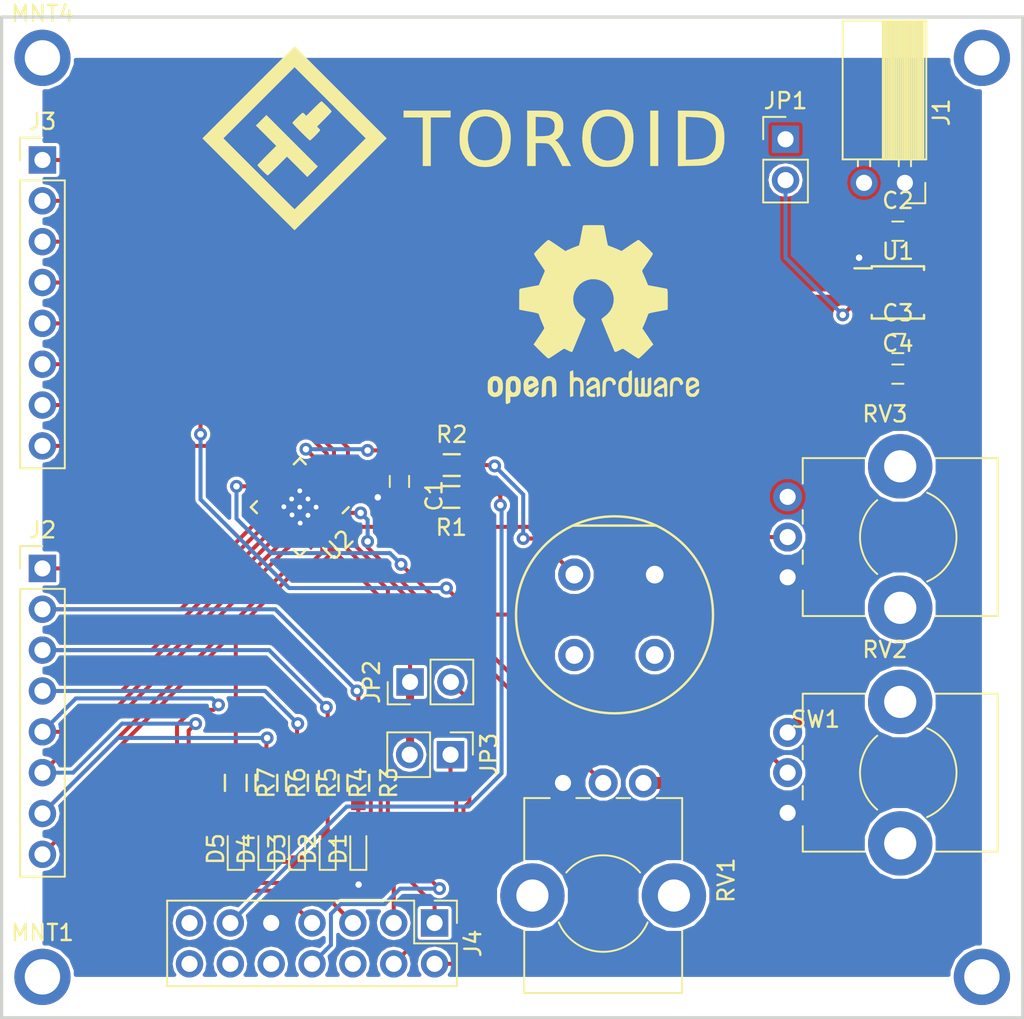
<source format=kicad_pcb>
(kicad_pcb (version 20170123) (host pcbnew "(2017-02-17 revision 0898b6c94)-makepkg")

  (general
    (links 0)
    (no_connects 0)
    (area 140.869999 37.999999 204.570001 100.430001)
    (thickness 1.6)
    (drawings 4)
    (tracks 258)
    (zones 0)
    (modules 44)
    (nets 31)
  )

  (page A4)
  (layers
    (0 F.Cu signal)
    (31 B.Cu signal)
    (32 B.Adhes user)
    (33 F.Adhes user)
    (34 B.Paste user)
    (35 F.Paste user)
    (36 B.SilkS user)
    (37 F.SilkS user)
    (38 B.Mask user)
    (39 F.Mask user)
    (40 Dwgs.User user)
    (41 Cmts.User user)
    (42 Eco1.User user)
    (43 Eco2.User user)
    (44 Edge.Cuts user)
    (45 Margin user)
    (46 B.CrtYd user)
    (47 F.CrtYd user)
    (48 B.Fab user)
    (49 F.Fab user hide)
  )

  (setup
    (last_trace_width 0.25)
    (user_trace_width 0.25)
    (user_trace_width 0.5)
    (user_trace_width 0.75)
    (user_trace_width 1)
    (user_trace_width 1.25)
    (user_trace_width 1.5)
    (trace_clearance 0.2)
    (zone_clearance 0)
    (zone_45_only no)
    (trace_min 0.2)
    (segment_width 0.2)
    (edge_width 0.15)
    (via_size 0.8)
    (via_drill 0.4)
    (via_min_size 0.4)
    (via_min_drill 0.3)
    (uvia_size 0.3)
    (uvia_drill 0.1)
    (uvias_allowed no)
    (uvia_min_size 0.2)
    (uvia_min_drill 0.1)
    (pcb_text_width 0.3)
    (pcb_text_size 1.5 1.5)
    (mod_edge_width 0.15)
    (mod_text_size 1 1)
    (mod_text_width 0.15)
    (pad_size 0.6 0.6)
    (pad_drill 0.3)
    (pad_to_mask_clearance 0.2)
    (aux_axis_origin 0 0)
    (visible_elements FFFFFF7F)
    (pcbplotparams
      (layerselection 0x00030_ffffffff)
      (usegerberextensions false)
      (excludeedgelayer true)
      (linewidth 0.100000)
      (plotframeref false)
      (viasonmask false)
      (mode 1)
      (useauxorigin false)
      (hpglpennumber 1)
      (hpglpenspeed 20)
      (hpglpendiameter 15)
      (psnegative false)
      (psa4output false)
      (plotreference true)
      (plotvalue true)
      (plotinvisibletext false)
      (padsonsilk false)
      (subtractmaskfromsilk false)
      (outputformat 1)
      (mirror false)
      (drillshape 1)
      (scaleselection 1)
      (outputdirectory ""))
  )

  (net 0 "")
  (net 1 GND)
  (net 2 /RST)
  (net 3 "Net-(C2-Pad1)")
  (net 4 /VCC)
  (net 5 "Net-(D1-Pad2)")
  (net 6 "Net-(D2-Pad2)")
  (net 7 "Net-(D3-Pad2)")
  (net 8 /P1.0)
  (net 9 /P1.1)
  (net 10 /P1.2)
  (net 11 /P1.3)
  (net 12 /P1.4)
  (net 13 /P1.5)
  (net 14 /P1.6)
  (net 15 /P1.7)
  (net 16 /P2.7)
  (net 17 /P2.6)
  (net 18 /P2.5)
  (net 19 /P2.4)
  (net 20 /P2.3)
  (net 21 /P2.2)
  (net 22 /P2.1)
  (net 23 /P2.0)
  (net 24 "Net-(J4-Pad2)")
  (net 25 "Net-(J4-Pad4)")
  (net 26 /TEST)
  (net 27 "Net-(JP1-Pad2)")
  (net 28 "Net-(R2-Pad2)")
  (net 29 "Net-(D4-Pad2)")
  (net 30 "Net-(D5-Pad2)")

  (net_class Default "This is the default net class."
    (clearance 0.2)
    (trace_width 0.25)
    (via_dia 0.8)
    (via_drill 0.4)
    (uvia_dia 0.3)
    (uvia_drill 0.1)
    (add_net /P1.0)
    (add_net /P1.1)
    (add_net /P1.2)
    (add_net /P1.3)
    (add_net /P1.4)
    (add_net /P1.5)
    (add_net /P1.6)
    (add_net /P1.7)
    (add_net /P2.0)
    (add_net /P2.1)
    (add_net /P2.2)
    (add_net /P2.3)
    (add_net /P2.4)
    (add_net /P2.5)
    (add_net /P2.6)
    (add_net /P2.7)
    (add_net /RST)
    (add_net /TEST)
    (add_net /VCC)
    (add_net GND)
    (add_net "Net-(C2-Pad1)")
    (add_net "Net-(D1-Pad2)")
    (add_net "Net-(D2-Pad2)")
    (add_net "Net-(D3-Pad2)")
    (add_net "Net-(D4-Pad2)")
    (add_net "Net-(D5-Pad2)")
    (add_net "Net-(J4-Pad2)")
    (add_net "Net-(J4-Pad4)")
    (add_net "Net-(JP1-Pad2)")
    (add_net "Net-(R2-Pad2)")
  )

  (module Symbols:OSHW-Logo2_14.6x12mm_SilkScreen (layer F.Cu) (tedit 0) (tstamp 58DDC871)
    (at 177.7746 56.5912)
    (descr "Open Source Hardware Symbol")
    (tags "Logo Symbol OSHW")
    (attr virtual)
    (fp_text reference REF*** (at 0 0) (layer F.SilkS) hide
      (effects (font (size 1 1) (thickness 0.15)))
    )
    (fp_text value OSHW-Logo2_14.6x12mm_SilkScreen (at 0.75 0) (layer F.Fab) hide
      (effects (font (size 1 1) (thickness 0.15)))
    )
    (fp_poly (pts (xy 0.209014 -5.547002) (xy 0.367006 -5.546137) (xy 0.481347 -5.543795) (xy 0.559407 -5.539238)
      (xy 0.608554 -5.53173) (xy 0.636159 -5.520534) (xy 0.649592 -5.504912) (xy 0.656221 -5.484127)
      (xy 0.656865 -5.481437) (xy 0.666935 -5.432887) (xy 0.685575 -5.337095) (xy 0.710845 -5.204257)
      (xy 0.740807 -5.044569) (xy 0.773522 -4.868226) (xy 0.774664 -4.862033) (xy 0.807433 -4.689218)
      (xy 0.838093 -4.536531) (xy 0.864664 -4.413129) (xy 0.885167 -4.328169) (xy 0.897626 -4.29081)
      (xy 0.89822 -4.290148) (xy 0.934919 -4.271905) (xy 1.010586 -4.241503) (xy 1.108878 -4.205507)
      (xy 1.109425 -4.205315) (xy 1.233233 -4.158778) (xy 1.379196 -4.099496) (xy 1.516781 -4.039891)
      (xy 1.523293 -4.036944) (xy 1.74739 -3.935235) (xy 2.243619 -4.274103) (xy 2.395846 -4.377408)
      (xy 2.533741 -4.469763) (xy 2.649315 -4.545916) (xy 2.734579 -4.600615) (xy 2.781544 -4.628607)
      (xy 2.786004 -4.630683) (xy 2.820134 -4.62144) (xy 2.883881 -4.576844) (xy 2.979731 -4.494791)
      (xy 3.110169 -4.373179) (xy 3.243328 -4.243795) (xy 3.371694 -4.116298) (xy 3.486581 -3.999954)
      (xy 3.581073 -3.901948) (xy 3.648253 -3.829464) (xy 3.681206 -3.789687) (xy 3.682432 -3.787639)
      (xy 3.686074 -3.760344) (xy 3.67235 -3.715766) (xy 3.637869 -3.647888) (xy 3.579239 -3.550689)
      (xy 3.49307 -3.418149) (xy 3.3782 -3.247524) (xy 3.276254 -3.097345) (xy 3.185123 -2.96265)
      (xy 3.110073 -2.85126) (xy 3.056369 -2.770995) (xy 3.02928 -2.729675) (xy 3.027574 -2.72687)
      (xy 3.030882 -2.687279) (xy 3.055953 -2.610331) (xy 3.097798 -2.510568) (xy 3.112712 -2.478709)
      (xy 3.177786 -2.336774) (xy 3.247212 -2.175727) (xy 3.303609 -2.036379) (xy 3.344247 -1.932956)
      (xy 3.376526 -1.854358) (xy 3.395178 -1.81328) (xy 3.397497 -1.810115) (xy 3.431803 -1.804872)
      (xy 3.512669 -1.790506) (xy 3.629343 -1.769063) (xy 3.771075 -1.742587) (xy 3.92711 -1.713123)
      (xy 4.086698 -1.682717) (xy 4.239085 -1.653412) (xy 4.373521 -1.627255) (xy 4.479252 -1.60629)
      (xy 4.545526 -1.592561) (xy 4.561782 -1.58868) (xy 4.578573 -1.5791) (xy 4.591249 -1.557464)
      (xy 4.600378 -1.516469) (xy 4.606531 -1.448811) (xy 4.61028 -1.347188) (xy 4.612192 -1.204297)
      (xy 4.61284 -1.012835) (xy 4.612874 -0.934355) (xy 4.612874 -0.296094) (xy 4.459598 -0.26584)
      (xy 4.374322 -0.249436) (xy 4.24707 -0.225491) (xy 4.093315 -0.196893) (xy 3.928534 -0.166533)
      (xy 3.882989 -0.158194) (xy 3.730932 -0.12863) (xy 3.598468 -0.099558) (xy 3.496714 -0.073671)
      (xy 3.436788 -0.053663) (xy 3.426805 -0.047699) (xy 3.402293 -0.005466) (xy 3.367148 0.07637)
      (xy 3.328173 0.181683) (xy 3.320442 0.204368) (xy 3.26936 0.345018) (xy 3.205954 0.503714)
      (xy 3.143904 0.646225) (xy 3.143598 0.646886) (xy 3.040267 0.87044) (xy 3.719961 1.870232)
      (xy 3.283621 2.3073) (xy 3.151649 2.437381) (xy 3.031279 2.552048) (xy 2.929273 2.645181)
      (xy 2.852391 2.710658) (xy 2.807393 2.742357) (xy 2.800938 2.744368) (xy 2.76304 2.728529)
      (xy 2.685708 2.684496) (xy 2.577389 2.61749) (xy 2.446532 2.532734) (xy 2.305052 2.437816)
      (xy 2.161461 2.340998) (xy 2.033435 2.256751) (xy 1.929105 2.190258) (xy 1.8566 2.146702)
      (xy 1.824158 2.131264) (xy 1.784576 2.144328) (xy 1.709519 2.17875) (xy 1.614468 2.22738)
      (xy 1.604392 2.232785) (xy 1.476391 2.29698) (xy 1.388618 2.328463) (xy 1.334028 2.328798)
      (xy 1.305575 2.299548) (xy 1.30541 2.299138) (xy 1.291188 2.264498) (xy 1.257269 2.182269)
      (xy 1.206284 2.058814) (xy 1.140862 1.900498) (xy 1.063634 1.713686) (xy 0.977229 1.504742)
      (xy 0.893551 1.302446) (xy 0.801588 1.0792) (xy 0.71715 0.872392) (xy 0.642769 0.688362)
      (xy 0.580974 0.533451) (xy 0.534297 0.413996) (xy 0.505268 0.336339) (xy 0.496322 0.307356)
      (xy 0.518756 0.27411) (xy 0.577439 0.221123) (xy 0.655689 0.162704) (xy 0.878534 -0.022048)
      (xy 1.052718 -0.233818) (xy 1.176154 -0.468144) (xy 1.246754 -0.720566) (xy 1.262431 -0.986623)
      (xy 1.251036 -1.109425) (xy 1.18895 -1.364207) (xy 1.082023 -1.589199) (xy 0.936889 -1.782183)
      (xy 0.760178 -1.940939) (xy 0.558522 -2.06325) (xy 0.338554 -2.146895) (xy 0.106906 -2.189656)
      (xy -0.129791 -2.189313) (xy -0.364905 -2.143648) (xy -0.591804 -2.050441) (xy -0.803856 -1.907473)
      (xy -0.892364 -1.826617) (xy -1.062111 -1.618993) (xy -1.180301 -1.392105) (xy -1.247722 -1.152567)
      (xy -1.26516 -0.906993) (xy -1.233402 -0.661997) (xy -1.153235 -0.424192) (xy -1.025445 -0.200193)
      (xy -0.85082 0.003387) (xy -0.655688 0.162704) (xy -0.574409 0.223602) (xy -0.516991 0.276015)
      (xy -0.496322 0.307406) (xy -0.507144 0.341639) (xy -0.537923 0.423419) (xy -0.586126 0.546407)
      (xy -0.649222 0.704263) (xy -0.724678 0.890649) (xy -0.809962 1.099226) (xy -0.893781 1.302496)
      (xy -0.986255 1.525933) (xy -1.071911 1.732984) (xy -1.148118 1.917286) (xy -1.212247 2.072475)
      (xy -1.261668 2.192188) (xy -1.293752 2.270061) (xy -1.305641 2.299138) (xy -1.333726 2.328677)
      (xy -1.388051 2.328591) (xy -1.475605 2.297326) (xy -1.603381 2.233329) (xy -1.604392 2.232785)
      (xy -1.700598 2.183121) (xy -1.778369 2.146945) (xy -1.822223 2.131408) (xy -1.824158 2.131264)
      (xy -1.857171 2.147024) (xy -1.930054 2.19085) (xy -2.034678 2.257557) (xy -2.16291 2.341964)
      (xy -2.305052 2.437816) (xy -2.449767 2.534867) (xy -2.580196 2.61927) (xy -2.68789 2.685801)
      (xy -2.764402 2.729238) (xy -2.800938 2.744368) (xy -2.834582 2.724482) (xy -2.902224 2.668903)
      (xy -2.997107 2.583754) (xy -3.11247 2.475153) (xy -3.241555 2.349221) (xy -3.283771 2.307149)
      (xy -3.720261 1.869931) (xy -3.388023 1.38234) (xy -3.287054 1.232605) (xy -3.198438 1.09822)
      (xy -3.127146 0.986969) (xy -3.07815 0.906639) (xy -3.056422 0.865014) (xy -3.055785 0.862053)
      (xy -3.06724 0.822818) (xy -3.098051 0.743895) (xy -3.142884 0.638509) (xy -3.174353 0.567954)
      (xy -3.233192 0.432876) (xy -3.288604 0.296409) (xy -3.331564 0.181103) (xy -3.343234 0.145977)
      (xy -3.376389 0.052174) (xy -3.408799 -0.020306) (xy -3.426601 -0.047699) (xy -3.465886 -0.064464)
      (xy -3.551626 -0.08823) (xy -3.672697 -0.116303) (xy -3.817973 -0.145991) (xy -3.882988 -0.158194)
      (xy -4.048087 -0.188532) (xy -4.206448 -0.217907) (xy -4.342596 -0.243431) (xy -4.441057 -0.262215)
      (xy -4.459598 -0.26584) (xy -4.612873 -0.296094) (xy -4.612873 -0.934355) (xy -4.612529 -1.14423)
      (xy -4.611116 -1.30302) (xy -4.608064 -1.418027) (xy -4.602803 -1.496554) (xy -4.594763 -1.545904)
      (xy -4.583373 -1.573381) (xy -4.568063 -1.586287) (xy -4.561782 -1.58868) (xy -4.523896 -1.597167)
      (xy -4.440195 -1.6141) (xy -4.321433 -1.637434) (xy -4.178361 -1.665125) (xy -4.021732 -1.695127)
      (xy -3.862297 -1.725396) (xy -3.710809 -1.753885) (xy -3.578019 -1.778551) (xy -3.474681 -1.797349)
      (xy -3.411545 -1.808233) (xy -3.397497 -1.810115) (xy -3.38477 -1.835296) (xy -3.3566 -1.902378)
      (xy -3.318252 -1.998667) (xy -3.303609 -2.036379) (xy -3.244548 -2.182079) (xy -3.175 -2.343049)
      (xy -3.112712 -2.478709) (xy -3.066879 -2.582439) (xy -3.036387 -2.667674) (xy -3.026208 -2.719874)
      (xy -3.027831 -2.72687) (xy -3.049343 -2.759898) (xy -3.098465 -2.833357) (xy -3.169923 -2.939423)
      (xy -3.258445 -3.070274) (xy -3.358759 -3.218088) (xy -3.378594 -3.247266) (xy -3.494988 -3.420137)
      (xy -3.580548 -3.551774) (xy -3.638684 -3.648239) (xy -3.672808 -3.715592) (xy -3.686331 -3.759894)
      (xy -3.682664 -3.787206) (xy -3.68257 -3.78738) (xy -3.653707 -3.823254) (xy -3.589867 -3.892609)
      (xy -3.497969 -3.988255) (xy -3.384933 -4.103001) (xy -3.257679 -4.229659) (xy -3.243328 -4.243795)
      (xy -3.082957 -4.399097) (xy -2.959195 -4.51313) (xy -2.869555 -4.587998) (xy -2.811552 -4.625804)
      (xy -2.786004 -4.630683) (xy -2.748718 -4.609397) (xy -2.671343 -4.560227) (xy -2.561867 -4.488425)
      (xy -2.42828 -4.399245) (xy -2.27857 -4.297937) (xy -2.243618 -4.274103) (xy -1.74739 -3.935235)
      (xy -1.523293 -4.036944) (xy -1.387011 -4.096217) (xy -1.240724 -4.15583) (xy -1.114965 -4.20336)
      (xy -1.109425 -4.205315) (xy -1.011057 -4.241323) (xy -0.935229 -4.271771) (xy -0.898282 -4.290095)
      (xy -0.89822 -4.290148) (xy -0.886496 -4.323271) (xy -0.866568 -4.404733) (xy -0.840413 -4.525375)
      (xy -0.81001 -4.676041) (xy -0.777337 -4.847572) (xy -0.774664 -4.862033) (xy -0.74189 -5.038765)
      (xy -0.711802 -5.19919) (xy -0.686339 -5.333112) (xy -0.667441 -5.430337) (xy -0.657047 -5.480668)
      (xy -0.656865 -5.481437) (xy -0.650539 -5.502847) (xy -0.638239 -5.519012) (xy -0.612594 -5.530669)
      (xy -0.566235 -5.538555) (xy -0.491792 -5.543407) (xy -0.381895 -5.545961) (xy -0.229175 -5.546955)
      (xy -0.026262 -5.547126) (xy 0 -5.547126) (xy 0.209014 -5.547002)) (layer F.SilkS) (width 0.01))
    (fp_poly (pts (xy 6.343439 3.95654) (xy 6.45895 4.032034) (xy 6.514664 4.099617) (xy 6.558804 4.222255)
      (xy 6.562309 4.319298) (xy 6.554368 4.449056) (xy 6.255115 4.580039) (xy 6.109611 4.646958)
      (xy 6.014537 4.70079) (xy 5.965101 4.747416) (xy 5.956511 4.79272) (xy 5.983972 4.842582)
      (xy 6.014253 4.875632) (xy 6.102363 4.928633) (xy 6.198196 4.932347) (xy 6.286212 4.891041)
      (xy 6.350869 4.808983) (xy 6.362433 4.780008) (xy 6.417825 4.689509) (xy 6.481553 4.65094)
      (xy 6.568966 4.617946) (xy 6.568966 4.743034) (xy 6.561238 4.828156) (xy 6.530966 4.899938)
      (xy 6.467518 4.982356) (xy 6.458088 4.993066) (xy 6.387513 5.066391) (xy 6.326847 5.105742)
      (xy 6.25095 5.123845) (xy 6.18803 5.129774) (xy 6.075487 5.131251) (xy 5.99537 5.112535)
      (xy 5.94539 5.084747) (xy 5.866838 5.023641) (xy 5.812463 4.957554) (xy 5.778052 4.874441)
      (xy 5.759388 4.762254) (xy 5.752256 4.608946) (xy 5.751687 4.531136) (xy 5.753622 4.437853)
      (xy 5.929899 4.437853) (xy 5.931944 4.487896) (xy 5.937039 4.496092) (xy 5.970666 4.484958)
      (xy 6.04303 4.455493) (xy 6.139747 4.413601) (xy 6.159973 4.404597) (xy 6.282203 4.342442)
      (xy 6.349547 4.287815) (xy 6.364348 4.236649) (xy 6.328947 4.184876) (xy 6.299711 4.162)
      (xy 6.194216 4.11625) (xy 6.095476 4.123808) (xy 6.012812 4.179651) (xy 5.955548 4.278753)
      (xy 5.937188 4.357414) (xy 5.929899 4.437853) (xy 5.753622 4.437853) (xy 5.755459 4.349351)
      (xy 5.769359 4.214853) (xy 5.796894 4.116916) (xy 5.841572 4.044811) (xy 5.906901 3.987813)
      (xy 5.935383 3.969393) (xy 6.064763 3.921422) (xy 6.206412 3.918403) (xy 6.343439 3.95654)) (layer F.SilkS) (width 0.01))
    (fp_poly (pts (xy 5.33569 3.940018) (xy 5.370585 3.955269) (xy 5.453877 4.021235) (xy 5.525103 4.116618)
      (xy 5.569153 4.218406) (xy 5.576322 4.268587) (xy 5.552285 4.338647) (xy 5.499561 4.375717)
      (xy 5.443031 4.398164) (xy 5.417146 4.4023) (xy 5.404542 4.372283) (xy 5.379654 4.306961)
      (xy 5.368735 4.277445) (xy 5.307508 4.175348) (xy 5.218861 4.124423) (xy 5.105193 4.125989)
      (xy 5.096774 4.127994) (xy 5.036088 4.156767) (xy 4.991474 4.212859) (xy 4.961002 4.303163)
      (xy 4.942744 4.434571) (xy 4.934771 4.613974) (xy 4.934023 4.709433) (xy 4.933652 4.859913)
      (xy 4.931223 4.962495) (xy 4.92476 5.027672) (xy 4.912288 5.065938) (xy 4.891833 5.087785)
      (xy 4.861419 5.103707) (xy 4.859661 5.104509) (xy 4.801091 5.129272) (xy 4.772075 5.138391)
      (xy 4.767616 5.110822) (xy 4.763799 5.03462) (xy 4.760899 4.919541) (xy 4.759191 4.775341)
      (xy 4.758851 4.669814) (xy 4.760588 4.465613) (xy 4.767382 4.310697) (xy 4.781607 4.196024)
      (xy 4.805638 4.112551) (xy 4.841848 4.051236) (xy 4.892612 4.003034) (xy 4.942739 3.969393)
      (xy 5.063275 3.924619) (xy 5.203557 3.914521) (xy 5.33569 3.940018)) (layer F.SilkS) (width 0.01))
    (fp_poly (pts (xy 4.314406 3.935156) (xy 4.398469 3.973393) (xy 4.46445 4.019726) (xy 4.512794 4.071532)
      (xy 4.546172 4.138363) (xy 4.567253 4.229769) (xy 4.578707 4.355301) (xy 4.583203 4.524508)
      (xy 4.583678 4.635933) (xy 4.583678 5.070627) (xy 4.509316 5.104509) (xy 4.450746 5.129272)
      (xy 4.42173 5.138391) (xy 4.416179 5.111257) (xy 4.411775 5.038094) (xy 4.409078 4.931263)
      (xy 4.408506 4.846437) (xy 4.406046 4.723887) (xy 4.399412 4.626668) (xy 4.389726 4.567134)
      (xy 4.382032 4.554483) (xy 4.330311 4.567402) (xy 4.249117 4.600539) (xy 4.155102 4.645461)
      (xy 4.064917 4.693735) (xy 3.995215 4.736928) (xy 3.962648 4.766608) (xy 3.962519 4.766929)
      (xy 3.96532 4.821857) (xy 3.990439 4.874292) (xy 4.034541 4.916881) (xy 4.098909 4.931126)
      (xy 4.153921 4.929466) (xy 4.231835 4.928245) (xy 4.272732 4.946498) (xy 4.297295 4.994726)
      (xy 4.300392 5.00382) (xy 4.31104 5.072598) (xy 4.282565 5.11436) (xy 4.208344 5.134263)
      (xy 4.128168 5.137944) (xy 3.98389 5.110658) (xy 3.909203 5.07169) (xy 3.816963 4.980148)
      (xy 3.768043 4.867782) (xy 3.763654 4.749051) (xy 3.805001 4.638411) (xy 3.867197 4.56908)
      (xy 3.929294 4.530265) (xy 4.026895 4.481125) (xy 4.140632 4.431292) (xy 4.15959 4.423677)
      (xy 4.284521 4.368545) (xy 4.356539 4.319954) (xy 4.3797 4.271647) (xy 4.358064 4.21737)
      (xy 4.32092 4.174943) (xy 4.233127 4.122702) (xy 4.13653 4.118784) (xy 4.047944 4.159041)
      (xy 3.984186 4.239326) (xy 3.975817 4.26004) (xy 3.927096 4.336225) (xy 3.855965 4.392785)
      (xy 3.766207 4.439201) (xy 3.766207 4.307584) (xy 3.77149 4.227168) (xy 3.794142 4.163786)
      (xy 3.844367 4.096163) (xy 3.892582 4.044076) (xy 3.967554 3.970322) (xy 4.025806 3.930702)
      (xy 4.088372 3.91481) (xy 4.159193 3.912184) (xy 4.314406 3.935156)) (layer F.SilkS) (width 0.01))
    (fp_poly (pts (xy 3.580124 3.93984) (xy 3.584579 4.016653) (xy 3.588071 4.133391) (xy 3.590315 4.280821)
      (xy 3.591035 4.435455) (xy 3.591035 4.958727) (xy 3.498645 5.051117) (xy 3.434978 5.108047)
      (xy 3.379089 5.131107) (xy 3.302702 5.129647) (xy 3.27238 5.125934) (xy 3.17761 5.115126)
      (xy 3.099222 5.108933) (xy 3.080115 5.108361) (xy 3.015699 5.112102) (xy 2.923571 5.121494)
      (xy 2.88785 5.125934) (xy 2.800114 5.132801) (xy 2.741153 5.117885) (xy 2.68269 5.071835)
      (xy 2.661585 5.051117) (xy 2.569195 4.958727) (xy 2.569195 3.979947) (xy 2.643558 3.946066)
      (xy 2.70759 3.92097) (xy 2.745052 3.912184) (xy 2.754657 3.93995) (xy 2.763635 4.01753)
      (xy 2.771386 4.136348) (xy 2.777314 4.287828) (xy 2.780173 4.415805) (xy 2.788161 4.919425)
      (xy 2.857848 4.929278) (xy 2.921229 4.922389) (xy 2.952286 4.900083) (xy 2.960967 4.858379)
      (xy 2.968378 4.769544) (xy 2.973931 4.644834) (xy 2.977036 4.495507) (xy 2.977484 4.418661)
      (xy 2.977931 3.976287) (xy 3.069874 3.944235) (xy 3.134949 3.922443) (xy 3.170347 3.912281)
      (xy 3.171368 3.912184) (xy 3.17492 3.939809) (xy 3.178823 4.016411) (xy 3.182751 4.132579)
      (xy 3.186376 4.278904) (xy 3.188908 4.415805) (xy 3.196897 4.919425) (xy 3.372069 4.919425)
      (xy 3.380107 4.459965) (xy 3.388146 4.000505) (xy 3.473543 3.956344) (xy 3.536593 3.926019)
      (xy 3.57391 3.912258) (xy 3.574987 3.912184) (xy 3.580124 3.93984)) (layer F.SilkS) (width 0.01))
    (fp_poly (pts (xy 2.393914 4.154455) (xy 2.393543 4.372661) (xy 2.392108 4.540519) (xy 2.389002 4.66607)
      (xy 2.383622 4.757355) (xy 2.375362 4.822415) (xy 2.363616 4.869291) (xy 2.347781 4.906024)
      (xy 2.33579 4.926991) (xy 2.23649 5.040694) (xy 2.110588 5.111965) (xy 1.971291 5.137538)
      (xy 1.831805 5.11415) (xy 1.748743 5.072119) (xy 1.661545 4.999411) (xy 1.602117 4.910612)
      (xy 1.566261 4.79432) (xy 1.549781 4.639135) (xy 1.547447 4.525287) (xy 1.547761 4.517106)
      (xy 1.751724 4.517106) (xy 1.75297 4.647657) (xy 1.758678 4.73408) (xy 1.771804 4.790618)
      (xy 1.795306 4.831514) (xy 1.823386 4.862362) (xy 1.917688 4.921905) (xy 2.01894 4.926992)
      (xy 2.114636 4.877279) (xy 2.122084 4.870543) (xy 2.153874 4.835502) (xy 2.173808 4.793811)
      (xy 2.1846 4.731762) (xy 2.188965 4.635644) (xy 2.189655 4.529379) (xy 2.188159 4.39588)
      (xy 2.181964 4.306822) (xy 2.168514 4.248293) (xy 2.145251 4.206382) (xy 2.126175 4.184123)
      (xy 2.037563 4.127985) (xy 1.935508 4.121235) (xy 1.838095 4.164114) (xy 1.819296 4.180032)
      (xy 1.787293 4.215382) (xy 1.767318 4.257502) (xy 1.756593 4.320251) (xy 1.752339 4.417487)
      (xy 1.751724 4.517106) (xy 1.547761 4.517106) (xy 1.554504 4.341947) (xy 1.578472 4.204195)
      (xy 1.623548 4.100632) (xy 1.693928 4.019856) (xy 1.748743 3.978455) (xy 1.848376 3.933728)
      (xy 1.963855 3.912967) (xy 2.071199 3.918525) (xy 2.131264 3.940943) (xy 2.154835 3.947323)
      (xy 2.170477 3.923535) (xy 2.181395 3.859788) (xy 2.189655 3.762687) (xy 2.198699 3.654541)
      (xy 2.211261 3.589475) (xy 2.234119 3.552268) (xy 2.274051 3.527699) (xy 2.299138 3.516819)
      (xy 2.394023 3.477072) (xy 2.393914 4.154455)) (layer F.SilkS) (width 0.01))
    (fp_poly (pts (xy 1.065943 3.92192) (xy 1.198565 3.970859) (xy 1.30601 4.057419) (xy 1.348032 4.118352)
      (xy 1.393843 4.230161) (xy 1.392891 4.311006) (xy 1.344808 4.365378) (xy 1.327017 4.374624)
      (xy 1.250204 4.40345) (xy 1.210976 4.396065) (xy 1.197689 4.347658) (xy 1.197012 4.32092)
      (xy 1.172686 4.222548) (xy 1.109281 4.153734) (xy 1.021154 4.120498) (xy 0.922663 4.128861)
      (xy 0.842602 4.172296) (xy 0.815561 4.197072) (xy 0.796394 4.227129) (xy 0.783446 4.272565)
      (xy 0.775064 4.343476) (xy 0.769593 4.44996) (xy 0.765378 4.602112) (xy 0.764287 4.650287)
      (xy 0.760307 4.815095) (xy 0.755781 4.931088) (xy 0.748995 5.007833) (xy 0.738231 5.054893)
      (xy 0.721773 5.081835) (xy 0.697906 5.098223) (xy 0.682626 5.105463) (xy 0.617733 5.13022)
      (xy 0.579534 5.138391) (xy 0.566912 5.111103) (xy 0.559208 5.028603) (xy 0.55638 4.889941)
      (xy 0.558386 4.694162) (xy 0.559011 4.663965) (xy 0.563421 4.485349) (xy 0.568635 4.354923)
      (xy 0.576055 4.262492) (xy 0.587082 4.197858) (xy 0.603117 4.150825) (xy 0.625561 4.111196)
      (xy 0.637302 4.094215) (xy 0.704619 4.01908) (xy 0.77991 3.960638) (xy 0.789128 3.955536)
      (xy 0.924133 3.91526) (xy 1.065943 3.92192)) (layer F.SilkS) (width 0.01))
    (fp_poly (pts (xy 0.079944 3.92436) (xy 0.194343 3.966842) (xy 0.195652 3.967658) (xy 0.266403 4.01973)
      (xy 0.318636 4.080584) (xy 0.355371 4.159887) (xy 0.379634 4.267309) (xy 0.394445 4.412517)
      (xy 0.402829 4.605179) (xy 0.403564 4.632628) (xy 0.41412 5.046521) (xy 0.325291 5.092456)
      (xy 0.261018 5.123498) (xy 0.22221 5.138206) (xy 0.220415 5.138391) (xy 0.2137 5.11125)
      (xy 0.208365 5.038041) (xy 0.205083 4.931081) (xy 0.204368 4.844469) (xy 0.204351 4.704162)
      (xy 0.197937 4.616051) (xy 0.17558 4.574025) (xy 0.127732 4.571975) (xy 0.044849 4.60379)
      (xy -0.080287 4.662272) (xy -0.172303 4.710845) (xy -0.219629 4.752986) (xy -0.233542 4.798916)
      (xy -0.233563 4.801189) (xy -0.210605 4.880311) (xy -0.14263 4.923055) (xy -0.038602 4.929246)
      (xy 0.03633 4.928172) (xy 0.075839 4.949753) (xy 0.100478 5.001591) (xy 0.114659 5.067632)
      (xy 0.094223 5.105104) (xy 0.086528 5.110467) (xy 0.014083 5.132006) (xy -0.087367 5.135055)
      (xy -0.191843 5.120778) (xy -0.265875 5.094688) (xy -0.368228 5.007785) (xy -0.426409 4.886816)
      (xy -0.437931 4.792308) (xy -0.429138 4.707062) (xy -0.39732 4.637476) (xy -0.334316 4.575672)
      (xy -0.231969 4.513772) (xy -0.082118 4.443897) (xy -0.072988 4.439948) (xy 0.061997 4.377588)
      (xy 0.145294 4.326446) (xy 0.180997 4.280488) (xy 0.173203 4.233683) (xy 0.126007 4.179998)
      (xy 0.111894 4.167644) (xy 0.017359 4.119741) (xy -0.080594 4.121758) (xy -0.165903 4.168724)
      (xy -0.222504 4.255669) (xy -0.227763 4.272734) (xy -0.278977 4.355504) (xy -0.343963 4.395372)
      (xy -0.437931 4.434882) (xy -0.437931 4.332658) (xy -0.409347 4.184072) (xy -0.324505 4.047784)
      (xy -0.280355 4.002191) (xy -0.179995 3.943674) (xy -0.052365 3.917184) (xy 0.079944 3.92436)) (layer F.SilkS) (width 0.01))
    (fp_poly (pts (xy -1.255402 3.723857) (xy -1.246846 3.843188) (xy -1.237019 3.913506) (xy -1.223401 3.944179)
      (xy -1.203473 3.944571) (xy -1.197011 3.94091) (xy -1.11106 3.914398) (xy -0.999255 3.915946)
      (xy -0.885586 3.943199) (xy -0.81449 3.978455) (xy -0.741595 4.034778) (xy -0.688307 4.098519)
      (xy -0.651725 4.17951) (xy -0.62895 4.287586) (xy -0.617081 4.43258) (xy -0.613218 4.624326)
      (xy -0.613149 4.661109) (xy -0.613103 5.074288) (xy -0.705046 5.106339) (xy -0.770348 5.128144)
      (xy -0.806176 5.138297) (xy -0.80723 5.138391) (xy -0.810758 5.11086) (xy -0.813761 5.034923)
      (xy -0.81601 4.920565) (xy -0.817276 4.777769) (xy -0.817471 4.690951) (xy -0.817877 4.519773)
      (xy -0.819968 4.397088) (xy -0.825053 4.313) (xy -0.83444 4.257614) (xy -0.849439 4.221032)
      (xy -0.871358 4.193359) (xy -0.885043 4.180032) (xy -0.979051 4.126328) (xy -1.081636 4.122307)
      (xy -1.17471 4.167725) (xy -1.191922 4.184123) (xy -1.217168 4.214957) (xy -1.23468 4.251531)
      (xy -1.245858 4.304415) (xy -1.252104 4.384177) (xy -1.254818 4.501385) (xy -1.255402 4.662991)
      (xy -1.255402 5.074288) (xy -1.347345 5.106339) (xy -1.412647 5.128144) (xy -1.448475 5.138297)
      (xy -1.449529 5.138391) (xy -1.452225 5.110448) (xy -1.454655 5.03163) (xy -1.456722 4.909453)
      (xy -1.458329 4.751432) (xy -1.459377 4.565083) (xy -1.459769 4.35792) (xy -1.45977 4.348706)
      (xy -1.45977 3.55902) (xy -1.364885 3.518997) (xy -1.27 3.478973) (xy -1.255402 3.723857)) (layer F.SilkS) (width 0.01))
    (fp_poly (pts (xy -3.684448 3.884676) (xy -3.569342 3.962111) (xy -3.480389 4.073949) (xy -3.427251 4.216265)
      (xy -3.416503 4.321015) (xy -3.417724 4.364726) (xy -3.427944 4.398194) (xy -3.456039 4.428179)
      (xy -3.510884 4.46144) (xy -3.601355 4.504738) (xy -3.736328 4.564833) (xy -3.737011 4.565134)
      (xy -3.861249 4.622037) (xy -3.963127 4.672565) (xy -4.032233 4.71128) (xy -4.058154 4.73274)
      (xy -4.058161 4.732913) (xy -4.035315 4.779644) (xy -3.981891 4.831154) (xy -3.920558 4.868261)
      (xy -3.889485 4.875632) (xy -3.804711 4.850138) (xy -3.731707 4.786291) (xy -3.696087 4.716094)
      (xy -3.66182 4.664343) (xy -3.594697 4.605409) (xy -3.515792 4.554496) (xy -3.446179 4.526809)
      (xy -3.431623 4.525287) (xy -3.415237 4.550321) (xy -3.41425 4.614311) (xy -3.426292 4.700593)
      (xy -3.448993 4.792501) (xy -3.479986 4.873369) (xy -3.481552 4.876509) (xy -3.574819 5.006734)
      (xy -3.695696 5.095311) (xy -3.832973 5.138786) (xy -3.97544 5.133706) (xy -4.111888 5.076616)
      (xy -4.117955 5.072602) (xy -4.22529 4.975326) (xy -4.295868 4.848409) (xy -4.334926 4.681526)
      (xy -4.340168 4.634639) (xy -4.349452 4.413329) (xy -4.338322 4.310124) (xy -4.058161 4.310124)
      (xy -4.054521 4.374503) (xy -4.034611 4.393291) (xy -3.984974 4.379235) (xy -3.906733 4.346009)
      (xy -3.819274 4.304359) (xy -3.817101 4.303256) (xy -3.74297 4.264265) (xy -3.713219 4.238244)
      (xy -3.720555 4.210965) (xy -3.751447 4.175121) (xy -3.83004 4.123251) (xy -3.914677 4.119439)
      (xy -3.990597 4.157189) (xy -4.043035 4.230001) (xy -4.058161 4.310124) (xy -4.338322 4.310124)
      (xy -4.330356 4.236261) (xy -4.281366 4.095829) (xy -4.213164 3.997447) (xy -4.090065 3.89803)
      (xy -3.954472 3.848711) (xy -3.816045 3.845568) (xy -3.684448 3.884676)) (layer F.SilkS) (width 0.01))
    (fp_poly (pts (xy -5.951779 3.866015) (xy -5.814939 3.937968) (xy -5.713949 4.053766) (xy -5.678075 4.128213)
      (xy -5.650161 4.239992) (xy -5.635871 4.381227) (xy -5.634516 4.535371) (xy -5.645405 4.685879)
      (xy -5.667847 4.816205) (xy -5.70115 4.909803) (xy -5.711385 4.925922) (xy -5.832618 5.046249)
      (xy -5.976613 5.118317) (xy -6.132861 5.139408) (xy -6.290852 5.106802) (xy -6.33482 5.087253)
      (xy -6.420444 5.027012) (xy -6.495592 4.947135) (xy -6.502694 4.937004) (xy -6.531561 4.888181)
      (xy -6.550643 4.83599) (xy -6.561916 4.767285) (xy -6.567355 4.668918) (xy -6.568938 4.527744)
      (xy -6.568965 4.496092) (xy -6.568893 4.486019) (xy -6.277011 4.486019) (xy -6.275313 4.619256)
      (xy -6.268628 4.707674) (xy -6.254575 4.764785) (xy -6.230771 4.804102) (xy -6.218621 4.817241)
      (xy -6.148764 4.867172) (xy -6.080941 4.864895) (xy -6.012365 4.821584) (xy -5.971465 4.775346)
      (xy -5.947242 4.707857) (xy -5.933639 4.601433) (xy -5.932706 4.58902) (xy -5.930384 4.396147)
      (xy -5.95465 4.2529) (xy -6.005176 4.16016) (xy -6.081632 4.118807) (xy -6.108924 4.116552)
      (xy -6.180589 4.127893) (xy -6.22961 4.167184) (xy -6.259582 4.242326) (xy -6.274101 4.361222)
      (xy -6.277011 4.486019) (xy -6.568893 4.486019) (xy -6.567878 4.345659) (xy -6.563312 4.240549)
      (xy -6.553312 4.167714) (xy -6.535921 4.114108) (xy -6.509184 4.066681) (xy -6.503276 4.057864)
      (xy -6.403968 3.939007) (xy -6.295758 3.870008) (xy -6.164019 3.842619) (xy -6.119283 3.841281)
      (xy -5.951779 3.866015)) (layer F.SilkS) (width 0.01))
    (fp_poly (pts (xy -2.582571 3.877719) (xy -2.488877 3.931914) (xy -2.423736 3.985707) (xy -2.376093 4.042066)
      (xy -2.343272 4.110987) (xy -2.322594 4.202468) (xy -2.31138 4.326506) (xy -2.306951 4.493098)
      (xy -2.306437 4.612851) (xy -2.306437 5.053659) (xy -2.430517 5.109283) (xy -2.554598 5.164907)
      (xy -2.569195 4.682095) (xy -2.575227 4.501779) (xy -2.581555 4.370901) (xy -2.589394 4.280511)
      (xy -2.599963 4.221664) (xy -2.614477 4.185413) (xy -2.634152 4.16281) (xy -2.640465 4.157917)
      (xy -2.736112 4.119706) (xy -2.832793 4.134827) (xy -2.890345 4.174943) (xy -2.913755 4.20337)
      (xy -2.929961 4.240672) (xy -2.940259 4.297223) (xy -2.945951 4.383394) (xy -2.948336 4.509558)
      (xy -2.948736 4.641042) (xy -2.948814 4.805999) (xy -2.951639 4.922761) (xy -2.961093 5.00151)
      (xy -2.98106 5.052431) (xy -3.015424 5.085706) (xy -3.068068 5.11152) (xy -3.138383 5.138344)
      (xy -3.21518 5.167542) (xy -3.206038 4.649346) (xy -3.202357 4.462539) (xy -3.19805 4.32449)
      (xy -3.191877 4.225568) (xy -3.182598 4.156145) (xy -3.168973 4.10659) (xy -3.149761 4.067273)
      (xy -3.126598 4.032584) (xy -3.014848 3.92177) (xy -2.878487 3.857689) (xy -2.730175 3.842339)
      (xy -2.582571 3.877719)) (layer F.SilkS) (width 0.01))
    (fp_poly (pts (xy -4.8281 3.861903) (xy -4.71655 3.917522) (xy -4.618092 4.019931) (xy -4.590977 4.057864)
      (xy -4.561438 4.1075) (xy -4.542272 4.161412) (xy -4.531307 4.233364) (xy -4.526371 4.337122)
      (xy -4.525287 4.474101) (xy -4.530182 4.661815) (xy -4.547196 4.802758) (xy -4.579823 4.907908)
      (xy -4.631558 4.988243) (xy -4.705896 5.054741) (xy -4.711358 5.058678) (xy -4.78462 5.098953)
      (xy -4.87284 5.11888) (xy -4.985038 5.123793) (xy -5.167433 5.123793) (xy -5.167509 5.300857)
      (xy -5.169207 5.39947) (xy -5.17955 5.457314) (xy -5.206578 5.492006) (xy -5.258332 5.521164)
      (xy -5.270761 5.527121) (xy -5.328923 5.555039) (xy -5.373956 5.572672) (xy -5.407441 5.574194)
      (xy -5.430962 5.553781) (xy -5.4461 5.505607) (xy -5.454437 5.423846) (xy -5.457556 5.302672)
      (xy -5.45704 5.13626) (xy -5.454471 4.918785) (xy -5.453668 4.853736) (xy -5.450778 4.629502)
      (xy -5.448188 4.482821) (xy -5.167586 4.482821) (xy -5.166009 4.607326) (xy -5.159 4.688787)
      (xy -5.143142 4.742515) (xy -5.115019 4.783823) (xy -5.095925 4.803971) (xy -5.017865 4.862921)
      (xy -4.948753 4.86772) (xy -4.87744 4.819038) (xy -4.875632 4.817241) (xy -4.846617 4.779618)
      (xy -4.828967 4.728484) (xy -4.820064 4.649738) (xy -4.817291 4.529276) (xy -4.817241 4.502588)
      (xy -4.823942 4.336583) (xy -4.845752 4.221505) (xy -4.885235 4.151254) (xy -4.944956 4.119729)
      (xy -4.979472 4.116552) (xy -5.061389 4.13146) (xy -5.117579 4.180548) (xy -5.151402 4.270362)
      (xy -5.16622 4.407445) (xy -5.167586 4.482821) (xy -5.448188 4.482821) (xy -5.447713 4.455952)
      (xy -5.443753 4.325382) (xy -5.438174 4.230087) (xy -5.430254 4.162364) (xy -5.419269 4.114507)
      (xy -5.404499 4.078813) (xy -5.385218 4.047578) (xy -5.376951 4.035824) (xy -5.267288 3.924797)
      (xy -5.128635 3.861847) (xy -4.968246 3.844297) (xy -4.8281 3.861903)) (layer F.SilkS) (width 0.01))
  )

  (module TOROID-KiCad:Logo_and_Name_32mm_FSilk (layer F.Cu) (tedit 0) (tstamp 58DDB261)
    (at 169.6974 45.6438)
    (tags TOROID)
    (fp_text reference G*** (at -2.5 7.5) (layer F.SilkS) hide
      (effects (font (thickness 0.3)))
    )
    (fp_text value TOROID (at -10 7.5) (layer F.SilkS) hide
      (effects (font (thickness 0.3)))
    )
    (fp_poly (pts (xy -8.80386 -2.281179) (xy -8.735544 -2.222222) (xy -8.644333 -2.136954) (xy -8.540838 -2.036007)
      (xy -8.435668 -1.93001) (xy -8.339433 -1.829594) (xy -8.262744 -1.745391) (xy -8.216209 -1.688032)
      (xy -8.207152 -1.670423) (xy -8.229085 -1.638831) (xy -8.29024 -1.569137) (xy -8.383652 -1.4688)
      (xy -8.502355 -1.345279) (xy -8.639383 -1.206033) (xy -8.662136 -1.1832) (xy -9.117121 -0.727402)
      (xy -9.018969 -0.633367) (xy -8.95764 -0.566859) (xy -8.923401 -0.514682) (xy -8.920817 -0.50421)
      (xy -8.942844 -0.46865) (xy -9.001839 -0.399645) (xy -9.087169 -0.307834) (xy -9.188206 -0.203855)
      (xy -9.294317 -0.098345) (xy -9.394872 -0.001942) (xy -9.479241 0.074716) (xy -9.536792 0.120991)
      (xy -9.554362 0.129757) (xy -9.585554 0.107726) (xy -9.655413 0.045951) (xy -9.757076 -0.049092)
      (xy -9.883682 -0.170926) (xy -10.028367 -0.313077) (xy -10.113331 -0.39774) (xy -10.263711 -0.549694)
      (xy -10.397364 -0.687364) (xy -10.507822 -0.803871) (xy -10.588617 -0.892336) (xy -10.633281 -0.945881)
      (xy -10.640102 -0.95796) (xy -10.618017 -0.993242) (xy -10.558869 -1.061879) (xy -10.473317 -1.153274)
      (xy -10.372019 -1.256829) (xy -10.265635 -1.361947) (xy -10.164822 -1.45803) (xy -10.08024 -1.53448)
      (xy -10.022547 -1.5807) (xy -10.004884 -1.589528) (xy -9.963008 -1.567896) (xy -9.899375 -1.513815)
      (xy -9.876978 -1.491376) (xy -9.782942 -1.393223) (xy -9.327144 -1.848208) (xy -9.186025 -1.987504)
      (xy -9.059354 -2.109563) (xy -8.954615 -2.207416) (xy -8.87929 -2.274096) (xy -8.84086 -2.302632)
      (xy -8.838672 -2.303193) (xy -8.80386 -2.281179)) (layer F.SilkS) (width 0.01))
    (fp_poly (pts (xy -9.067033 1.751567) (xy -9.391562 2.076096) (xy -9.71609 2.400625) (xy -10.980082 1.135385)
      (xy -11.564627 1.719289) (xy -11.724705 1.877956) (xy -11.870617 2.020231) (xy -11.995874 2.139976)
      (xy -12.093985 2.231051) (xy -12.158461 2.287318) (xy -12.181931 2.303192) (xy -12.216904 2.281157)
      (xy -12.285335 2.222143) (xy -12.376618 2.136789) (xy -12.480145 2.035735) (xy -12.58531 1.92962)
      (xy -12.681505 1.829084) (xy -12.758123 1.744765) (xy -12.804556 1.687302) (xy -12.813537 1.669678)
      (xy -12.79147 1.638891) (xy -12.729366 1.569017) (xy -12.633373 1.466538) (xy -12.50964 1.337931)
      (xy -12.364315 1.189678) (xy -12.229609 1.054257) (xy -11.64568 0.471005) (xy -12.278424 -0.162333)
      (xy -12.911167 -0.79567) (xy -12.586334 -1.119285) (xy -12.2615 -1.4429) (xy -9.067033 1.751567)) (layer F.SilkS) (width 0.01))
    (fp_poly (pts (xy 14.135441 -1.712016) (xy 14.38786 -1.707317) (xy 14.585535 -1.702356) (xy 14.738597 -1.696203)
      (xy 14.857177 -1.687927) (xy 14.951406 -1.676598) (xy 15.031416 -1.661284) (xy 15.107337 -1.641056)
      (xy 15.188368 -1.615291) (xy 15.427884 -1.524) (xy 15.617569 -1.422777) (xy 15.772465 -1.302631)
      (xy 15.856568 -1.215897) (xy 15.998913 -1.02501) (xy 16.103175 -0.814508) (xy 16.172487 -0.574033)
      (xy 16.209985 -0.293226) (xy 16.219189 -0.017514) (xy 16.200617 0.347802) (xy 16.144178 0.662454)
      (xy 16.047342 0.930188) (xy 15.90758 1.154749) (xy 15.722363 1.339883) (xy 15.48916 1.489336)
      (xy 15.205444 1.606854) (xy 15.100511 1.639205) (xy 15.01784 1.658635) (xy 14.914744 1.67418)
      (xy 14.782342 1.686484) (xy 14.61175 1.696193) (xy 14.394084 1.703951) (xy 14.120462 1.710403)
      (xy 14.119221 1.710427) (xy 13.332567 1.725939) (xy 13.332567 1.339676) (xy 13.819158 1.339676)
      (xy 14.266268 1.317546) (xy 14.446406 1.306068) (xy 14.618258 1.290564) (xy 14.763802 1.272952)
      (xy 14.865013 1.255151) (xy 14.874506 1.252783) (xy 15.112479 1.167908) (xy 15.305497 1.048059)
      (xy 15.434737 0.924077) (xy 15.527671 0.804717) (xy 15.595355 0.680343) (xy 15.642048 0.536923)
      (xy 15.672008 0.360425) (xy 15.689491 0.136816) (xy 15.692277 0.075233) (xy 15.697832 -0.106637)
      (xy 15.696303 -0.242791) (xy 15.68611 -0.352157) (xy 15.665673 -0.453663) (xy 15.640672 -0.542628)
      (xy 15.55363 -0.761878) (xy 15.435513 -0.934944) (xy 15.275291 -1.077348) (xy 15.246488 -1.097331)
      (xy 15.115855 -1.173485) (xy 14.972686 -1.230775) (xy 14.804656 -1.272055) (xy 14.599442 -1.300177)
      (xy 14.34472 -1.317995) (xy 14.281418 -1.320791) (xy 13.819158 -1.339542) (xy 13.819158 1.339676)
      (xy 13.332567 1.339676) (xy 13.332567 -1.725849) (xy 14.135441 -1.712016)) (layer F.SilkS) (width 0.01))
    (fp_poly (pts (xy 12.099873 1.719284) (xy 11.613283 1.719284) (xy 11.613283 -1.719285) (xy 12.099873 -1.719285)
      (xy 12.099873 1.719284)) (layer F.SilkS) (width 0.01))
    (fp_poly (pts (xy 4.939111 -1.717019) (xy 5.174523 -1.709342) (xy 5.363744 -1.694939) (xy 5.516053 -1.672493)
      (xy 5.640729 -1.640686) (xy 5.747053 -1.598204) (xy 5.832209 -1.551311) (xy 5.959199 -1.444115)
      (xy 6.07196 -1.297639) (xy 6.151996 -1.137342) (xy 6.166714 -1.090907) (xy 6.192044 -0.941974)
      (xy 6.201619 -0.761537) (xy 6.195388 -0.579363) (xy 6.173297 -0.425217) (xy 6.167914 -0.40377)
      (xy 6.107914 -0.269677) (xy 6.00847 -0.130934) (xy 5.888714 -0.010791) (xy 5.787915 0.057984)
      (xy 5.678519 0.114108) (xy 5.768436 0.174541) (xy 5.847672 0.241129) (xy 5.933421 0.340868)
      (xy 6.029281 0.479329) (xy 6.138853 0.662086) (xy 6.265736 0.894712) (xy 6.392321 1.140645)
      (xy 6.684324 1.719284) (xy 6.142385 1.719284) (xy 5.879323 1.192145) (xy 5.743287 0.928931)
      (xy 5.624675 0.72108) (xy 5.519318 0.562774) (xy 5.423049 0.448196) (xy 5.3317 0.371528)
      (xy 5.266294 0.336392) (xy 5.168961 0.312502) (xy 5.017428 0.297352) (xy 4.821911 0.291955)
      (xy 4.818284 0.291954) (xy 4.476629 0.291954) (xy 4.476629 1.719284) (xy 3.957599 1.719284)
      (xy 3.957599 -0.123086) (xy 4.476629 -0.123086) (xy 4.874011 -0.134567) (xy 5.056225 -0.141806)
      (xy 5.188183 -0.152716) (xy 5.284487 -0.169481) (xy 5.359742 -0.194286) (xy 5.399311 -0.213117)
      (xy 5.524139 -0.293748) (xy 5.604851 -0.389056) (xy 5.65045 -0.514927) (xy 5.669937 -0.687244)
      (xy 5.670109 -0.690982) (xy 5.664421 -0.882115) (xy 5.623811 -1.02763) (xy 5.542479 -1.139886)
      (xy 5.417287 -1.229755) (xy 5.348219 -1.264037) (xy 5.275117 -1.287899) (xy 5.182822 -1.303968)
      (xy 5.056176 -1.31487) (xy 4.880019 -1.323232) (xy 4.877155 -1.323343) (xy 4.476629 -1.338772)
      (xy 4.476629 -0.123086) (xy 3.957599 -0.123086) (xy 3.957599 -1.719285) (xy 4.64823 -1.719285)
      (xy 4.939111 -1.717019)) (layer F.SilkS) (width 0.01))
    (fp_poly (pts (xy -0.810983 -1.297574) (xy -2.043678 -1.297574) (xy -2.043678 1.719284) (xy -2.530268 1.719284)
      (xy -2.530268 -1.297574) (xy -3.730523 -1.297574) (xy -3.730523 -1.719285) (xy -0.810983 -1.719285)
      (xy -0.810983 -1.297574)) (layer F.SilkS) (width 0.01))
    (fp_poly (pts (xy 9.300751 -1.757763) (xy 9.595961 -1.678047) (xy 9.8571 -1.544247) (xy 10.086159 -1.355593)
      (xy 10.090806 -1.350867) (xy 10.280906 -1.114823) (xy 10.421958 -0.843465) (xy 10.515558 -0.53279)
      (xy 10.563298 -0.178795) (xy 10.564369 -0.162197) (xy 10.562747 0.213153) (xy 10.511036 0.557619)
      (xy 10.411125 0.867667) (xy 10.264902 1.139767) (xy 10.074255 1.370388) (xy 9.841075 1.555996)
      (xy 9.573471 1.690679) (xy 9.416258 1.733622) (xy 9.217638 1.762379) (xy 8.999708 1.776044)
      (xy 8.784565 1.773712) (xy 8.594307 1.754478) (xy 8.50179 1.734588) (xy 8.226049 1.624423)
      (xy 7.975739 1.458025) (xy 7.822524 1.312698) (xy 7.649745 1.089309) (xy 7.522716 0.843597)
      (xy 7.438532 0.566832) (xy 7.394287 0.250286) (xy 7.385523 0) (xy 7.390705 -0.098851)
      (xy 7.902021 -0.098851) (xy 7.909952 0.217937) (xy 7.960244 0.51996) (xy 8.012662 0.690387)
      (xy 8.124412 0.906114) (xy 8.282422 1.094183) (xy 8.474277 1.243329) (xy 8.687561 1.342282)
      (xy 8.750007 1.359595) (xy 8.883108 1.384404) (xy 9.001792 1.387629) (xy 9.135875 1.368658)
      (xy 9.221003 1.349956) (xy 9.45352 1.26401) (xy 9.650108 1.125316) (xy 9.809275 0.93611)
      (xy 9.929527 0.698629) (xy 10.009373 0.41511) (xy 10.045976 0.113537) (xy 10.041743 -0.212311)
      (xy 9.992055 -0.50937) (xy 9.899385 -0.772124) (xy 9.766206 -0.99506) (xy 9.594991 -1.172661)
      (xy 9.418776 -1.285149) (xy 9.205457 -1.35655) (xy 8.970866 -1.37942) (xy 8.737209 -1.353379)
      (xy 8.571443 -1.299559) (xy 8.400522 -1.195546) (xy 8.238589 -1.045576) (xy 8.10258 -0.868085)
      (xy 8.013208 -0.691849) (xy 7.936443 -0.409186) (xy 7.902021 -0.098851) (xy 7.390705 -0.098851)
      (xy 7.404025 -0.352891) (xy 7.461249 -0.65972) (xy 7.55978 -0.928304) (xy 7.702199 -1.166461)
      (xy 7.816794 -1.305676) (xy 8.041103 -1.508106) (xy 8.292141 -1.653963) (xy 8.574029 -1.744957)
      (xy 8.890887 -1.782799) (xy 8.969477 -1.784164) (xy 9.300751 -1.757763)) (layer F.SilkS) (width 0.01))
    (fp_poly (pts (xy 1.668992 -1.760035) (xy 1.953104 -1.686155) (xy 2.204105 -1.560285) (xy 2.427528 -1.380187)
      (xy 2.481046 -1.324998) (xy 2.657597 -1.101033) (xy 2.787694 -0.856827) (xy 2.87446 -0.583199)
      (xy 2.921015 -0.270965) (xy 2.931426 0) (xy 2.913556 0.348009) (xy 2.857867 0.650381)
      (xy 2.761236 0.916298) (xy 2.620543 1.154942) (xy 2.481046 1.324998) (xy 2.266665 1.517608)
      (xy 2.027705 1.655963) (xy 1.757773 1.742605) (xy 1.45048 1.780073) (xy 1.331308 1.782028)
      (xy 1.175772 1.775118) (xy 1.019745 1.758831) (xy 0.893626 1.736475) (xy 0.879257 1.732827)
      (xy 0.593964 1.62413) (xy 0.344482 1.462143) (xy 0.132836 1.248965) (xy -0.038947 0.986695)
      (xy -0.168842 0.677432) (xy -0.182946 0.632567) (xy -0.215551 0.476736) (xy -0.236224 0.277094)
      (xy -0.244965 0.053327) (xy -0.243837 -0.02737) (xy 0.262619 -0.02737) (xy 0.278992 0.257355)
      (xy 0.333843 0.529847) (xy 0.425751 0.77929) (xy 0.553296 0.994868) (xy 0.715058 1.165764)
      (xy 0.723694 1.172686) (xy 0.809715 1.238366) (xy 0.875245 1.284139) (xy 0.903105 1.299005)
      (xy 0.944136 1.308152) (xy 1.025795 1.330003) (xy 1.086718 1.347258) (xy 1.305713 1.379479)
      (xy 1.53747 1.358992) (xy 1.759937 1.287839) (xy 1.767656 1.284283) (xy 1.983468 1.149441)
      (xy 2.155854 0.966745) (xy 2.284497 0.736823) (xy 2.36908 0.460304) (xy 2.409288 0.137818)
      (xy 2.412873 0) (xy 2.391041 -0.327503) (xy 2.326249 -0.616365) (xy 2.220961 -0.863408)
      (xy 2.077646 -1.065458) (xy 1.89877 -1.219338) (xy 1.6868 -1.321872) (xy 1.444203 -1.369885)
      (xy 1.346233 -1.373188) (xy 1.083578 -1.344142) (xy 0.856771 -1.261079) (xy 0.66508 -1.123565)
      (xy 0.507768 -0.931163) (xy 0.45856 -0.846785) (xy 0.350983 -0.590256) (xy 0.286142 -0.313513)
      (xy 0.262619 -0.02737) (xy -0.243837 -0.02737) (xy -0.241774 -0.174878) (xy -0.226651 -0.387833)
      (xy -0.199596 -0.565852) (xy -0.182962 -0.631182) (xy -0.081178 -0.902055) (xy 0.049787 -1.130975)
      (xy 0.214668 -1.331241) (xy 0.435613 -1.52442) (xy 0.67993 -1.662284) (xy 0.954339 -1.747522)
      (xy 1.265559 -1.782823) (xy 1.346233 -1.784164) (xy 1.668992 -1.760035)) (layer F.SilkS) (width 0.01))
    (fp_poly (pts (xy -7.647619 -2.862772) (xy -4.784894 -0.000047) (xy -7.63944 2.854638) (xy -7.997503 3.21259)
      (xy -8.342857 3.557584) (xy -8.672731 3.886866) (xy -8.984353 4.19768) (xy -9.274953 4.487271)
      (xy -9.541758 4.752882) (xy -9.781999 4.991759) (xy -9.992904 5.201145) (xy -10.171701 5.378286)
      (xy -10.315619 5.520425) (xy -10.421888 5.624808) (xy -10.487736 5.688679) (xy -10.510344 5.709323)
      (xy -10.534888 5.686829) (xy -10.602507 5.621184) (xy -10.710429 5.515143) (xy -10.855883 5.371463)
      (xy -11.036099 5.192899) (xy -11.248304 4.982205) (xy -11.489728 4.742139) (xy -11.757599 4.475454)
      (xy -12.049147 4.184908) (xy -12.361599 3.873254) (xy -12.692186 3.54325) (xy -13.038135 3.19765)
      (xy -13.381249 2.854638) (xy -16.235794 -0.000047) (xy -16.235782 -0.00006) (xy -14.938195 -0.00006)
      (xy -12.732469 2.205845) (xy -12.418374 2.519798) (xy -12.117299 2.820413) (xy -11.832402 3.104553)
      (xy -11.566843 3.369082) (xy -11.323781 3.610865) (xy -11.106373 3.826767) (xy -10.917778 4.013651)
      (xy -10.761156 4.168383) (xy -10.639665 4.287825) (xy -10.556463 4.368844) (xy -10.51471 4.408302)
      (xy -10.510344 4.411749) (xy -10.485577 4.389314) (xy -10.418132 4.324098) (xy -10.311168 4.219238)
      (xy -10.167843 4.077869) (xy -9.991317 3.903126) (xy -9.784749 3.698146) (xy -9.551296 3.466063)
      (xy -9.294117 3.210014) (xy -9.016372 2.933134) (xy -8.721218 2.638559) (xy -8.411815 2.329424)
      (xy -8.28822 2.205845) (xy -6.082494 -0.00006) (xy -10.510344 -4.42791) (xy -12.724269 -2.213985)
      (xy -14.938195 -0.00006) (xy -16.235782 -0.00006) (xy -13.37307 -2.862772) (xy -10.510344 -5.725496)
      (xy -7.647619 -2.862772)) (layer F.SilkS) (width 0.01))
  )

  (module Pin_Headers:Pin_Header_Straight_1x02_Pitch2.54mm (layer F.Cu) (tedit 5862ED52) (tstamp 58E21C95)
    (at 166.37 79.4512 90)
    (descr "Through hole straight pin header, 1x02, 2.54mm pitch, single row")
    (tags "Through hole pin header THT 1x02 2.54mm single row")
    (path /58DDBFCA)
    (fp_text reference JP2 (at 0 -2.39 90) (layer F.SilkS)
      (effects (font (size 1 1) (thickness 0.15)))
    )
    (fp_text value VCCTOOL (at 0 4.93 90) (layer F.Fab)
      (effects (font (size 1 1) (thickness 0.15)))
    )
    (fp_line (start -1.27 -1.27) (end -1.27 3.81) (layer F.Fab) (width 0.1))
    (fp_line (start -1.27 3.81) (end 1.27 3.81) (layer F.Fab) (width 0.1))
    (fp_line (start 1.27 3.81) (end 1.27 -1.27) (layer F.Fab) (width 0.1))
    (fp_line (start 1.27 -1.27) (end -1.27 -1.27) (layer F.Fab) (width 0.1))
    (fp_line (start -1.39 1.27) (end -1.39 3.93) (layer F.SilkS) (width 0.12))
    (fp_line (start -1.39 3.93) (end 1.39 3.93) (layer F.SilkS) (width 0.12))
    (fp_line (start 1.39 3.93) (end 1.39 1.27) (layer F.SilkS) (width 0.12))
    (fp_line (start 1.39 1.27) (end -1.39 1.27) (layer F.SilkS) (width 0.12))
    (fp_line (start -1.39 0) (end -1.39 -1.39) (layer F.SilkS) (width 0.12))
    (fp_line (start -1.39 -1.39) (end 0 -1.39) (layer F.SilkS) (width 0.12))
    (fp_line (start -1.6 -1.6) (end -1.6 4.1) (layer F.CrtYd) (width 0.05))
    (fp_line (start -1.6 4.1) (end 1.6 4.1) (layer F.CrtYd) (width 0.05))
    (fp_line (start 1.6 4.1) (end 1.6 -1.6) (layer F.CrtYd) (width 0.05))
    (fp_line (start 1.6 -1.6) (end -1.6 -1.6) (layer F.CrtYd) (width 0.05))
    (pad 1 thru_hole rect (at 0 0 90) (size 1.7 1.7) (drill 1) (layers *.Cu *.Mask)
      (net 4 /VCC))
    (pad 2 thru_hole oval (at 0 2.54 90) (size 1.7 1.7) (drill 1) (layers *.Cu *.Mask)
      (net 24 "Net-(J4-Pad2)"))
    (model Pin_Headers.3dshapes/Pin_Header_Straight_1x02_Pitch2.54mm.wrl
      (at (xyz 0 -0.05 0))
      (scale (xyz 1 1 1))
      (rotate (xyz 0 0 90))
    )
  )

  (module TOROID-KiCad:ThermalVia_0.3mm (layer F.Cu) (tedit 58DD9924) (tstamp 58DDAA5F)
    (at 159.0294 69.0626)
    (fp_text reference REF** (at 0.2 1) (layer F.SilkS) hide
      (effects (font (size 1 1) (thickness 0.15)))
    )
    (fp_text value ThermalVia_0.3mm (at 0.6 -1) (layer F.Fab) hide
      (effects (font (size 1 1) (thickness 0.15)))
    )
    (pad 1 thru_hole circle (at 0 0) (size 0.6 0.6) (drill 0.3) (layers *.Cu)
      (net 1 GND) (zone_connect 2))
  )

  (module TOROID-KiCad:ThermalVia_0.3mm (layer F.Cu) (tedit 58DD9924) (tstamp 58DDAA5B)
    (at 158.5214 68.5546)
    (fp_text reference REF** (at 0.2 1) (layer F.SilkS) hide
      (effects (font (size 1 1) (thickness 0.15)))
    )
    (fp_text value ThermalVia_0.3mm (at 0.6 -1) (layer F.Fab) hide
      (effects (font (size 1 1) (thickness 0.15)))
    )
    (pad 1 thru_hole circle (at 0 0) (size 0.6 0.6) (drill 0.3) (layers *.Cu)
      (net 1 GND) (zone_connect 2))
  )

  (module TOROID-KiCad:ThermalVia_0.3mm (layer F.Cu) (tedit 58DD9924) (tstamp 58DDAA57)
    (at 159.5374 69.5706)
    (fp_text reference REF** (at 0.2 1) (layer F.SilkS) hide
      (effects (font (size 1 1) (thickness 0.15)))
    )
    (fp_text value ThermalVia_0.3mm (at 0.6 -1) (layer F.Fab) hide
      (effects (font (size 1 1) (thickness 0.15)))
    )
    (pad 1 thru_hole circle (at 0 0) (size 0.6 0.6) (drill 0.3) (layers *.Cu)
      (net 1 GND) (zone_connect 2))
  )

  (module TOROID-KiCad:ThermalVia_0.3mm (layer F.Cu) (tedit 58DD9924) (tstamp 58DDA9E6)
    (at 159.004 68.072)
    (fp_text reference REF** (at 0.2 1) (layer F.SilkS) hide
      (effects (font (size 1 1) (thickness 0.15)))
    )
    (fp_text value ThermalVia_0.3mm (at 0.6 -1) (layer F.Fab) hide
      (effects (font (size 1 1) (thickness 0.15)))
    )
    (pad 1 thru_hole circle (at 0 0) (size 0.6 0.6) (drill 0.3) (layers *.Cu)
      (net 1 GND) (zone_connect 2))
  )

  (module TOROID-KiCad:ThermalVia_0.3mm (layer F.Cu) (tedit 58DD9924) (tstamp 58DDA9E2)
    (at 159.512 68.58)
    (fp_text reference REF** (at 0.2 1) (layer F.SilkS) hide
      (effects (font (size 1 1) (thickness 0.15)))
    )
    (fp_text value ThermalVia_0.3mm (at 0.6 -1) (layer F.Fab) hide
      (effects (font (size 1 1) (thickness 0.15)))
    )
    (pad 1 thru_hole circle (at 0 0) (size 0.6 0.6) (drill 0.3) (layers *.Cu)
      (net 1 GND) (zone_connect 2))
  )

  (module TOROID-KiCad:ThermalVia_0.3mm (layer F.Cu) (tedit 58DD9924) (tstamp 58DDA9DE)
    (at 160.02 69.088)
    (fp_text reference REF** (at 0.2 1) (layer F.SilkS) hide
      (effects (font (size 1 1) (thickness 0.15)))
    )
    (fp_text value ThermalVia_0.3mm (at 0.6 -1) (layer F.Fab) hide
      (effects (font (size 1 1) (thickness 0.15)))
    )
    (pad 1 thru_hole circle (at 0 0) (size 0.6 0.6) (drill 0.3) (layers *.Cu)
      (net 1 GND) (zone_connect 2))
  )

  (module TOROID-KiCad:ThermalVia_0.3mm (layer F.Cu) (tedit 58DD9924) (tstamp 58DDA9C7)
    (at 160.528 68.58)
    (fp_text reference REF** (at 0.2 1) (layer F.SilkS) hide
      (effects (font (size 1 1) (thickness 0.15)))
    )
    (fp_text value ThermalVia_0.3mm (at 0.6 -1) (layer F.Fab) hide
      (effects (font (size 1 1) (thickness 0.15)))
    )
    (pad 1 thru_hole circle (at 0 0) (size 0.6 0.6) (drill 0.3) (layers *.Cu)
      (net 1 GND) (zone_connect 2))
  )

  (module TOROID-KiCad:ThermalVia_0.3mm (layer F.Cu) (tedit 58DD9924) (tstamp 58DDA9C3)
    (at 160.02 68.072)
    (fp_text reference REF** (at 0.2 1) (layer F.SilkS) hide
      (effects (font (size 1 1) (thickness 0.15)))
    )
    (fp_text value ThermalVia_0.3mm (at 0.6 -1) (layer F.Fab) hide
      (effects (font (size 1 1) (thickness 0.15)))
    )
    (pad 1 thru_hole circle (at 0 0) (size 0.6 0.6) (drill 0.3) (layers *.Cu)
      (net 1 GND) (zone_connect 2))
  )

  (module TOROID-KiCad:ThermalVia_0.3mm (layer F.Cu) (tedit 58DD9924) (tstamp 58DDA9B4)
    (at 159.512 67.564)
    (fp_text reference REF** (at 0.2 1) (layer F.SilkS) hide
      (effects (font (size 1 1) (thickness 0.15)))
    )
    (fp_text value ThermalVia_0.3mm (at 0.6 -1) (layer F.Fab) hide
      (effects (font (size 1 1) (thickness 0.15)))
    )
    (pad 1 thru_hole circle (at 0 0) (size 0.6 0.6) (drill 0.3) (layers *.Cu)
      (net 1 GND) (zone_connect 2))
  )

  (module Capacitors_SMD:C_0603_HandSoldering (layer F.Cu) (tedit 58DD8DA3) (tstamp 58E21B46)
    (at 165.7096 66.9798 270)
    (descr "Capacitor SMD 0603, hand soldering")
    (tags "capacitor 0603")
    (path /58DD7D8F)
    (attr smd)
    (fp_text reference C1 (at 0.889 -2.159 270) (layer F.SilkS)
      (effects (font (size 1 1) (thickness 0.15)))
    )
    (fp_text value 1nF (at 0 1.9 270) (layer F.Fab)
      (effects (font (size 1 1) (thickness 0.15)))
    )
    (fp_line (start 0.35 0.6) (end -0.35 0.6) (layer F.SilkS) (width 0.12))
    (fp_line (start -0.35 -0.6) (end 0.35 -0.6) (layer F.SilkS) (width 0.12))
    (fp_line (start 1.85 -0.75) (end 1.85 0.75) (layer F.CrtYd) (width 0.05))
    (fp_line (start -1.85 -0.75) (end -1.85 0.75) (layer F.CrtYd) (width 0.05))
    (fp_line (start -1.85 0.75) (end 1.85 0.75) (layer F.CrtYd) (width 0.05))
    (fp_line (start -1.85 -0.75) (end 1.85 -0.75) (layer F.CrtYd) (width 0.05))
    (fp_line (start -0.8 -0.4) (end 0.8 -0.4) (layer F.Fab) (width 0.1))
    (fp_line (start 0.8 -0.4) (end 0.8 0.4) (layer F.Fab) (width 0.1))
    (fp_line (start 0.8 0.4) (end -0.8 0.4) (layer F.Fab) (width 0.1))
    (fp_line (start -0.8 0.4) (end -0.8 -0.4) (layer F.Fab) (width 0.1))
    (pad 2 smd rect (at 0.95 0 270) (size 1.2 0.75) (layers F.Cu F.Paste F.Mask)
      (net 1 GND))
    (pad 1 smd rect (at -0.95 0 270) (size 1.2 0.75) (layers F.Cu F.Paste F.Mask)
      (net 2 /RST))
    (model Capacitors_SMD.3dshapes/C_0603_HandSoldering.wrl
      (at (xyz 0 0 0))
      (scale (xyz 1 1 1))
      (rotate (xyz 0 0 0))
    )
  )

  (module Capacitors_SMD:C_0603_HandSoldering (layer F.Cu) (tedit 58DD8840) (tstamp 58E21B56)
    (at 196.705 51.417)
    (descr "Capacitor SMD 0603, hand soldering")
    (tags "capacitor 0603")
    (path /58DD6485)
    (attr smd)
    (fp_text reference C2 (at 0 -1.9) (layer F.SilkS)
      (effects (font (size 1 1) (thickness 0.15)))
    )
    (fp_text value 100nF (at -0.635 1.27) (layer F.Fab)
      (effects (font (size 1 1) (thickness 0.15)))
    )
    (fp_line (start -0.8 0.4) (end -0.8 -0.4) (layer F.Fab) (width 0.1))
    (fp_line (start 0.8 0.4) (end -0.8 0.4) (layer F.Fab) (width 0.1))
    (fp_line (start 0.8 -0.4) (end 0.8 0.4) (layer F.Fab) (width 0.1))
    (fp_line (start -0.8 -0.4) (end 0.8 -0.4) (layer F.Fab) (width 0.1))
    (fp_line (start -1.85 -0.75) (end 1.85 -0.75) (layer F.CrtYd) (width 0.05))
    (fp_line (start -1.85 0.75) (end 1.85 0.75) (layer F.CrtYd) (width 0.05))
    (fp_line (start -1.85 -0.75) (end -1.85 0.75) (layer F.CrtYd) (width 0.05))
    (fp_line (start 1.85 -0.75) (end 1.85 0.75) (layer F.CrtYd) (width 0.05))
    (fp_line (start -0.35 -0.6) (end 0.35 -0.6) (layer F.SilkS) (width 0.12))
    (fp_line (start 0.35 0.6) (end -0.35 0.6) (layer F.SilkS) (width 0.12))
    (pad 1 smd rect (at -0.95 0) (size 1.2 0.75) (layers F.Cu F.Paste F.Mask)
      (net 3 "Net-(C2-Pad1)") (zone_connect 2))
    (pad 2 smd rect (at 0.95 0) (size 1.2 0.75) (layers F.Cu F.Paste F.Mask)
      (net 1 GND))
    (model Capacitors_SMD.3dshapes/C_0603_HandSoldering.wrl
      (at (xyz 0 0 0))
      (scale (xyz 1 1 1))
      (rotate (xyz 0 0 0))
    )
  )

  (module Capacitors_SMD:C_0603_HandSoldering (layer F.Cu) (tedit 541A9B4D) (tstamp 58E21B66)
    (at 196.705 58.402)
    (descr "Capacitor SMD 0603, hand soldering")
    (tags "capacitor 0603")
    (path /58DD629D)
    (attr smd)
    (fp_text reference C3 (at 0 -1.9) (layer F.SilkS)
      (effects (font (size 1 1) (thickness 0.15)))
    )
    (fp_text value 100nF (at 0 3.175) (layer F.Fab)
      (effects (font (size 1 1) (thickness 0.15)))
    )
    (fp_line (start 0.35 0.6) (end -0.35 0.6) (layer F.SilkS) (width 0.12))
    (fp_line (start -0.35 -0.6) (end 0.35 -0.6) (layer F.SilkS) (width 0.12))
    (fp_line (start 1.85 -0.75) (end 1.85 0.75) (layer F.CrtYd) (width 0.05))
    (fp_line (start -1.85 -0.75) (end -1.85 0.75) (layer F.CrtYd) (width 0.05))
    (fp_line (start -1.85 0.75) (end 1.85 0.75) (layer F.CrtYd) (width 0.05))
    (fp_line (start -1.85 -0.75) (end 1.85 -0.75) (layer F.CrtYd) (width 0.05))
    (fp_line (start -0.8 -0.4) (end 0.8 -0.4) (layer F.Fab) (width 0.1))
    (fp_line (start 0.8 -0.4) (end 0.8 0.4) (layer F.Fab) (width 0.1))
    (fp_line (start 0.8 0.4) (end -0.8 0.4) (layer F.Fab) (width 0.1))
    (fp_line (start -0.8 0.4) (end -0.8 -0.4) (layer F.Fab) (width 0.1))
    (pad 2 smd rect (at 0.95 0) (size 1.2 0.75) (layers F.Cu F.Paste F.Mask)
      (net 1 GND))
    (pad 1 smd rect (at -0.95 0) (size 1.2 0.75) (layers F.Cu F.Paste F.Mask)
      (net 4 /VCC))
    (model Capacitors_SMD.3dshapes/C_0603_HandSoldering.wrl
      (at (xyz 0 0 0))
      (scale (xyz 1 1 1))
      (rotate (xyz 0 0 0))
    )
  )

  (module Capacitors_SMD:C_0603_HandSoldering (layer F.Cu) (tedit 541A9B4D) (tstamp 58E21B76)
    (at 196.705 60.307)
    (descr "Capacitor SMD 0603, hand soldering")
    (tags "capacitor 0603")
    (path /58DD9672)
    (attr smd)
    (fp_text reference C4 (at 0 -1.9) (layer F.SilkS)
      (effects (font (size 1 1) (thickness 0.15)))
    )
    (fp_text value 10uF (at 0 1.9) (layer F.Fab)
      (effects (font (size 1 1) (thickness 0.15)))
    )
    (fp_line (start -0.8 0.4) (end -0.8 -0.4) (layer F.Fab) (width 0.1))
    (fp_line (start 0.8 0.4) (end -0.8 0.4) (layer F.Fab) (width 0.1))
    (fp_line (start 0.8 -0.4) (end 0.8 0.4) (layer F.Fab) (width 0.1))
    (fp_line (start -0.8 -0.4) (end 0.8 -0.4) (layer F.Fab) (width 0.1))
    (fp_line (start -1.85 -0.75) (end 1.85 -0.75) (layer F.CrtYd) (width 0.05))
    (fp_line (start -1.85 0.75) (end 1.85 0.75) (layer F.CrtYd) (width 0.05))
    (fp_line (start -1.85 -0.75) (end -1.85 0.75) (layer F.CrtYd) (width 0.05))
    (fp_line (start 1.85 -0.75) (end 1.85 0.75) (layer F.CrtYd) (width 0.05))
    (fp_line (start -0.35 -0.6) (end 0.35 -0.6) (layer F.SilkS) (width 0.12))
    (fp_line (start 0.35 0.6) (end -0.35 0.6) (layer F.SilkS) (width 0.12))
    (pad 1 smd rect (at -0.95 0) (size 1.2 0.75) (layers F.Cu F.Paste F.Mask)
      (net 4 /VCC))
    (pad 2 smd rect (at 0.95 0) (size 1.2 0.75) (layers F.Cu F.Paste F.Mask)
      (net 1 GND))
    (model Capacitors_SMD.3dshapes/C_0603_HandSoldering.wrl
      (at (xyz 0 0 0))
      (scale (xyz 1 1 1))
      (rotate (xyz 0 0 0))
    )
  )

  (module LEDs:LED_0603 (layer F.Cu) (tedit 57FE93A5) (tstamp 58E21B8B)
    (at 163.152 89.835 90)
    (descr "LED 0603 smd package")
    (tags "LED led 0603 SMD smd SMT smt smdled SMDLED smtled SMTLED")
    (path /58DE678F)
    (attr smd)
    (fp_text reference D1 (at 0 -1.25 90) (layer F.SilkS)
      (effects (font (size 1 1) (thickness 0.15)))
    )
    (fp_text value LED (at 0 1.35 90) (layer F.Fab)
      (effects (font (size 1 1) (thickness 0.15)))
    )
    (fp_line (start -1.3 -0.5) (end -1.3 0.5) (layer F.SilkS) (width 0.12))
    (fp_line (start -0.2 -0.2) (end -0.2 0.2) (layer F.Fab) (width 0.1))
    (fp_line (start -0.15 0) (end 0.15 -0.2) (layer F.Fab) (width 0.1))
    (fp_line (start 0.15 0.2) (end -0.15 0) (layer F.Fab) (width 0.1))
    (fp_line (start 0.15 -0.2) (end 0.15 0.2) (layer F.Fab) (width 0.1))
    (fp_line (start 0.8 0.4) (end -0.8 0.4) (layer F.Fab) (width 0.1))
    (fp_line (start 0.8 -0.4) (end 0.8 0.4) (layer F.Fab) (width 0.1))
    (fp_line (start -0.8 -0.4) (end 0.8 -0.4) (layer F.Fab) (width 0.1))
    (fp_line (start -0.8 0.4) (end -0.8 -0.4) (layer F.Fab) (width 0.1))
    (fp_line (start -1.3 0.5) (end 0.8 0.5) (layer F.SilkS) (width 0.12))
    (fp_line (start -1.3 -0.5) (end 0.8 -0.5) (layer F.SilkS) (width 0.12))
    (fp_line (start 1.45 -0.65) (end 1.45 0.65) (layer F.CrtYd) (width 0.05))
    (fp_line (start 1.45 0.65) (end -1.45 0.65) (layer F.CrtYd) (width 0.05))
    (fp_line (start -1.45 0.65) (end -1.45 -0.65) (layer F.CrtYd) (width 0.05))
    (fp_line (start -1.45 -0.65) (end 1.45 -0.65) (layer F.CrtYd) (width 0.05))
    (pad 2 smd rect (at 0.8 0 270) (size 0.8 0.8) (layers F.Cu F.Paste F.Mask)
      (net 5 "Net-(D1-Pad2)"))
    (pad 1 smd rect (at -0.8 0 270) (size 0.8 0.8) (layers F.Cu F.Paste F.Mask)
      (net 1 GND))
    (model LEDs.3dshapes/LED_0603.wrl
      (at (xyz 0 0 0))
      (scale (xyz 1 1 1))
      (rotate (xyz 0 0 180))
    )
  )

  (module LEDs:LED_0603 (layer F.Cu) (tedit 57FE93A5) (tstamp 58E21BA0)
    (at 161.247 89.835 90)
    (descr "LED 0603 smd package")
    (tags "LED led 0603 SMD smd SMT smt smdled SMDLED smtled SMTLED")
    (path /58DE6887)
    (attr smd)
    (fp_text reference D2 (at 0 -1.25 90) (layer F.SilkS)
      (effects (font (size 1 1) (thickness 0.15)))
    )
    (fp_text value LED (at 0 1.35 90) (layer F.Fab)
      (effects (font (size 1 1) (thickness 0.15)))
    )
    (fp_line (start -1.45 -0.65) (end 1.45 -0.65) (layer F.CrtYd) (width 0.05))
    (fp_line (start -1.45 0.65) (end -1.45 -0.65) (layer F.CrtYd) (width 0.05))
    (fp_line (start 1.45 0.65) (end -1.45 0.65) (layer F.CrtYd) (width 0.05))
    (fp_line (start 1.45 -0.65) (end 1.45 0.65) (layer F.CrtYd) (width 0.05))
    (fp_line (start -1.3 -0.5) (end 0.8 -0.5) (layer F.SilkS) (width 0.12))
    (fp_line (start -1.3 0.5) (end 0.8 0.5) (layer F.SilkS) (width 0.12))
    (fp_line (start -0.8 0.4) (end -0.8 -0.4) (layer F.Fab) (width 0.1))
    (fp_line (start -0.8 -0.4) (end 0.8 -0.4) (layer F.Fab) (width 0.1))
    (fp_line (start 0.8 -0.4) (end 0.8 0.4) (layer F.Fab) (width 0.1))
    (fp_line (start 0.8 0.4) (end -0.8 0.4) (layer F.Fab) (width 0.1))
    (fp_line (start 0.15 -0.2) (end 0.15 0.2) (layer F.Fab) (width 0.1))
    (fp_line (start 0.15 0.2) (end -0.15 0) (layer F.Fab) (width 0.1))
    (fp_line (start -0.15 0) (end 0.15 -0.2) (layer F.Fab) (width 0.1))
    (fp_line (start -0.2 -0.2) (end -0.2 0.2) (layer F.Fab) (width 0.1))
    (fp_line (start -1.3 -0.5) (end -1.3 0.5) (layer F.SilkS) (width 0.12))
    (pad 1 smd rect (at -0.8 0 270) (size 0.8 0.8) (layers F.Cu F.Paste F.Mask)
      (net 1 GND))
    (pad 2 smd rect (at 0.8 0 270) (size 0.8 0.8) (layers F.Cu F.Paste F.Mask)
      (net 6 "Net-(D2-Pad2)"))
    (model LEDs.3dshapes/LED_0603.wrl
      (at (xyz 0 0 0))
      (scale (xyz 1 1 1))
      (rotate (xyz 0 0 180))
    )
  )

  (module LEDs:LED_0603 (layer F.Cu) (tedit 57FE93A5) (tstamp 58E21BB5)
    (at 159.342 89.835 90)
    (descr "LED 0603 smd package")
    (tags "LED led 0603 SMD smd SMT smt smdled SMDLED smtled SMTLED")
    (path /58DE690D)
    (attr smd)
    (fp_text reference D3 (at 0 -1.25 90) (layer F.SilkS)
      (effects (font (size 1 1) (thickness 0.15)))
    )
    (fp_text value LED (at 0 1.35 90) (layer F.Fab)
      (effects (font (size 1 1) (thickness 0.15)))
    )
    (fp_line (start -1.3 -0.5) (end -1.3 0.5) (layer F.SilkS) (width 0.12))
    (fp_line (start -0.2 -0.2) (end -0.2 0.2) (layer F.Fab) (width 0.1))
    (fp_line (start -0.15 0) (end 0.15 -0.2) (layer F.Fab) (width 0.1))
    (fp_line (start 0.15 0.2) (end -0.15 0) (layer F.Fab) (width 0.1))
    (fp_line (start 0.15 -0.2) (end 0.15 0.2) (layer F.Fab) (width 0.1))
    (fp_line (start 0.8 0.4) (end -0.8 0.4) (layer F.Fab) (width 0.1))
    (fp_line (start 0.8 -0.4) (end 0.8 0.4) (layer F.Fab) (width 0.1))
    (fp_line (start -0.8 -0.4) (end 0.8 -0.4) (layer F.Fab) (width 0.1))
    (fp_line (start -0.8 0.4) (end -0.8 -0.4) (layer F.Fab) (width 0.1))
    (fp_line (start -1.3 0.5) (end 0.8 0.5) (layer F.SilkS) (width 0.12))
    (fp_line (start -1.3 -0.5) (end 0.8 -0.5) (layer F.SilkS) (width 0.12))
    (fp_line (start 1.45 -0.65) (end 1.45 0.65) (layer F.CrtYd) (width 0.05))
    (fp_line (start 1.45 0.65) (end -1.45 0.65) (layer F.CrtYd) (width 0.05))
    (fp_line (start -1.45 0.65) (end -1.45 -0.65) (layer F.CrtYd) (width 0.05))
    (fp_line (start -1.45 -0.65) (end 1.45 -0.65) (layer F.CrtYd) (width 0.05))
    (pad 2 smd rect (at 0.8 0 270) (size 0.8 0.8) (layers F.Cu F.Paste F.Mask)
      (net 7 "Net-(D3-Pad2)"))
    (pad 1 smd rect (at -0.8 0 270) (size 0.8 0.8) (layers F.Cu F.Paste F.Mask)
      (net 1 GND))
    (model LEDs.3dshapes/LED_0603.wrl
      (at (xyz 0 0 0))
      (scale (xyz 1 1 1))
      (rotate (xyz 0 0 180))
    )
  )

  (module Socket_Strips:Socket_Strip_Angled_1x02_Pitch2.54mm (layer F.Cu) (tedit 588DE956) (tstamp 58E21BF3)
    (at 197.14 48.412 270)
    (descr "Through hole angled socket strip, 1x02, 2.54mm pitch, 8.51mm socket length, single row")
    (tags "Through hole angled socket strip THT 1x02 2.54mm single row")
    (path /58DD6A31)
    (fp_text reference J1 (at -4.38 -2.27 270) (layer F.SilkS)
      (effects (font (size 1 1) (thickness 0.15)))
    )
    (fp_text value VIN (at -4.38 4.81 270) (layer F.Fab)
      (effects (font (size 1 1) (thickness 0.15)))
    )
    (fp_line (start -1.52 -1.27) (end -1.52 1.27) (layer F.Fab) (width 0.1))
    (fp_line (start -1.52 1.27) (end -10.03 1.27) (layer F.Fab) (width 0.1))
    (fp_line (start -10.03 1.27) (end -10.03 -1.27) (layer F.Fab) (width 0.1))
    (fp_line (start -10.03 -1.27) (end -1.52 -1.27) (layer F.Fab) (width 0.1))
    (fp_line (start 0 -0.32) (end 0 0.32) (layer F.Fab) (width 0.1))
    (fp_line (start 0 0.32) (end -1.52 0.32) (layer F.Fab) (width 0.1))
    (fp_line (start -1.52 0.32) (end -1.52 -0.32) (layer F.Fab) (width 0.1))
    (fp_line (start -1.52 -0.32) (end 0 -0.32) (layer F.Fab) (width 0.1))
    (fp_line (start -1.52 1.27) (end -1.52 3.81) (layer F.Fab) (width 0.1))
    (fp_line (start -1.52 3.81) (end -10.03 3.81) (layer F.Fab) (width 0.1))
    (fp_line (start -10.03 3.81) (end -10.03 1.27) (layer F.Fab) (width 0.1))
    (fp_line (start -10.03 1.27) (end -1.52 1.27) (layer F.Fab) (width 0.1))
    (fp_line (start 0 2.22) (end 0 2.86) (layer F.Fab) (width 0.1))
    (fp_line (start 0 2.86) (end -1.52 2.86) (layer F.Fab) (width 0.1))
    (fp_line (start -1.52 2.86) (end -1.52 2.22) (layer F.Fab) (width 0.1))
    (fp_line (start -1.52 2.22) (end 0 2.22) (layer F.Fab) (width 0.1))
    (fp_line (start -1.46 -1.33) (end -1.46 1.27) (layer F.SilkS) (width 0.12))
    (fp_line (start -1.46 1.27) (end -10.09 1.27) (layer F.SilkS) (width 0.12))
    (fp_line (start -10.09 1.27) (end -10.09 -1.33) (layer F.SilkS) (width 0.12))
    (fp_line (start -10.09 -1.33) (end -1.46 -1.33) (layer F.SilkS) (width 0.12))
    (fp_line (start -1.03 -0.38) (end -1.46 -0.38) (layer F.SilkS) (width 0.12))
    (fp_line (start -1.03 0.38) (end -1.46 0.38) (layer F.SilkS) (width 0.12))
    (fp_line (start -1.46 -1.15) (end -10.09 -1.15) (layer F.SilkS) (width 0.12))
    (fp_line (start -1.46 -1.03) (end -10.09 -1.03) (layer F.SilkS) (width 0.12))
    (fp_line (start -1.46 -0.91) (end -10.09 -0.91) (layer F.SilkS) (width 0.12))
    (fp_line (start -1.46 -0.79) (end -10.09 -0.79) (layer F.SilkS) (width 0.12))
    (fp_line (start -1.46 -0.67) (end -10.09 -0.67) (layer F.SilkS) (width 0.12))
    (fp_line (start -1.46 -0.55) (end -10.09 -0.55) (layer F.SilkS) (width 0.12))
    (fp_line (start -1.46 -0.43) (end -10.09 -0.43) (layer F.SilkS) (width 0.12))
    (fp_line (start -1.46 -0.31) (end -10.09 -0.31) (layer F.SilkS) (width 0.12))
    (fp_line (start -1.46 -0.19) (end -10.09 -0.19) (layer F.SilkS) (width 0.12))
    (fp_line (start -1.46 -0.07) (end -10.09 -0.07) (layer F.SilkS) (width 0.12))
    (fp_line (start -1.46 0.05) (end -10.09 0.05) (layer F.SilkS) (width 0.12))
    (fp_line (start -1.46 0.17) (end -10.09 0.17) (layer F.SilkS) (width 0.12))
    (fp_line (start -1.46 0.29) (end -10.09 0.29) (layer F.SilkS) (width 0.12))
    (fp_line (start -1.46 0.41) (end -10.09 0.41) (layer F.SilkS) (width 0.12))
    (fp_line (start -1.46 0.53) (end -10.09 0.53) (layer F.SilkS) (width 0.12))
    (fp_line (start -1.46 0.65) (end -10.09 0.65) (layer F.SilkS) (width 0.12))
    (fp_line (start -1.46 0.77) (end -10.09 0.77) (layer F.SilkS) (width 0.12))
    (fp_line (start -1.46 0.89) (end -10.09 0.89) (layer F.SilkS) (width 0.12))
    (fp_line (start -1.46 1.01) (end -10.09 1.01) (layer F.SilkS) (width 0.12))
    (fp_line (start -1.46 1.13) (end -10.09 1.13) (layer F.SilkS) (width 0.12))
    (fp_line (start -1.46 1.25) (end -10.09 1.25) (layer F.SilkS) (width 0.12))
    (fp_line (start -1.46 1.37) (end -10.09 1.37) (layer F.SilkS) (width 0.12))
    (fp_line (start -1.46 1.27) (end -1.46 3.87) (layer F.SilkS) (width 0.12))
    (fp_line (start -1.46 3.87) (end -10.09 3.87) (layer F.SilkS) (width 0.12))
    (fp_line (start -10.09 3.87) (end -10.09 1.27) (layer F.SilkS) (width 0.12))
    (fp_line (start -10.09 1.27) (end -1.46 1.27) (layer F.SilkS) (width 0.12))
    (fp_line (start -1.03 2.16) (end -1.46 2.16) (layer F.SilkS) (width 0.12))
    (fp_line (start -1.03 2.92) (end -1.46 2.92) (layer F.SilkS) (width 0.12))
    (fp_line (start 0 -1.27) (end 1.27 -1.27) (layer F.SilkS) (width 0.12))
    (fp_line (start 1.27 -1.27) (end 1.27 0) (layer F.SilkS) (width 0.12))
    (fp_line (start 1.55 -1.55) (end 1.55 4.1) (layer F.CrtYd) (width 0.05))
    (fp_line (start 1.55 4.1) (end -10.3 4.1) (layer F.CrtYd) (width 0.05))
    (fp_line (start -10.3 4.1) (end -10.3 -1.55) (layer F.CrtYd) (width 0.05))
    (fp_line (start -10.3 -1.55) (end 1.55 -1.55) (layer F.CrtYd) (width 0.05))
    (pad 1 thru_hole rect (at 0 0 270) (size 1.7 1.7) (drill 1) (layers *.Cu *.Mask)
      (net 1 GND))
    (pad 2 thru_hole oval (at 0 2.54 270) (size 1.7 1.7) (drill 1) (layers *.Cu *.Mask)
      (net 3 "Net-(C2-Pad1)"))
    (model Socket_Strips.3dshapes/Socket_Strip_Angled_1x02_Pitch2.54mm.wrl
      (at (xyz 0 -0.05 0))
      (scale (xyz 1 1 1))
      (rotate (xyz 0 0 270))
    )
  )

  (module Pin_Headers:Pin_Header_Straight_1x08_Pitch2.54mm (layer F.Cu) (tedit 5862ED52) (tstamp 58E21C0D)
    (at 143.51 72.39)
    (descr "Through hole straight pin header, 1x08, 2.54mm pitch, single row")
    (tags "Through hole pin header THT 1x08 2.54mm single row")
    (path /58DDFC16)
    (fp_text reference J2 (at 0 -2.39) (layer F.SilkS)
      (effects (font (size 1 1) (thickness 0.15)))
    )
    (fp_text value P1.X (at 0 20.17) (layer F.Fab)
      (effects (font (size 1 1) (thickness 0.15)))
    )
    (fp_line (start -1.27 -1.27) (end -1.27 19.05) (layer F.Fab) (width 0.1))
    (fp_line (start -1.27 19.05) (end 1.27 19.05) (layer F.Fab) (width 0.1))
    (fp_line (start 1.27 19.05) (end 1.27 -1.27) (layer F.Fab) (width 0.1))
    (fp_line (start 1.27 -1.27) (end -1.27 -1.27) (layer F.Fab) (width 0.1))
    (fp_line (start -1.39 1.27) (end -1.39 19.17) (layer F.SilkS) (width 0.12))
    (fp_line (start -1.39 19.17) (end 1.39 19.17) (layer F.SilkS) (width 0.12))
    (fp_line (start 1.39 19.17) (end 1.39 1.27) (layer F.SilkS) (width 0.12))
    (fp_line (start 1.39 1.27) (end -1.39 1.27) (layer F.SilkS) (width 0.12))
    (fp_line (start -1.39 0) (end -1.39 -1.39) (layer F.SilkS) (width 0.12))
    (fp_line (start -1.39 -1.39) (end 0 -1.39) (layer F.SilkS) (width 0.12))
    (fp_line (start -1.6 -1.6) (end -1.6 19.3) (layer F.CrtYd) (width 0.05))
    (fp_line (start -1.6 19.3) (end 1.6 19.3) (layer F.CrtYd) (width 0.05))
    (fp_line (start 1.6 19.3) (end 1.6 -1.6) (layer F.CrtYd) (width 0.05))
    (fp_line (start 1.6 -1.6) (end -1.6 -1.6) (layer F.CrtYd) (width 0.05))
    (pad 1 thru_hole rect (at 0 0) (size 1.7 1.7) (drill 1) (layers *.Cu *.Mask)
      (net 8 /P1.0))
    (pad 2 thru_hole oval (at 0 2.54) (size 1.7 1.7) (drill 1) (layers *.Cu *.Mask)
      (net 9 /P1.1))
    (pad 3 thru_hole oval (at 0 5.08) (size 1.7 1.7) (drill 1) (layers *.Cu *.Mask)
      (net 10 /P1.2))
    (pad 4 thru_hole oval (at 0 7.62) (size 1.7 1.7) (drill 1) (layers *.Cu *.Mask)
      (net 11 /P1.3))
    (pad 5 thru_hole oval (at 0 10.16) (size 1.7 1.7) (drill 1) (layers *.Cu *.Mask)
      (net 12 /P1.4))
    (pad 6 thru_hole oval (at 0 12.7) (size 1.7 1.7) (drill 1) (layers *.Cu *.Mask)
      (net 13 /P1.5))
    (pad 7 thru_hole oval (at 0 15.24) (size 1.7 1.7) (drill 1) (layers *.Cu *.Mask)
      (net 14 /P1.6))
    (pad 8 thru_hole oval (at 0 17.78) (size 1.7 1.7) (drill 1) (layers *.Cu *.Mask)
      (net 15 /P1.7))
    (model Pin_Headers.3dshapes/Pin_Header_Straight_1x08_Pitch2.54mm.wrl
      (at (xyz 0 -0.35 0))
      (scale (xyz 1 1 1))
      (rotate (xyz 0 0 90))
    )
  )

  (module Pin_Headers:Pin_Header_Straight_1x08_Pitch2.54mm (layer F.Cu) (tedit 5862ED52) (tstamp 58E21C27)
    (at 143.51 46.99)
    (descr "Through hole straight pin header, 1x08, 2.54mm pitch, single row")
    (tags "Through hole pin header THT 1x08 2.54mm single row")
    (path /58DDFC90)
    (fp_text reference J3 (at 0 -2.39) (layer F.SilkS)
      (effects (font (size 1 1) (thickness 0.15)))
    )
    (fp_text value P2.X (at 0 20.17) (layer F.Fab)
      (effects (font (size 1 1) (thickness 0.15)))
    )
    (fp_line (start 1.6 -1.6) (end -1.6 -1.6) (layer F.CrtYd) (width 0.05))
    (fp_line (start 1.6 19.3) (end 1.6 -1.6) (layer F.CrtYd) (width 0.05))
    (fp_line (start -1.6 19.3) (end 1.6 19.3) (layer F.CrtYd) (width 0.05))
    (fp_line (start -1.6 -1.6) (end -1.6 19.3) (layer F.CrtYd) (width 0.05))
    (fp_line (start -1.39 -1.39) (end 0 -1.39) (layer F.SilkS) (width 0.12))
    (fp_line (start -1.39 0) (end -1.39 -1.39) (layer F.SilkS) (width 0.12))
    (fp_line (start 1.39 1.27) (end -1.39 1.27) (layer F.SilkS) (width 0.12))
    (fp_line (start 1.39 19.17) (end 1.39 1.27) (layer F.SilkS) (width 0.12))
    (fp_line (start -1.39 19.17) (end 1.39 19.17) (layer F.SilkS) (width 0.12))
    (fp_line (start -1.39 1.27) (end -1.39 19.17) (layer F.SilkS) (width 0.12))
    (fp_line (start 1.27 -1.27) (end -1.27 -1.27) (layer F.Fab) (width 0.1))
    (fp_line (start 1.27 19.05) (end 1.27 -1.27) (layer F.Fab) (width 0.1))
    (fp_line (start -1.27 19.05) (end 1.27 19.05) (layer F.Fab) (width 0.1))
    (fp_line (start -1.27 -1.27) (end -1.27 19.05) (layer F.Fab) (width 0.1))
    (pad 8 thru_hole oval (at 0 17.78) (size 1.7 1.7) (drill 1) (layers *.Cu *.Mask)
      (net 19 /P2.4))
    (pad 7 thru_hole oval (at 0 15.24) (size 1.7 1.7) (drill 1) (layers *.Cu *.Mask)
      (net 20 /P2.3))
    (pad 6 thru_hole oval (at 0 12.7) (size 1.7 1.7) (drill 1) (layers *.Cu *.Mask)
      (net 21 /P2.2))
    (pad 5 thru_hole oval (at 0 10.16) (size 1.7 1.7) (drill 1) (layers *.Cu *.Mask)
      (net 22 /P2.1))
    (pad 4 thru_hole oval (at 0 7.62) (size 1.7 1.7) (drill 1) (layers *.Cu *.Mask)
      (net 23 /P2.0))
    (pad 3 thru_hole oval (at 0 5.08) (size 1.7 1.7) (drill 1) (layers *.Cu *.Mask)
      (net 17 /P2.6))
    (pad 2 thru_hole oval (at 0 2.54) (size 1.7 1.7) (drill 1) (layers *.Cu *.Mask)
      (net 16 /P2.7))
    (pad 1 thru_hole rect (at 0 0) (size 1.7 1.7) (drill 1) (layers *.Cu *.Mask)
      (net 18 /P2.5))
    (model Pin_Headers.3dshapes/Pin_Header_Straight_1x08_Pitch2.54mm.wrl
      (at (xyz 0 -0.35 0))
      (scale (xyz 1 1 1))
      (rotate (xyz 0 0 90))
    )
  )

  (module Pin_Headers:Pin_Header_Straight_2x07_Pitch2.54mm (layer F.Cu) (tedit 5862ED53) (tstamp 58E21C49)
    (at 167.894 94.4372 270)
    (descr "Through hole straight pin header, 2x07, 2.54mm pitch, double rows")
    (tags "Through hole pin header THT 2x07 2.54mm double row")
    (path /58DD8471)
    (fp_text reference J4 (at 1.27 -2.39 270) (layer F.SilkS)
      (effects (font (size 1 1) (thickness 0.15)))
    )
    (fp_text value JTAG-MSP430 (at 1.27 17.63 270) (layer F.Fab)
      (effects (font (size 1 1) (thickness 0.15)))
    )
    (fp_line (start -1.27 -1.27) (end -1.27 16.51) (layer F.Fab) (width 0.1))
    (fp_line (start -1.27 16.51) (end 3.81 16.51) (layer F.Fab) (width 0.1))
    (fp_line (start 3.81 16.51) (end 3.81 -1.27) (layer F.Fab) (width 0.1))
    (fp_line (start 3.81 -1.27) (end -1.27 -1.27) (layer F.Fab) (width 0.1))
    (fp_line (start -1.39 1.27) (end -1.39 16.63) (layer F.SilkS) (width 0.12))
    (fp_line (start -1.39 16.63) (end 3.93 16.63) (layer F.SilkS) (width 0.12))
    (fp_line (start 3.93 16.63) (end 3.93 -1.39) (layer F.SilkS) (width 0.12))
    (fp_line (start 3.93 -1.39) (end 1.27 -1.39) (layer F.SilkS) (width 0.12))
    (fp_line (start 1.27 -1.39) (end 1.27 1.27) (layer F.SilkS) (width 0.12))
    (fp_line (start 1.27 1.27) (end -1.39 1.27) (layer F.SilkS) (width 0.12))
    (fp_line (start -1.39 0) (end -1.39 -1.39) (layer F.SilkS) (width 0.12))
    (fp_line (start -1.39 -1.39) (end 0 -1.39) (layer F.SilkS) (width 0.12))
    (fp_line (start -1.6 -1.6) (end -1.6 16.8) (layer F.CrtYd) (width 0.05))
    (fp_line (start -1.6 16.8) (end 4.1 16.8) (layer F.CrtYd) (width 0.05))
    (fp_line (start 4.1 16.8) (end 4.1 -1.6) (layer F.CrtYd) (width 0.05))
    (fp_line (start 4.1 -1.6) (end -1.6 -1.6) (layer F.CrtYd) (width 0.05))
    (pad 1 thru_hole rect (at 0 0 270) (size 1.7 1.7) (drill 1) (layers *.Cu *.Mask)
      (net 15 /P1.7))
    (pad 2 thru_hole oval (at 2.54 0 270) (size 1.7 1.7) (drill 1) (layers *.Cu *.Mask)
      (net 24 "Net-(J4-Pad2)"))
    (pad 3 thru_hole oval (at 0 2.54 270) (size 1.7 1.7) (drill 1) (layers *.Cu *.Mask)
      (net 14 /P1.6))
    (pad 4 thru_hole oval (at 2.54 2.54 270) (size 1.7 1.7) (drill 1) (layers *.Cu *.Mask)
      (net 25 "Net-(J4-Pad4)"))
    (pad 5 thru_hole oval (at 0 5.08 270) (size 1.7 1.7) (drill 1) (layers *.Cu *.Mask)
      (net 13 /P1.5))
    (pad 6 thru_hole oval (at 2.54 5.08 270) (size 1.7 1.7) (drill 1) (layers *.Cu *.Mask))
    (pad 7 thru_hole oval (at 0 7.62 270) (size 1.7 1.7) (drill 1) (layers *.Cu *.Mask)
      (net 12 /P1.4))
    (pad 8 thru_hole oval (at 2.54 7.62 270) (size 1.7 1.7) (drill 1) (layers *.Cu *.Mask)
      (net 26 /TEST))
    (pad 9 thru_hole oval (at 0 10.16 270) (size 1.7 1.7) (drill 1) (layers *.Cu *.Mask)
      (net 1 GND))
    (pad 10 thru_hole oval (at 2.54 10.16 270) (size 1.7 1.7) (drill 1) (layers *.Cu *.Mask))
    (pad 11 thru_hole oval (at 0 12.7 270) (size 1.7 1.7) (drill 1) (layers *.Cu *.Mask)
      (net 2 /RST))
    (pad 12 thru_hole oval (at 2.54 12.7 270) (size 1.7 1.7) (drill 1) (layers *.Cu *.Mask))
    (pad 13 thru_hole oval (at 0 15.24 270) (size 1.7 1.7) (drill 1) (layers *.Cu *.Mask))
    (pad 14 thru_hole oval (at 2.54 15.24 270) (size 1.7 1.7) (drill 1) (layers *.Cu *.Mask))
    (model Pin_Headers.3dshapes/Pin_Header_Straight_2x07_Pitch2.54mm.wrl
      (at (xyz 0.05 -0.3 0))
      (scale (xyz 1 1 1))
      (rotate (xyz 0 0 90))
    )
  )

  (module Pin_Headers:Pin_Header_Straight_1x02_Pitch2.54mm (layer F.Cu) (tedit 5862ED52) (tstamp 58E21C81)
    (at 189.72 45.702)
    (descr "Through hole straight pin header, 1x02, 2.54mm pitch, single row")
    (tags "Through hole pin header THT 1x02 2.54mm single row")
    (path /58DD6399)
    (fp_text reference JP1 (at 0 -2.39) (layer F.SilkS)
      (effects (font (size 1 1) (thickness 0.15)))
    )
    (fp_text value Enable (at 0 4.93) (layer F.Fab)
      (effects (font (size 1 1) (thickness 0.15)))
    )
    (fp_line (start -1.27 -1.27) (end -1.27 3.81) (layer F.Fab) (width 0.1))
    (fp_line (start -1.27 3.81) (end 1.27 3.81) (layer F.Fab) (width 0.1))
    (fp_line (start 1.27 3.81) (end 1.27 -1.27) (layer F.Fab) (width 0.1))
    (fp_line (start 1.27 -1.27) (end -1.27 -1.27) (layer F.Fab) (width 0.1))
    (fp_line (start -1.39 1.27) (end -1.39 3.93) (layer F.SilkS) (width 0.12))
    (fp_line (start -1.39 3.93) (end 1.39 3.93) (layer F.SilkS) (width 0.12))
    (fp_line (start 1.39 3.93) (end 1.39 1.27) (layer F.SilkS) (width 0.12))
    (fp_line (start 1.39 1.27) (end -1.39 1.27) (layer F.SilkS) (width 0.12))
    (fp_line (start -1.39 0) (end -1.39 -1.39) (layer F.SilkS) (width 0.12))
    (fp_line (start -1.39 -1.39) (end 0 -1.39) (layer F.SilkS) (width 0.12))
    (fp_line (start -1.6 -1.6) (end -1.6 4.1) (layer F.CrtYd) (width 0.05))
    (fp_line (start -1.6 4.1) (end 1.6 4.1) (layer F.CrtYd) (width 0.05))
    (fp_line (start 1.6 4.1) (end 1.6 -1.6) (layer F.CrtYd) (width 0.05))
    (fp_line (start 1.6 -1.6) (end -1.6 -1.6) (layer F.CrtYd) (width 0.05))
    (pad 1 thru_hole rect (at 0 0) (size 1.7 1.7) (drill 1) (layers *.Cu *.Mask)
      (net 3 "Net-(C2-Pad1)"))
    (pad 2 thru_hole oval (at 0 2.54) (size 1.7 1.7) (drill 1) (layers *.Cu *.Mask)
      (net 27 "Net-(JP1-Pad2)"))
    (model Pin_Headers.3dshapes/Pin_Header_Straight_1x02_Pitch2.54mm.wrl
      (at (xyz 0 -0.05 0))
      (scale (xyz 1 1 1))
      (rotate (xyz 0 0 90))
    )
  )

  (module Pin_Headers:Pin_Header_Straight_1x02_Pitch2.54mm (layer F.Cu) (tedit 5862ED52) (tstamp 58E21CA9)
    (at 168.8846 83.9724 270)
    (descr "Through hole straight pin header, 1x02, 2.54mm pitch, single row")
    (tags "Through hole pin header THT 1x02 2.54mm single row")
    (path /58DDBCD0)
    (fp_text reference JP3 (at 0 -2.39 270) (layer F.SilkS)
      (effects (font (size 1 1) (thickness 0.15)))
    )
    (fp_text value VCCTARGET (at 0 4.93 270) (layer F.Fab)
      (effects (font (size 1 1) (thickness 0.15)))
    )
    (fp_line (start 1.6 -1.6) (end -1.6 -1.6) (layer F.CrtYd) (width 0.05))
    (fp_line (start 1.6 4.1) (end 1.6 -1.6) (layer F.CrtYd) (width 0.05))
    (fp_line (start -1.6 4.1) (end 1.6 4.1) (layer F.CrtYd) (width 0.05))
    (fp_line (start -1.6 -1.6) (end -1.6 4.1) (layer F.CrtYd) (width 0.05))
    (fp_line (start -1.39 -1.39) (end 0 -1.39) (layer F.SilkS) (width 0.12))
    (fp_line (start -1.39 0) (end -1.39 -1.39) (layer F.SilkS) (width 0.12))
    (fp_line (start 1.39 1.27) (end -1.39 1.27) (layer F.SilkS) (width 0.12))
    (fp_line (start 1.39 3.93) (end 1.39 1.27) (layer F.SilkS) (width 0.12))
    (fp_line (start -1.39 3.93) (end 1.39 3.93) (layer F.SilkS) (width 0.12))
    (fp_line (start -1.39 1.27) (end -1.39 3.93) (layer F.SilkS) (width 0.12))
    (fp_line (start 1.27 -1.27) (end -1.27 -1.27) (layer F.Fab) (width 0.1))
    (fp_line (start 1.27 3.81) (end 1.27 -1.27) (layer F.Fab) (width 0.1))
    (fp_line (start -1.27 3.81) (end 1.27 3.81) (layer F.Fab) (width 0.1))
    (fp_line (start -1.27 -1.27) (end -1.27 3.81) (layer F.Fab) (width 0.1))
    (pad 2 thru_hole oval (at 0 2.54 270) (size 1.7 1.7) (drill 1) (layers *.Cu *.Mask)
      (net 4 /VCC))
    (pad 1 thru_hole rect (at 0 0 270) (size 1.7 1.7) (drill 1) (layers *.Cu *.Mask)
      (net 25 "Net-(J4-Pad4)"))
    (model Pin_Headers.3dshapes/Pin_Header_Straight_1x02_Pitch2.54mm.wrl
      (at (xyz 0 -0.05 0))
      (scale (xyz 1 1 1))
      (rotate (xyz 0 0 90))
    )
  )

  (module Mounting_Holes:MountingHole_2.2mm_M2_ISO7380_Pad (layer F.Cu) (tedit 56D1B4CB) (tstamp 58E21CB0)
    (at 143.51 97.79)
    (descr "Mounting Hole 2.2mm, M2, ISO7380")
    (tags "mounting hole 2.2mm m2 iso7380")
    (path /58DDC09D)
    (fp_text reference MNT1 (at 0 -2.75) (layer F.SilkS)
      (effects (font (size 1 1) (thickness 0.15)))
    )
    (fp_text value MountHole (at 0 2.75) (layer F.Fab)
      (effects (font (size 1 1) (thickness 0.15)))
    )
    (fp_circle (center 0 0) (end 1.75 0) (layer Cmts.User) (width 0.15))
    (fp_circle (center 0 0) (end 2 0) (layer F.CrtYd) (width 0.05))
    (pad 1 thru_hole circle (at 0 0) (size 3.5 3.5) (drill 2.2) (layers *.Cu *.Mask))
  )

  (module Mounting_Holes:MountingHole_2.2mm_M2_ISO7380_Pad (layer F.Cu) (tedit 58DD7EA4) (tstamp 58E21CB7)
    (at 201.93 40.64)
    (descr "Mounting Hole 2.2mm, M2, ISO7380")
    (tags "mounting hole 2.2mm m2 iso7380")
    (path /58DDC400)
    (fp_text reference MNT2 (at -3.81 0) (layer F.SilkS) hide
      (effects (font (size 1 1) (thickness 0.15)))
    )
    (fp_text value MountHole (at 0 2.75) (layer F.Fab)
      (effects (font (size 1 1) (thickness 0.15)))
    )
    (fp_circle (center 0 0) (end 2 0) (layer F.CrtYd) (width 0.05))
    (fp_circle (center 0 0) (end 1.75 0) (layer Cmts.User) (width 0.15))
    (pad 1 thru_hole circle (at 0 0) (size 3.5 3.5) (drill 2.2) (layers *.Cu *.Mask))
  )

  (module Mounting_Holes:MountingHole_2.2mm_M2_ISO7380_Pad (layer F.Cu) (tedit 58DD7EA8) (tstamp 58E21CBE)
    (at 201.93 97.79)
    (descr "Mounting Hole 2.2mm, M2, ISO7380")
    (tags "mounting hole 2.2mm m2 iso7380")
    (path /58DDC44E)
    (fp_text reference MNT3 (at 0 -2.75) (layer F.SilkS) hide
      (effects (font (size 1 1) (thickness 0.15)))
    )
    (fp_text value MountHole (at 0 2.75) (layer F.Fab)
      (effects (font (size 1 1) (thickness 0.15)))
    )
    (fp_circle (center 0 0) (end 1.75 0) (layer Cmts.User) (width 0.15))
    (fp_circle (center 0 0) (end 2 0) (layer F.CrtYd) (width 0.05))
    (pad 1 thru_hole circle (at 0 0) (size 3.5 3.5) (drill 2.2) (layers *.Cu *.Mask))
  )

  (module Mounting_Holes:MountingHole_2.2mm_M2_ISO7380_Pad (layer F.Cu) (tedit 56D1B4CB) (tstamp 58E21CC5)
    (at 143.51 40.64)
    (descr "Mounting Hole 2.2mm, M2, ISO7380")
    (tags "mounting hole 2.2mm m2 iso7380")
    (path /58DDC4A2)
    (fp_text reference MNT4 (at 0 -2.75) (layer F.SilkS)
      (effects (font (size 1 1) (thickness 0.15)))
    )
    (fp_text value MountHole (at 0 2.75) (layer F.Fab)
      (effects (font (size 1 1) (thickness 0.15)))
    )
    (fp_circle (center 0 0) (end 2 0) (layer F.CrtYd) (width 0.05))
    (fp_circle (center 0 0) (end 1.75 0) (layer Cmts.User) (width 0.15))
    (pad 1 thru_hole circle (at 0 0) (size 3.5 3.5) (drill 2.2) (layers *.Cu *.Mask))
  )

  (module Resistors_SMD:R_0603_HandSoldering (layer F.Cu) (tedit 58307AEF) (tstamp 58E21CD5)
    (at 168.9354 67.945 180)
    (descr "Resistor SMD 0603, hand soldering")
    (tags "resistor 0603")
    (path /58DD7B7F)
    (attr smd)
    (fp_text reference R1 (at 0 -1.9 180) (layer F.SilkS)
      (effects (font (size 1 1) (thickness 0.15)))
    )
    (fp_text value 33k (at 0 1.9 180) (layer F.Fab)
      (effects (font (size 1 1) (thickness 0.15)))
    )
    (fp_line (start -0.8 0.4) (end -0.8 -0.4) (layer F.Fab) (width 0.1))
    (fp_line (start 0.8 0.4) (end -0.8 0.4) (layer F.Fab) (width 0.1))
    (fp_line (start 0.8 -0.4) (end 0.8 0.4) (layer F.Fab) (width 0.1))
    (fp_line (start -0.8 -0.4) (end 0.8 -0.4) (layer F.Fab) (width 0.1))
    (fp_line (start -2 -0.8) (end 2 -0.8) (layer F.CrtYd) (width 0.05))
    (fp_line (start -2 0.8) (end 2 0.8) (layer F.CrtYd) (width 0.05))
    (fp_line (start -2 -0.8) (end -2 0.8) (layer F.CrtYd) (width 0.05))
    (fp_line (start 2 -0.8) (end 2 0.8) (layer F.CrtYd) (width 0.05))
    (fp_line (start 0.5 0.675) (end -0.5 0.675) (layer F.SilkS) (width 0.15))
    (fp_line (start -0.5 -0.675) (end 0.5 -0.675) (layer F.SilkS) (width 0.15))
    (pad 1 smd rect (at -1.1 0 180) (size 1.2 0.9) (layers F.Cu F.Paste F.Mask)
      (net 4 /VCC))
    (pad 2 smd rect (at 1.1 0 180) (size 1.2 0.9) (layers F.Cu F.Paste F.Mask)
      (net 2 /RST))
    (model Resistors_SMD.3dshapes/R_0603_HandSoldering.wrl
      (at (xyz 0 0 0))
      (scale (xyz 1 1 1))
      (rotate (xyz 0 0 0))
    )
  )

  (module Resistors_SMD:R_0603_HandSoldering (layer F.Cu) (tedit 58307AEF) (tstamp 58E21CE5)
    (at 168.9608 65.9638)
    (descr "Resistor SMD 0603, hand soldering")
    (tags "resistor 0603")
    (path /58DD7C33)
    (attr smd)
    (fp_text reference R2 (at 0 -1.9) (layer F.SilkS)
      (effects (font (size 1 1) (thickness 0.15)))
    )
    (fp_text value 330 (at 0 2) (layer F.Fab)
      (effects (font (size 1 1) (thickness 0.15)))
    )
    (fp_line (start -0.5 -0.675) (end 0.5 -0.675) (layer F.SilkS) (width 0.15))
    (fp_line (start 0.5 0.675) (end -0.5 0.675) (layer F.SilkS) (width 0.15))
    (fp_line (start 2 -0.8) (end 2 0.8) (layer F.CrtYd) (width 0.05))
    (fp_line (start -2 -0.8) (end -2 0.8) (layer F.CrtYd) (width 0.05))
    (fp_line (start -2 0.8) (end 2 0.8) (layer F.CrtYd) (width 0.05))
    (fp_line (start -2 -0.8) (end 2 -0.8) (layer F.CrtYd) (width 0.05))
    (fp_line (start -0.8 -0.4) (end 0.8 -0.4) (layer F.Fab) (width 0.1))
    (fp_line (start 0.8 -0.4) (end 0.8 0.4) (layer F.Fab) (width 0.1))
    (fp_line (start 0.8 0.4) (end -0.8 0.4) (layer F.Fab) (width 0.1))
    (fp_line (start -0.8 0.4) (end -0.8 -0.4) (layer F.Fab) (width 0.1))
    (pad 2 smd rect (at 1.1 0) (size 1.2 0.9) (layers F.Cu F.Paste F.Mask)
      (net 28 "Net-(R2-Pad2)"))
    (pad 1 smd rect (at -1.1 0) (size 1.2 0.9) (layers F.Cu F.Paste F.Mask)
      (net 2 /RST))
    (model Resistors_SMD.3dshapes/R_0603_HandSoldering.wrl
      (at (xyz 0 0 0))
      (scale (xyz 1 1 1))
      (rotate (xyz 0 0 0))
    )
  )

  (module Resistors_SMD:R_0603_HandSoldering (layer F.Cu) (tedit 58307AEF) (tstamp 58E21CF5)
    (at 163.152 85.725 270)
    (descr "Resistor SMD 0603, hand soldering")
    (tags "resistor 0603")
    (path /58DED02E)
    (attr smd)
    (fp_text reference R3 (at 0 -1.9 270) (layer F.SilkS)
      (effects (font (size 1 1) (thickness 0.15)))
    )
    (fp_text value 330 (at 0 1.9 270) (layer F.Fab)
      (effects (font (size 1 1) (thickness 0.15)))
    )
    (fp_line (start -0.8 0.4) (end -0.8 -0.4) (layer F.Fab) (width 0.1))
    (fp_line (start 0.8 0.4) (end -0.8 0.4) (layer F.Fab) (width 0.1))
    (fp_line (start 0.8 -0.4) (end 0.8 0.4) (layer F.Fab) (width 0.1))
    (fp_line (start -0.8 -0.4) (end 0.8 -0.4) (layer F.Fab) (width 0.1))
    (fp_line (start -2 -0.8) (end 2 -0.8) (layer F.CrtYd) (width 0.05))
    (fp_line (start -2 0.8) (end 2 0.8) (layer F.CrtYd) (width 0.05))
    (fp_line (start -2 -0.8) (end -2 0.8) (layer F.CrtYd) (width 0.05))
    (fp_line (start 2 -0.8) (end 2 0.8) (layer F.CrtYd) (width 0.05))
    (fp_line (start 0.5 0.675) (end -0.5 0.675) (layer F.SilkS) (width 0.15))
    (fp_line (start -0.5 -0.675) (end 0.5 -0.675) (layer F.SilkS) (width 0.15))
    (pad 1 smd rect (at -1.1 0 270) (size 1.2 0.9) (layers F.Cu F.Paste F.Mask)
      (net 9 /P1.1))
    (pad 2 smd rect (at 1.1 0 270) (size 1.2 0.9) (layers F.Cu F.Paste F.Mask)
      (net 5 "Net-(D1-Pad2)"))
    (model Resistors_SMD.3dshapes/R_0603_HandSoldering.wrl
      (at (xyz 0 0 0))
      (scale (xyz 1 1 1))
      (rotate (xyz 0 0 0))
    )
  )

  (module Resistors_SMD:R_0603_HandSoldering (layer F.Cu) (tedit 58307AEF) (tstamp 58E21D05)
    (at 161.247 85.725 270)
    (descr "Resistor SMD 0603, hand soldering")
    (tags "resistor 0603")
    (path /58DED2D4)
    (attr smd)
    (fp_text reference R4 (at 0 -1.9 270) (layer F.SilkS)
      (effects (font (size 1 1) (thickness 0.15)))
    )
    (fp_text value 330 (at 0 1.9 270) (layer F.Fab)
      (effects (font (size 1 1) (thickness 0.15)))
    )
    (fp_line (start -0.5 -0.675) (end 0.5 -0.675) (layer F.SilkS) (width 0.15))
    (fp_line (start 0.5 0.675) (end -0.5 0.675) (layer F.SilkS) (width 0.15))
    (fp_line (start 2 -0.8) (end 2 0.8) (layer F.CrtYd) (width 0.05))
    (fp_line (start -2 -0.8) (end -2 0.8) (layer F.CrtYd) (width 0.05))
    (fp_line (start -2 0.8) (end 2 0.8) (layer F.CrtYd) (width 0.05))
    (fp_line (start -2 -0.8) (end 2 -0.8) (layer F.CrtYd) (width 0.05))
    (fp_line (start -0.8 -0.4) (end 0.8 -0.4) (layer F.Fab) (width 0.1))
    (fp_line (start 0.8 -0.4) (end 0.8 0.4) (layer F.Fab) (width 0.1))
    (fp_line (start 0.8 0.4) (end -0.8 0.4) (layer F.Fab) (width 0.1))
    (fp_line (start -0.8 0.4) (end -0.8 -0.4) (layer F.Fab) (width 0.1))
    (pad 2 smd rect (at 1.1 0 270) (size 1.2 0.9) (layers F.Cu F.Paste F.Mask)
      (net 6 "Net-(D2-Pad2)"))
    (pad 1 smd rect (at -1.1 0 270) (size 1.2 0.9) (layers F.Cu F.Paste F.Mask)
      (net 10 /P1.2))
    (model Resistors_SMD.3dshapes/R_0603_HandSoldering.wrl
      (at (xyz 0 0 0))
      (scale (xyz 1 1 1))
      (rotate (xyz 0 0 0))
    )
  )

  (module Resistors_SMD:R_0603_HandSoldering (layer F.Cu) (tedit 58307AEF) (tstamp 58E21D15)
    (at 159.342 85.725 270)
    (descr "Resistor SMD 0603, hand soldering")
    (tags "resistor 0603")
    (path /58DED320)
    (attr smd)
    (fp_text reference R5 (at 0 -1.9 270) (layer F.SilkS)
      (effects (font (size 1 1) (thickness 0.15)))
    )
    (fp_text value 330 (at 0 1.9 270) (layer F.Fab)
      (effects (font (size 1 1) (thickness 0.15)))
    )
    (fp_line (start -0.8 0.4) (end -0.8 -0.4) (layer F.Fab) (width 0.1))
    (fp_line (start 0.8 0.4) (end -0.8 0.4) (layer F.Fab) (width 0.1))
    (fp_line (start 0.8 -0.4) (end 0.8 0.4) (layer F.Fab) (width 0.1))
    (fp_line (start -0.8 -0.4) (end 0.8 -0.4) (layer F.Fab) (width 0.1))
    (fp_line (start -2 -0.8) (end 2 -0.8) (layer F.CrtYd) (width 0.05))
    (fp_line (start -2 0.8) (end 2 0.8) (layer F.CrtYd) (width 0.05))
    (fp_line (start -2 -0.8) (end -2 0.8) (layer F.CrtYd) (width 0.05))
    (fp_line (start 2 -0.8) (end 2 0.8) (layer F.CrtYd) (width 0.05))
    (fp_line (start 0.5 0.675) (end -0.5 0.675) (layer F.SilkS) (width 0.15))
    (fp_line (start -0.5 -0.675) (end 0.5 -0.675) (layer F.SilkS) (width 0.15))
    (pad 1 smd rect (at -1.1 0 270) (size 1.2 0.9) (layers F.Cu F.Paste F.Mask)
      (net 11 /P1.3))
    (pad 2 smd rect (at 1.1 0 270) (size 1.2 0.9) (layers F.Cu F.Paste F.Mask)
      (net 7 "Net-(D3-Pad2)"))
    (model Resistors_SMD.3dshapes/R_0603_HandSoldering.wrl
      (at (xyz 0 0 0))
      (scale (xyz 1 1 1))
      (rotate (xyz 0 0 0))
    )
  )

  (module Potentiometers:Potentiometer_Bourns_PTV09A-1_Horizontal (layer F.Cu) (tedit 58826B08) (tstamp 58E21D33)
    (at 175.88 85.73 270)
    (descr "Potentiometer, horizontally mounted, Omeg PC16PU, Omeg PC16PU, Omeg PC16PU, Vishay/Spectrol 248GJ/249GJ Single, Vishay/Spectrol 248GJ/249GJ Single, Vishay/Spectrol 248GJ/249GJ Single, Vishay/Spectrol 248GH/249GH Single, Vishay/Spectrol 148/149 Single, Vishay/Spectrol 148/149 Single, Vishay/Spectrol 148/149 Single, Vishay/Spectrol 148A/149A Single with mounting plates, Vishay/Spectrol 148/149 Double, Vishay/Spectrol 148A/149A Double with mounting plates, Piher PC-16 Single, Piher PC-16 Single, Piher PC-16 Single, Piher PC-16SV Single, Piher PC-16 Double, Piher PC-16 Triple, Piher T16H Single, Piher T16L Single, Piher T16H Double, Alps RK163 Single, Alps RK163 Double, Alps RK097 Single, Alps RK097 Double, Bourns PTV09A-2 Single with mounting sleve Single, Bourns PTV09A-1 with mounting sleve Single, http://www.bourns.com/docs/Product-Datasheets/ptv09.pdf")
    (tags "Potentiometer horizontal  Omeg PC16PU  Omeg PC16PU  Omeg PC16PU  Vishay/Spectrol 248GJ/249GJ Single  Vishay/Spectrol 248GJ/249GJ Single  Vishay/Spectrol 248GJ/249GJ Single  Vishay/Spectrol 248GH/249GH Single  Vishay/Spectrol 148/149 Single  Vishay/Spectrol 148/149 Single  Vishay/Spectrol 148/149 Single  Vishay/Spectrol 148A/149A Single with mounting plates  Vishay/Spectrol 148/149 Double  Vishay/Spectrol 148A/149A Double with mounting plates  Piher PC-16 Single  Piher PC-16 Single  Piher PC-16 Single  Piher PC-16SV Single  Piher PC-16 Double  Piher PC-16 Triple  Piher T16H Single  Piher T16L Single  Piher T16H Double  Alps RK163 Single  Alps RK163 Double  Alps RK097 Single  Alps RK097 Double  Bourns PTV09A-2 Single with mounting sleve Single  Bourns PTV09A-1 with mounting sleve Single")
    (path /58DE6F86)
    (fp_text reference RV1 (at 6.05 -10.15 270) (layer F.SilkS)
      (effects (font (size 1 1) (thickness 0.15)))
    )
    (fp_text value POT (at 6.05 5.15 270) (layer F.Fab)
      (effects (font (size 1 1) (thickness 0.15)))
    )
    (fp_arc (start 7.5 -2.5) (end 8.673 0.262) (angle -134) (layer F.SilkS) (width 0.12))
    (fp_arc (start 7.5 -2.5) (end 5.572 -4.798) (angle -100) (layer F.SilkS) (width 0.12))
    (fp_circle (center 7.5 -2.5) (end 10.9 -2.5) (layer F.Fab) (width 0.1))
    (fp_circle (center 7.5 -2.5) (end 10.5 -2.5) (layer F.Fab) (width 0.1))
    (fp_line (start 1 -7.35) (end 1 2.35) (layer F.Fab) (width 0.1))
    (fp_line (start 1 2.35) (end 13 2.35) (layer F.Fab) (width 0.1))
    (fp_line (start 13 2.35) (end 13 -7.35) (layer F.Fab) (width 0.1))
    (fp_line (start 13 -7.35) (end 1 -7.35) (layer F.Fab) (width 0.1))
    (fp_line (start 0.94 -7.41) (end 4.806 -7.41) (layer F.SilkS) (width 0.12))
    (fp_line (start 9.195 -7.41) (end 13.06 -7.41) (layer F.SilkS) (width 0.12))
    (fp_line (start 0.94 2.41) (end 4.806 2.41) (layer F.SilkS) (width 0.12))
    (fp_line (start 9.195 2.41) (end 13.06 2.41) (layer F.SilkS) (width 0.12))
    (fp_line (start 0.94 -7.41) (end 0.94 -5.825) (layer F.SilkS) (width 0.12))
    (fp_line (start 0.94 -4.175) (end 0.94 -3.325) (layer F.SilkS) (width 0.12))
    (fp_line (start 0.94 -1.675) (end 0.94 -0.825) (layer F.SilkS) (width 0.12))
    (fp_line (start 0.94 0.825) (end 0.94 2.41) (layer F.SilkS) (width 0.12))
    (fp_line (start 13.06 -7.41) (end 13.06 2.41) (layer F.SilkS) (width 0.12))
    (fp_line (start -1.15 -9.15) (end -1.15 4.15) (layer F.CrtYd) (width 0.05))
    (fp_line (start -1.15 4.15) (end 13.25 4.15) (layer F.CrtYd) (width 0.05))
    (fp_line (start 13.25 4.15) (end 13.25 -9.15) (layer F.CrtYd) (width 0.05))
    (fp_line (start 13.25 -9.15) (end -1.15 -9.15) (layer F.CrtYd) (width 0.05))
    (pad 3 thru_hole circle (at 0 -5 270) (size 1.8 1.8) (drill 1) (layers *.Cu *.Mask)
      (net 4 /VCC))
    (pad 2 thru_hole circle (at 0 -2.5 270) (size 1.8 1.8) (drill 1) (layers *.Cu *.Mask)
      (net 18 /P2.5))
    (pad 1 thru_hole circle (at 0 0 270) (size 1.8 1.8) (drill 1) (layers *.Cu *.Mask)
      (net 1 GND))
    (pad 0 np_thru_hole circle (at 7 -6.9 270) (size 4 4) (drill 2) (layers *.Cu *.Mask))
    (pad 0 np_thru_hole circle (at 7 1.9 270) (size 4 4) (drill 2) (layers *.Cu *.Mask))
    (model Potentiometers.3dshapes/Potentiometer_Bourns_PTV09A-1_Horizontal.wrl
      (at (xyz 0 0 0))
      (scale (xyz 0.393701 0.393701 0.393701))
      (rotate (xyz 0 0 0))
    )
  )

  (module Potentiometers:Potentiometer_Bourns_PTV09A-1_Horizontal (layer F.Cu) (tedit 58826B08) (tstamp 58E21D51)
    (at 189.85 87.59)
    (descr "Potentiometer, horizontally mounted, Omeg PC16PU, Omeg PC16PU, Omeg PC16PU, Vishay/Spectrol 248GJ/249GJ Single, Vishay/Spectrol 248GJ/249GJ Single, Vishay/Spectrol 248GJ/249GJ Single, Vishay/Spectrol 248GH/249GH Single, Vishay/Spectrol 148/149 Single, Vishay/Spectrol 148/149 Single, Vishay/Spectrol 148/149 Single, Vishay/Spectrol 148A/149A Single with mounting plates, Vishay/Spectrol 148/149 Double, Vishay/Spectrol 148A/149A Double with mounting plates, Piher PC-16 Single, Piher PC-16 Single, Piher PC-16 Single, Piher PC-16SV Single, Piher PC-16 Double, Piher PC-16 Triple, Piher T16H Single, Piher T16L Single, Piher T16H Double, Alps RK163 Single, Alps RK163 Double, Alps RK097 Single, Alps RK097 Double, Bourns PTV09A-2 Single with mounting sleve Single, Bourns PTV09A-1 with mounting sleve Single, http://www.bourns.com/docs/Product-Datasheets/ptv09.pdf")
    (tags "Potentiometer horizontal  Omeg PC16PU  Omeg PC16PU  Omeg PC16PU  Vishay/Spectrol 248GJ/249GJ Single  Vishay/Spectrol 248GJ/249GJ Single  Vishay/Spectrol 248GJ/249GJ Single  Vishay/Spectrol 248GH/249GH Single  Vishay/Spectrol 148/149 Single  Vishay/Spectrol 148/149 Single  Vishay/Spectrol 148/149 Single  Vishay/Spectrol 148A/149A Single with mounting plates  Vishay/Spectrol 148/149 Double  Vishay/Spectrol 148A/149A Double with mounting plates  Piher PC-16 Single  Piher PC-16 Single  Piher PC-16 Single  Piher PC-16SV Single  Piher PC-16 Double  Piher PC-16 Triple  Piher T16H Single  Piher T16L Single  Piher T16H Double  Alps RK163 Single  Alps RK163 Double  Alps RK097 Single  Alps RK097 Double  Bourns PTV09A-2 Single with mounting sleve Single  Bourns PTV09A-1 with mounting sleve Single")
    (path /58DE6C8E)
    (fp_text reference RV2 (at 6.05 -10.15) (layer F.SilkS)
      (effects (font (size 1 1) (thickness 0.15)))
    )
    (fp_text value POT (at 6.05 5.15) (layer F.Fab)
      (effects (font (size 1 1) (thickness 0.15)))
    )
    (fp_line (start 13.25 -9.15) (end -1.15 -9.15) (layer F.CrtYd) (width 0.05))
    (fp_line (start 13.25 4.15) (end 13.25 -9.15) (layer F.CrtYd) (width 0.05))
    (fp_line (start -1.15 4.15) (end 13.25 4.15) (layer F.CrtYd) (width 0.05))
    (fp_line (start -1.15 -9.15) (end -1.15 4.15) (layer F.CrtYd) (width 0.05))
    (fp_line (start 13.06 -7.41) (end 13.06 2.41) (layer F.SilkS) (width 0.12))
    (fp_line (start 0.94 0.825) (end 0.94 2.41) (layer F.SilkS) (width 0.12))
    (fp_line (start 0.94 -1.675) (end 0.94 -0.825) (layer F.SilkS) (width 0.12))
    (fp_line (start 0.94 -4.175) (end 0.94 -3.325) (layer F.SilkS) (width 0.12))
    (fp_line (start 0.94 -7.41) (end 0.94 -5.825) (layer F.SilkS) (width 0.12))
    (fp_line (start 9.195 2.41) (end 13.06 2.41) (layer F.SilkS) (width 0.12))
    (fp_line (start 0.94 2.41) (end 4.806 2.41) (layer F.SilkS) (width 0.12))
    (fp_line (start 9.195 -7.41) (end 13.06 -7.41) (layer F.SilkS) (width 0.12))
    (fp_line (start 0.94 -7.41) (end 4.806 -7.41) (layer F.SilkS) (width 0.12))
    (fp_line (start 13 -7.35) (end 1 -7.35) (layer F.Fab) (width 0.1))
    (fp_line (start 13 2.35) (end 13 -7.35) (layer F.Fab) (width 0.1))
    (fp_line (start 1 2.35) (end 13 2.35) (layer F.Fab) (width 0.1))
    (fp_line (start 1 -7.35) (end 1 2.35) (layer F.Fab) (width 0.1))
    (fp_circle (center 7.5 -2.5) (end 10.5 -2.5) (layer F.Fab) (width 0.1))
    (fp_circle (center 7.5 -2.5) (end 10.9 -2.5) (layer F.Fab) (width 0.1))
    (fp_arc (start 7.5 -2.5) (end 5.572 -4.798) (angle -100) (layer F.SilkS) (width 0.12))
    (fp_arc (start 7.5 -2.5) (end 8.673 0.262) (angle -134) (layer F.SilkS) (width 0.12))
    (pad 0 np_thru_hole circle (at 7 1.9) (size 4 4) (drill 2) (layers *.Cu *.Mask))
    (pad 0 np_thru_hole circle (at 7 -6.9) (size 4 4) (drill 2) (layers *.Cu *.Mask))
    (pad 1 thru_hole circle (at 0 0) (size 1.8 1.8) (drill 1) (layers *.Cu *.Mask)
      (net 1 GND))
    (pad 2 thru_hole circle (at 0 -2.5) (size 1.8 1.8) (drill 1) (layers *.Cu *.Mask)
      (net 19 /P2.4))
    (pad 3 thru_hole circle (at 0 -5) (size 1.8 1.8) (drill 1) (layers *.Cu *.Mask)
      (net 4 /VCC))
    (model Potentiometers.3dshapes/Potentiometer_Bourns_PTV09A-1_Horizontal.wrl
      (at (xyz 0 0 0))
      (scale (xyz 0.393701 0.393701 0.393701))
      (rotate (xyz 0 0 0))
    )
  )

  (module Potentiometers:Potentiometer_Bourns_PTV09A-1_Horizontal (layer F.Cu) (tedit 58826B08) (tstamp 58E21D6F)
    (at 189.85 72.94)
    (descr "Potentiometer, horizontally mounted, Omeg PC16PU, Omeg PC16PU, Omeg PC16PU, Vishay/Spectrol 248GJ/249GJ Single, Vishay/Spectrol 248GJ/249GJ Single, Vishay/Spectrol 248GJ/249GJ Single, Vishay/Spectrol 248GH/249GH Single, Vishay/Spectrol 148/149 Single, Vishay/Spectrol 148/149 Single, Vishay/Spectrol 148/149 Single, Vishay/Spectrol 148A/149A Single with mounting plates, Vishay/Spectrol 148/149 Double, Vishay/Spectrol 148A/149A Double with mounting plates, Piher PC-16 Single, Piher PC-16 Single, Piher PC-16 Single, Piher PC-16SV Single, Piher PC-16 Double, Piher PC-16 Triple, Piher T16H Single, Piher T16L Single, Piher T16H Double, Alps RK163 Single, Alps RK163 Double, Alps RK097 Single, Alps RK097 Double, Bourns PTV09A-2 Single with mounting sleve Single, Bourns PTV09A-1 with mounting sleve Single, http://www.bourns.com/docs/Product-Datasheets/ptv09.pdf")
    (tags "Potentiometer horizontal  Omeg PC16PU  Omeg PC16PU  Omeg PC16PU  Vishay/Spectrol 248GJ/249GJ Single  Vishay/Spectrol 248GJ/249GJ Single  Vishay/Spectrol 248GJ/249GJ Single  Vishay/Spectrol 248GH/249GH Single  Vishay/Spectrol 148/149 Single  Vishay/Spectrol 148/149 Single  Vishay/Spectrol 148/149 Single  Vishay/Spectrol 148A/149A Single with mounting plates  Vishay/Spectrol 148/149 Double  Vishay/Spectrol 148A/149A Double with mounting plates  Piher PC-16 Single  Piher PC-16 Single  Piher PC-16 Single  Piher PC-16SV Single  Piher PC-16 Double  Piher PC-16 Triple  Piher T16H Single  Piher T16L Single  Piher T16H Double  Alps RK163 Single  Alps RK163 Double  Alps RK097 Single  Alps RK097 Double  Bourns PTV09A-2 Single with mounting sleve Single  Bourns PTV09A-1 with mounting sleve Single")
    (path /58DE6B96)
    (fp_text reference RV3 (at 6.05 -10.15) (layer F.SilkS)
      (effects (font (size 1 1) (thickness 0.15)))
    )
    (fp_text value POT (at 6.05 5.15) (layer F.Fab)
      (effects (font (size 1 1) (thickness 0.15)))
    )
    (fp_arc (start 7.5 -2.5) (end 8.673 0.262) (angle -134) (layer F.SilkS) (width 0.12))
    (fp_arc (start 7.5 -2.5) (end 5.572 -4.798) (angle -100) (layer F.SilkS) (width 0.12))
    (fp_circle (center 7.5 -2.5) (end 10.9 -2.5) (layer F.Fab) (width 0.1))
    (fp_circle (center 7.5 -2.5) (end 10.5 -2.5) (layer F.Fab) (width 0.1))
    (fp_line (start 1 -7.35) (end 1 2.35) (layer F.Fab) (width 0.1))
    (fp_line (start 1 2.35) (end 13 2.35) (layer F.Fab) (width 0.1))
    (fp_line (start 13 2.35) (end 13 -7.35) (layer F.Fab) (width 0.1))
    (fp_line (start 13 -7.35) (end 1 -7.35) (layer F.Fab) (width 0.1))
    (fp_line (start 0.94 -7.41) (end 4.806 -7.41) (layer F.SilkS) (width 0.12))
    (fp_line (start 9.195 -7.41) (end 13.06 -7.41) (layer F.SilkS) (width 0.12))
    (fp_line (start 0.94 2.41) (end 4.806 2.41) (layer F.SilkS) (width 0.12))
    (fp_line (start 9.195 2.41) (end 13.06 2.41) (layer F.SilkS) (width 0.12))
    (fp_line (start 0.94 -7.41) (end 0.94 -5.825) (layer F.SilkS) (width 0.12))
    (fp_line (start 0.94 -4.175) (end 0.94 -3.325) (layer F.SilkS) (width 0.12))
    (fp_line (start 0.94 -1.675) (end 0.94 -0.825) (layer F.SilkS) (width 0.12))
    (fp_line (start 0.94 0.825) (end 0.94 2.41) (layer F.SilkS) (width 0.12))
    (fp_line (start 13.06 -7.41) (end 13.06 2.41) (layer F.SilkS) (width 0.12))
    (fp_line (start -1.15 -9.15) (end -1.15 4.15) (layer F.CrtYd) (width 0.05))
    (fp_line (start -1.15 4.15) (end 13.25 4.15) (layer F.CrtYd) (width 0.05))
    (fp_line (start 13.25 4.15) (end 13.25 -9.15) (layer F.CrtYd) (width 0.05))
    (fp_line (start 13.25 -9.15) (end -1.15 -9.15) (layer F.CrtYd) (width 0.05))
    (pad 3 thru_hole circle (at 0 -5) (size 1.8 1.8) (drill 1) (layers *.Cu *.Mask)
      (net 4 /VCC))
    (pad 2 thru_hole circle (at 0 -2.5) (size 1.8 1.8) (drill 1) (layers *.Cu *.Mask)
      (net 20 /P2.3))
    (pad 1 thru_hole circle (at 0 0) (size 1.8 1.8) (drill 1) (layers *.Cu *.Mask)
      (net 1 GND))
    (pad 0 np_thru_hole circle (at 7 -6.9) (size 4 4) (drill 2) (layers *.Cu *.Mask))
    (pad 0 np_thru_hole circle (at 7 1.9) (size 4 4) (drill 2) (layers *.Cu *.Mask))
    (model Potentiometers.3dshapes/Potentiometer_Bourns_PTV09A-1_Horizontal.wrl
      (at (xyz 0 0 0))
      (scale (xyz 0.393701 0.393701 0.393701))
      (rotate (xyz 0 0 0))
    )
  )

  (module Buttons_Switches_THT:Push_E-Switch_KS01Q01 (layer F.Cu) (tedit 54BFC791) (tstamp 58E21D7A)
    (at 181.5846 77.7748 180)
    (descr "E-Switch KS01Q01")
    (tags "Push Button")
    (path /58DD8A6C)
    (fp_text reference SW1 (at -10 -4 180) (layer F.SilkS)
      (effects (font (size 1 1) (thickness 0.15)))
    )
    (fp_text value SW_Push_Dual (at 2.5 -2.04914 180) (layer F.Fab)
      (effects (font (size 1 1) (thickness 0.15)))
    )
    (fp_circle (center 2.5 2.5) (end 8.95 2.5) (layer F.CrtYd) (width 0.05))
    (fp_circle (center 2.5 2.5) (end 8.625 2.5) (layer F.SilkS) (width 0.15))
    (fp_line (start 5.10096 8.04962) (end -0.10096 8.04962) (layer F.SilkS) (width 0.15))
    (pad 1 thru_hole circle (at 0 0 180) (size 2 2) (drill 1.1) (layers *.Cu *.Mask))
    (pad 2 thru_hole circle (at 5 0 180) (size 2 2) (drill 1.1) (layers *.Cu *.Mask))
    (pad 4 thru_hole circle (at 5 5 180) (size 2 2) (drill 1.1) (layers *.Cu *.Mask)
      (net 28 "Net-(R2-Pad2)"))
    (pad 3 thru_hole circle (at 0 5 180) (size 2 2) (drill 1.1) (layers *.Cu *.Mask)
      (net 1 GND))
    (model Buttons_Switches_THT.3dshapes/Push_E-Switch_KS01Q01.wrl
      (at (xyz 0.1 -0.1 0))
      (scale (xyz 1 1 1))
      (rotate (xyz 0 0 0))
    )
  )

  (module Housings_SSOP:TSSOP-8_3x3mm_Pitch0.65mm (layer F.Cu) (tedit 54130A77) (tstamp 58E21D96)
    (at 196.705 55.227)
    (descr "TSSOP8: plastic thin shrink small outline package; 8 leads; body width 3 mm; (see NXP SSOP-TSSOP-VSO-REFLOW.pdf and sot505-1_po.pdf)")
    (tags "SSOP 0.65")
    (path /58DD5E14)
    (attr smd)
    (fp_text reference U1 (at 0 -2.55) (layer F.SilkS)
      (effects (font (size 1 1) (thickness 0.15)))
    )
    (fp_text value ADP1720ARMZ-3.3-R7 (at 0 2.55) (layer F.Fab)
      (effects (font (size 1 1) (thickness 0.15)))
    )
    (fp_line (start -0.5 -1.5) (end 1.5 -1.5) (layer F.Fab) (width 0.15))
    (fp_line (start 1.5 -1.5) (end 1.5 1.5) (layer F.Fab) (width 0.15))
    (fp_line (start 1.5 1.5) (end -1.5 1.5) (layer F.Fab) (width 0.15))
    (fp_line (start -1.5 1.5) (end -1.5 -0.5) (layer F.Fab) (width 0.15))
    (fp_line (start -1.5 -0.5) (end -0.5 -1.5) (layer F.Fab) (width 0.15))
    (fp_line (start -2.95 -1.8) (end -2.95 1.8) (layer F.CrtYd) (width 0.05))
    (fp_line (start 2.95 -1.8) (end 2.95 1.8) (layer F.CrtYd) (width 0.05))
    (fp_line (start -2.95 -1.8) (end 2.95 -1.8) (layer F.CrtYd) (width 0.05))
    (fp_line (start -2.95 1.8) (end 2.95 1.8) (layer F.CrtYd) (width 0.05))
    (fp_line (start -1.625 -1.625) (end -1.625 -1.5) (layer F.SilkS) (width 0.15))
    (fp_line (start 1.625 -1.625) (end 1.625 -1.4) (layer F.SilkS) (width 0.15))
    (fp_line (start 1.625 1.625) (end 1.625 1.4) (layer F.SilkS) (width 0.15))
    (fp_line (start -1.625 1.625) (end -1.625 1.4) (layer F.SilkS) (width 0.15))
    (fp_line (start -1.625 -1.625) (end 1.625 -1.625) (layer F.SilkS) (width 0.15))
    (fp_line (start -1.625 1.625) (end 1.625 1.625) (layer F.SilkS) (width 0.15))
    (fp_line (start -1.625 -1.5) (end -2.7 -1.5) (layer F.SilkS) (width 0.15))
    (pad 1 smd rect (at -2.15 -0.975) (size 1.1 0.4) (layers F.Cu F.Paste F.Mask)
      (net 1 GND))
    (pad 2 smd rect (at -2.15 -0.325) (size 1.1 0.4) (layers F.Cu F.Paste F.Mask)
      (net 3 "Net-(C2-Pad1)"))
    (pad 3 smd rect (at -2.15 0.325) (size 1.1 0.4) (layers F.Cu F.Paste F.Mask)
      (net 4 /VCC))
    (pad 4 smd rect (at -2.15 0.975) (size 1.1 0.4) (layers F.Cu F.Paste F.Mask)
      (net 27 "Net-(JP1-Pad2)"))
    (pad 5 smd rect (at 2.15 0.975) (size 1.1 0.4) (layers F.Cu F.Paste F.Mask)
      (net 1 GND))
    (pad 6 smd rect (at 2.15 0.325) (size 1.1 0.4) (layers F.Cu F.Paste F.Mask)
      (net 1 GND))
    (pad 7 smd rect (at 2.15 -0.325) (size 1.1 0.4) (layers F.Cu F.Paste F.Mask)
      (net 1 GND))
    (pad 8 smd rect (at 2.15 -0.975) (size 1.1 0.4) (layers F.Cu F.Paste F.Mask)
      (net 1 GND))
    (model Housings_SSOP.3dshapes/TSSOP-8_3x3mm_Pitch0.65mm.wrl
      (at (xyz 0 0 0))
      (scale (xyz 1 1 1))
      (rotate (xyz 0 0 0))
    )
  )

  (module Housings_DFN_QFN:QFN-24_4x4mm_Pitch0.5mm_NoMask (layer F.Cu) (tedit 57CEA38E) (tstamp 58E21DC3)
    (at 159.512 68.58 225)
    (descr "24-Lead Plastic Quad Flat, No Lead Package (MJ) - 4x4x0.9 mm Body [QFN]; (see Microchip Packaging Specification 00000049BS.pdf)")
    (tags "QFN 0.5")
    (path /58DD592C)
    (attr smd)
    (fp_text reference U2 (at 0 -3.375 225) (layer F.SilkS)
      (effects (font (size 1 1) (thickness 0.15)))
    )
    (fp_text value MSP430F2101IRGE (at 0 3.375 225) (layer F.Fab)
      (effects (font (size 1 1) (thickness 0.15)))
    )
    (fp_line (start -1 -2) (end 2 -2) (layer F.Fab) (width 0.15))
    (fp_line (start 2 -2) (end 2 2) (layer F.Fab) (width 0.15))
    (fp_line (start 2 2) (end -2 2) (layer F.Fab) (width 0.15))
    (fp_line (start -2 2) (end -2 -1) (layer F.Fab) (width 0.15))
    (fp_line (start -2 -1) (end -1 -2) (layer F.Fab) (width 0.15))
    (fp_line (start -2.65 -2.65) (end -2.65 2.65) (layer F.CrtYd) (width 0.05))
    (fp_line (start 2.65 -2.65) (end 2.65 2.65) (layer F.CrtYd) (width 0.05))
    (fp_line (start -2.65 -2.65) (end 2.65 -2.65) (layer F.CrtYd) (width 0.05))
    (fp_line (start -2.65 2.65) (end 2.65 2.65) (layer F.CrtYd) (width 0.05))
    (fp_line (start 2.15 -2.15) (end 2.15 -1.625) (layer F.SilkS) (width 0.15))
    (fp_line (start -2.15 2.15) (end -2.15 1.625) (layer F.SilkS) (width 0.15))
    (fp_line (start 2.15 2.15) (end 2.15 1.625) (layer F.SilkS) (width 0.15))
    (fp_line (start -2.15 -2.15) (end -1.625 -2.15) (layer F.SilkS) (width 0.15))
    (fp_line (start -2.15 2.15) (end -1.625 2.15) (layer F.SilkS) (width 0.15))
    (fp_line (start 2.15 2.15) (end 1.625 2.15) (layer F.SilkS) (width 0.15))
    (fp_line (start 2.15 -2.15) (end 1.625 -2.15) (layer F.SilkS) (width 0.15))
    (pad 1 smd rect (at -1.95 -1.25 225) (size 0.85 0.3) (layers F.Cu F.Paste F.Mask))
    (pad 2 smd rect (at -1.95 -0.75 225) (size 0.85 0.3) (layers F.Cu F.Paste F.Mask)
      (net 1 GND))
    (pad 3 smd rect (at -1.95 -0.25 225) (size 0.85 0.3) (layers F.Cu F.Paste F.Mask)
      (net 16 /P2.7))
    (pad 4 smd rect (at -1.95 0.25 225) (size 0.85 0.3) (layers F.Cu F.Paste F.Mask)
      (net 17 /P2.6))
    (pad 5 smd rect (at -1.95 0.75 225) (size 0.85 0.3) (layers F.Cu F.Paste F.Mask)
      (net 2 /RST))
    (pad 6 smd rect (at -1.95 1.25 225) (size 0.85 0.3) (layers F.Cu F.Paste F.Mask)
      (net 23 /P2.0))
    (pad 7 smd rect (at -1.25 1.95 315) (size 0.85 0.3) (layers F.Cu F.Paste F.Mask)
      (net 22 /P2.1))
    (pad 8 smd rect (at -0.75 1.95 315) (size 0.85 0.3) (layers F.Cu F.Paste F.Mask)
      (net 21 /P2.2))
    (pad 9 smd rect (at -0.25 1.95 315) (size 0.85 0.3) (layers F.Cu F.Paste F.Mask))
    (pad 10 smd rect (at 0.25 1.95 315) (size 0.85 0.3) (layers F.Cu F.Paste F.Mask)
      (net 20 /P2.3))
    (pad 11 smd rect (at 0.75 1.95 315) (size 0.85 0.3) (layers F.Cu F.Paste F.Mask)
      (net 19 /P2.4))
    (pad 12 smd rect (at 1.25 1.95 315) (size 0.85 0.3) (layers F.Cu F.Paste F.Mask))
    (pad 13 smd rect (at 1.95 1.25 225) (size 0.85 0.3) (layers F.Cu F.Paste F.Mask)
      (net 8 /P1.0))
    (pad 14 smd rect (at 1.95 0.75 225) (size 0.85 0.3) (layers F.Cu F.Paste F.Mask)
      (net 9 /P1.1))
    (pad 15 smd rect (at 1.95 0.25 225) (size 0.85 0.3) (layers F.Cu F.Paste F.Mask)
      (net 10 /P1.2))
    (pad 16 smd rect (at 1.95 -0.25 225) (size 0.85 0.3) (layers F.Cu F.Paste F.Mask)
      (net 11 /P1.3))
    (pad 17 smd rect (at 1.95 -0.75 225) (size 0.85 0.3) (layers F.Cu F.Paste F.Mask)
      (net 12 /P1.4))
    (pad 18 smd rect (at 1.95 -1.25 225) (size 0.85 0.3) (layers F.Cu F.Paste F.Mask)
      (net 13 /P1.5))
    (pad 19 smd rect (at 1.25 -1.95 315) (size 0.85 0.3) (layers F.Cu F.Paste F.Mask))
    (pad 20 smd rect (at 0.75 -1.95 315) (size 0.85 0.3) (layers F.Cu F.Paste F.Mask)
      (net 14 /P1.6))
    (pad 21 smd rect (at 0.25 -1.95 315) (size 0.85 0.3) (layers F.Cu F.Paste F.Mask)
      (net 15 /P1.7))
    (pad 22 smd rect (at -0.25 -1.95 315) (size 0.85 0.3) (layers F.Cu F.Paste F.Mask)
      (net 26 /TEST))
    (pad 23 smd rect (at -0.75 -1.95 315) (size 0.85 0.3) (layers F.Cu F.Paste F.Mask)
      (net 4 /VCC))
    (pad 24 smd rect (at -1.25 -1.95 315) (size 0.85 0.3) (layers F.Cu F.Paste F.Mask)
      (net 18 /P2.5))
    (pad 25 smd rect (at 0 0 225) (size 2.6 2.6) (layers F.Mask)
      (solder_paste_margin_ratio -0.2))
    (model Housings_DFN_QFN.3dshapes/QFN-24-1EP_4x4mm_Pitch0.5mm.wrl
      (at (xyz 0 0 0))
      (scale (xyz 1 1 1))
      (rotate (xyz 0 0 0))
    )
  )

  (module LEDs:LED_0603 (layer F.Cu) (tedit 57FE93A5) (tstamp 58DD9A20)
    (at 157.437 89.835 90)
    (descr "LED 0603 smd package")
    (tags "LED led 0603 SMD smd SMT smt smdled SMDLED smtled SMTLED")
    (path /58DDAB9A)
    (attr smd)
    (fp_text reference D4 (at 0 -1.25 90) (layer F.SilkS)
      (effects (font (size 1 1) (thickness 0.15)))
    )
    (fp_text value LED (at 0 1.35 90) (layer F.Fab)
      (effects (font (size 1 1) (thickness 0.15)))
    )
    (fp_line (start -1.3 -0.5) (end -1.3 0.5) (layer F.SilkS) (width 0.12))
    (fp_line (start -0.2 -0.2) (end -0.2 0.2) (layer F.Fab) (width 0.1))
    (fp_line (start -0.15 0) (end 0.15 -0.2) (layer F.Fab) (width 0.1))
    (fp_line (start 0.15 0.2) (end -0.15 0) (layer F.Fab) (width 0.1))
    (fp_line (start 0.15 -0.2) (end 0.15 0.2) (layer F.Fab) (width 0.1))
    (fp_line (start 0.8 0.4) (end -0.8 0.4) (layer F.Fab) (width 0.1))
    (fp_line (start 0.8 -0.4) (end 0.8 0.4) (layer F.Fab) (width 0.1))
    (fp_line (start -0.8 -0.4) (end 0.8 -0.4) (layer F.Fab) (width 0.1))
    (fp_line (start -0.8 0.4) (end -0.8 -0.4) (layer F.Fab) (width 0.1))
    (fp_line (start -1.3 0.5) (end 0.8 0.5) (layer F.SilkS) (width 0.12))
    (fp_line (start -1.3 -0.5) (end 0.8 -0.5) (layer F.SilkS) (width 0.12))
    (fp_line (start 1.45 -0.65) (end 1.45 0.65) (layer F.CrtYd) (width 0.05))
    (fp_line (start 1.45 0.65) (end -1.45 0.65) (layer F.CrtYd) (width 0.05))
    (fp_line (start -1.45 0.65) (end -1.45 -0.65) (layer F.CrtYd) (width 0.05))
    (fp_line (start -1.45 -0.65) (end 1.45 -0.65) (layer F.CrtYd) (width 0.05))
    (pad 2 smd rect (at 0.8 0 270) (size 0.8 0.8) (layers F.Cu F.Paste F.Mask)
      (net 29 "Net-(D4-Pad2)"))
    (pad 1 smd rect (at -0.8 0 270) (size 0.8 0.8) (layers F.Cu F.Paste F.Mask)
      (net 1 GND))
    (model LEDs.3dshapes/LED_0603.wrl
      (at (xyz 0 0 0))
      (scale (xyz 1 1 1))
      (rotate (xyz 0 0 180))
    )
  )

  (module LEDs:LED_0603 (layer F.Cu) (tedit 57FE93A5) (tstamp 58DD9A35)
    (at 155.532 89.835 90)
    (descr "LED 0603 smd package")
    (tags "LED led 0603 SMD smd SMT smt smdled SMDLED smtled SMTLED")
    (path /58DDAC58)
    (attr smd)
    (fp_text reference D5 (at 0 -1.25 90) (layer F.SilkS)
      (effects (font (size 1 1) (thickness 0.15)))
    )
    (fp_text value LED (at 0 1.35 90) (layer F.Fab)
      (effects (font (size 1 1) (thickness 0.15)))
    )
    (fp_line (start -1.45 -0.65) (end 1.45 -0.65) (layer F.CrtYd) (width 0.05))
    (fp_line (start -1.45 0.65) (end -1.45 -0.65) (layer F.CrtYd) (width 0.05))
    (fp_line (start 1.45 0.65) (end -1.45 0.65) (layer F.CrtYd) (width 0.05))
    (fp_line (start 1.45 -0.65) (end 1.45 0.65) (layer F.CrtYd) (width 0.05))
    (fp_line (start -1.3 -0.5) (end 0.8 -0.5) (layer F.SilkS) (width 0.12))
    (fp_line (start -1.3 0.5) (end 0.8 0.5) (layer F.SilkS) (width 0.12))
    (fp_line (start -0.8 0.4) (end -0.8 -0.4) (layer F.Fab) (width 0.1))
    (fp_line (start -0.8 -0.4) (end 0.8 -0.4) (layer F.Fab) (width 0.1))
    (fp_line (start 0.8 -0.4) (end 0.8 0.4) (layer F.Fab) (width 0.1))
    (fp_line (start 0.8 0.4) (end -0.8 0.4) (layer F.Fab) (width 0.1))
    (fp_line (start 0.15 -0.2) (end 0.15 0.2) (layer F.Fab) (width 0.1))
    (fp_line (start 0.15 0.2) (end -0.15 0) (layer F.Fab) (width 0.1))
    (fp_line (start -0.15 0) (end 0.15 -0.2) (layer F.Fab) (width 0.1))
    (fp_line (start -0.2 -0.2) (end -0.2 0.2) (layer F.Fab) (width 0.1))
    (fp_line (start -1.3 -0.5) (end -1.3 0.5) (layer F.SilkS) (width 0.12))
    (pad 1 smd rect (at -0.8 0 270) (size 0.8 0.8) (layers F.Cu F.Paste F.Mask)
      (net 1 GND))
    (pad 2 smd rect (at 0.8 0 270) (size 0.8 0.8) (layers F.Cu F.Paste F.Mask)
      (net 30 "Net-(D5-Pad2)"))
    (model LEDs.3dshapes/LED_0603.wrl
      (at (xyz 0 0 0))
      (scale (xyz 1 1 1))
      (rotate (xyz 0 0 180))
    )
  )

  (module Resistors_SMD:R_0603_HandSoldering (layer F.Cu) (tedit 58307AEF) (tstamp 58DD9A45)
    (at 157.437 85.725 270)
    (descr "Resistor SMD 0603, hand soldering")
    (tags "resistor 0603")
    (path /58DDABA7)
    (attr smd)
    (fp_text reference R6 (at 0 -1.9 270) (layer F.SilkS)
      (effects (font (size 1 1) (thickness 0.15)))
    )
    (fp_text value 330 (at 0 1.9 270) (layer F.Fab)
      (effects (font (size 1 1) (thickness 0.15)))
    )
    (fp_line (start -0.5 -0.675) (end 0.5 -0.675) (layer F.SilkS) (width 0.15))
    (fp_line (start 0.5 0.675) (end -0.5 0.675) (layer F.SilkS) (width 0.15))
    (fp_line (start 2 -0.8) (end 2 0.8) (layer F.CrtYd) (width 0.05))
    (fp_line (start -2 -0.8) (end -2 0.8) (layer F.CrtYd) (width 0.05))
    (fp_line (start -2 0.8) (end 2 0.8) (layer F.CrtYd) (width 0.05))
    (fp_line (start -2 -0.8) (end 2 -0.8) (layer F.CrtYd) (width 0.05))
    (fp_line (start -0.8 -0.4) (end 0.8 -0.4) (layer F.Fab) (width 0.1))
    (fp_line (start 0.8 -0.4) (end 0.8 0.4) (layer F.Fab) (width 0.1))
    (fp_line (start 0.8 0.4) (end -0.8 0.4) (layer F.Fab) (width 0.1))
    (fp_line (start -0.8 0.4) (end -0.8 -0.4) (layer F.Fab) (width 0.1))
    (pad 2 smd rect (at 1.1 0 270) (size 1.2 0.9) (layers F.Cu F.Paste F.Mask)
      (net 29 "Net-(D4-Pad2)"))
    (pad 1 smd rect (at -1.1 0 270) (size 1.2 0.9) (layers F.Cu F.Paste F.Mask)
      (net 14 /P1.6))
    (model Resistors_SMD.3dshapes/R_0603_HandSoldering.wrl
      (at (xyz 0 0 0))
      (scale (xyz 1 1 1))
      (rotate (xyz 0 0 0))
    )
  )

  (module Resistors_SMD:R_0603_HandSoldering (layer F.Cu) (tedit 58307AEF) (tstamp 58DD9A55)
    (at 155.532 85.725 270)
    (descr "Resistor SMD 0603, hand soldering")
    (tags "resistor 0603")
    (path /58DDAC65)
    (attr smd)
    (fp_text reference R7 (at 0 -1.9 270) (layer F.SilkS)
      (effects (font (size 1 1) (thickness 0.15)))
    )
    (fp_text value 330 (at 0 1.9 270) (layer F.Fab)
      (effects (font (size 1 1) (thickness 0.15)))
    )
    (fp_line (start -0.8 0.4) (end -0.8 -0.4) (layer F.Fab) (width 0.1))
    (fp_line (start 0.8 0.4) (end -0.8 0.4) (layer F.Fab) (width 0.1))
    (fp_line (start 0.8 -0.4) (end 0.8 0.4) (layer F.Fab) (width 0.1))
    (fp_line (start -0.8 -0.4) (end 0.8 -0.4) (layer F.Fab) (width 0.1))
    (fp_line (start -2 -0.8) (end 2 -0.8) (layer F.CrtYd) (width 0.05))
    (fp_line (start -2 0.8) (end 2 0.8) (layer F.CrtYd) (width 0.05))
    (fp_line (start -2 -0.8) (end -2 0.8) (layer F.CrtYd) (width 0.05))
    (fp_line (start 2 -0.8) (end 2 0.8) (layer F.CrtYd) (width 0.05))
    (fp_line (start 0.5 0.675) (end -0.5 0.675) (layer F.SilkS) (width 0.15))
    (fp_line (start -0.5 -0.675) (end 0.5 -0.675) (layer F.SilkS) (width 0.15))
    (pad 1 smd rect (at -1.1 0 270) (size 1.2 0.9) (layers F.Cu F.Paste F.Mask)
      (net 15 /P1.7))
    (pad 2 smd rect (at 1.1 0 270) (size 1.2 0.9) (layers F.Cu F.Paste F.Mask)
      (net 30 "Net-(D5-Pad2)"))
    (model Resistors_SMD.3dshapes/R_0603_HandSoldering.wrl
      (at (xyz 0 0 0))
      (scale (xyz 1 1 1))
      (rotate (xyz 0 0 0))
    )
  )

  (gr_line (start 140.97 100.33) (end 140.97 38.1) (layer Edge.Cuts) (width 0.2))
  (gr_line (start 204.47 100.33) (end 140.97 100.33) (layer Edge.Cuts) (width 0.2))
  (gr_line (start 204.47 38.1) (end 204.47 100.33) (layer Edge.Cuts) (width 0.2))
  (gr_line (start 140.97 38.1) (end 204.47 38.1) (layer Edge.Cuts) (width 0.2))

  (segment (start 163.152 90.635) (end 163.152 92.032) (width 0.25) (layer F.Cu) (net 1))
  (segment (start 163.152 92.032) (end 163.1696 92.0496) (width 0.25) (layer F.Cu) (net 1))
  (via (at 163.1696 92.0496) (size 0.8) (drill 0.4) (layers F.Cu B.Cu) (net 1))
  (segment (start 163.152 90.635) (end 161.247 90.635) (width 0.25) (layer F.Cu) (net 1) (status 30))
  (segment (start 161.247 90.635) (end 159.342 90.635) (width 0.25) (layer F.Cu) (net 1) (status 30))
  (segment (start 159.342 90.635) (end 157.437 90.635) (width 0.25) (layer F.Cu) (net 1) (status 30))
  (segment (start 157.437 90.635) (end 155.532 90.635) (width 0.25) (layer F.Cu) (net 1) (status 30))
  (segment (start 165.7096 67.9298) (end 164.404 67.9298) (width 0.25) (layer F.Cu) (net 1) (status 10))
  (segment (start 164.404 67.9298) (end 164.3634 67.9704) (width 0.25) (layer F.Cu) (net 1))
  (via (at 164.3634 67.9704) (size 0.8) (drill 0.4) (layers F.Cu B.Cu) (net 1))
  (segment (start 161.421188 67.731472) (end 160.57266 68.58) (width 0.25) (layer F.Cu) (net 1) (status 30))
  (segment (start 160.57266 68.58) (end 160.528 68.58) (width 0.25) (layer F.Cu) (net 1) (status 30))
  (segment (start 197.655 51.417) (end 197.655 48.927) (width 0.25) (layer F.Cu) (net 1) (status 30))
  (segment (start 197.655 48.927) (end 197.14 48.412) (width 0.25) (layer F.Cu) (net 1) (status 30))
  (segment (start 194.555 54.252) (end 194.555 53.331) (width 0.25) (layer F.Cu) (net 1) (status 10))
  (segment (start 194.555 53.331) (end 194.292 53.068) (width 0.25) (layer F.Cu) (net 1))
  (via (at 194.292 53.068) (size 0.8) (drill 0.4) (layers F.Cu B.Cu) (net 1))
  (segment (start 197.655 60.307) (end 197.655 58.402) (width 0.25) (layer F.Cu) (net 1) (status 30))
  (segment (start 197.655 58.402) (end 197.655 57.052) (width 0.25) (layer F.Cu) (net 1) (status 10))
  (segment (start 197.655 57.052) (end 198.505 56.202) (width 0.25) (layer F.Cu) (net 1) (status 20))
  (segment (start 198.505 56.202) (end 198.855 56.202) (width 0.25) (layer F.Cu) (net 1) (status 30))
  (segment (start 198.855 55.552) (end 198.855 56.202) (width 0.25) (layer F.Cu) (net 1) (status 30))
  (segment (start 198.855 54.902) (end 198.855 55.552) (width 0.25) (layer F.Cu) (net 1) (status 30))
  (segment (start 198.855 54.902) (end 198.855 54.252) (width 0.25) (layer F.Cu) (net 1) (status 30))
  (segment (start 197.655 51.417) (end 197.655 53.402) (width 0.25) (layer F.Cu) (net 1) (status 10))
  (segment (start 197.655 53.402) (end 198.505 54.252) (width 0.25) (layer F.Cu) (net 1) (status 20))
  (segment (start 198.505 54.252) (end 198.855 54.252) (width 0.25) (layer F.Cu) (net 1) (status 30))
  (segment (start 194.555 54.252) (end 194.905 54.252) (width 0.25) (layer F.Cu) (net 1) (status 30))
  (segment (start 167.8608 65.9638) (end 167.8608 66.9036) (width 0.5) (layer F.Cu) (net 2))
  (segment (start 167.8608 66.9036) (end 167.8608 67.9196) (width 0.5) (layer F.Cu) (net 2))
  (segment (start 171.9834 68.453) (end 171.9834 67.887315) (width 0.25) (layer F.Cu) (net 2))
  (segment (start 170.999685 66.9036) (end 167.8608 66.9036) (width 0.25) (layer F.Cu) (net 2))
  (segment (start 171.9834 67.887315) (end 170.999685 66.9036) (width 0.25) (layer F.Cu) (net 2))
  (segment (start 172.0596 85.1408) (end 172.0596 68.5292) (width 0.25) (layer B.Cu) (net 2))
  (segment (start 172.0596 68.5292) (end 171.9834 68.453) (width 0.25) (layer B.Cu) (net 2))
  (via (at 171.9834 68.453) (size 0.8) (drill 0.4) (layers F.Cu B.Cu) (net 2))
  (segment (start 170.0022 87.1982) (end 172.0596 85.1408) (width 0.25) (layer B.Cu) (net 2))
  (segment (start 162.433 87.1982) (end 170.0022 87.1982) (width 0.25) (layer B.Cu) (net 2))
  (segment (start 155.194 94.4372) (end 162.433 87.1982) (width 0.25) (layer B.Cu) (net 2))
  (segment (start 163.7284 65.0494) (end 164.9542 65.0494) (width 0.25) (layer F.Cu) (net 2))
  (segment (start 164.9542 65.0494) (end 165.7096 65.8048) (width 0.25) (layer F.Cu) (net 2) (status 20))
  (segment (start 165.7096 65.8048) (end 165.7096 66.0298) (width 0.25) (layer F.Cu) (net 2) (status 30))
  (segment (start 159.893553 64.976856) (end 163.655856 64.976856) (width 0.25) (layer B.Cu) (net 2))
  (segment (start 163.655856 64.976856) (end 163.7284 65.0494) (width 0.25) (layer B.Cu) (net 2))
  (via (at 163.7284 65.0494) (size 0.8) (drill 0.4) (layers F.Cu B.Cu) (net 2))
  (segment (start 160.360528 66.670812) (end 160.738571 66.292769) (width 0.25) (layer F.Cu) (net 2) (status 10))
  (segment (start 160.738571 66.292769) (end 160.738571 65.821874) (width 0.25) (layer F.Cu) (net 2))
  (segment (start 160.738571 65.821874) (end 159.893553 64.976856) (width 0.25) (layer F.Cu) (net 2))
  (via (at 159.893553 64.976856) (size 0.8) (drill 0.4) (layers F.Cu B.Cu) (net 2))
  (segment (start 167.8608 67.9196) (end 167.8354 67.945) (width 0.5) (layer F.Cu) (net 2) (status 30))
  (segment (start 165.7096 66.0298) (end 167.7948 66.0298) (width 0.5) (layer F.Cu) (net 2) (status 30))
  (segment (start 167.7948 66.0298) (end 167.8608 65.9638) (width 0.5) (layer F.Cu) (net 2) (status 30))
  (segment (start 195.755 51.417) (end 195.53 51.417) (width 0.25) (layer F.Cu) (net 3) (status 30))
  (segment (start 195.53 51.417) (end 194.6 50.487) (width 0.25) (layer F.Cu) (net 3) (status 10))
  (segment (start 194.6 50.487) (end 194.6 48.412) (width 0.25) (layer F.Cu) (net 3) (status 20))
  (segment (start 194.6 48.412) (end 191.89 45.702) (width 0.25) (layer F.Cu) (net 3) (status 10))
  (segment (start 191.89 45.702) (end 189.72 45.702) (width 0.25) (layer F.Cu) (net 3) (status 20))
  (segment (start 166.37 79.4512) (end 166.37 74.37734) (width 0.25) (layer F.Cu) (net 4))
  (segment (start 166.37 74.37734) (end 161.421188 69.428528) (width 0.25) (layer F.Cu) (net 4))
  (segment (start 161.799231 69.806571) (end 170.0276 69.806571) (width 0.25) (layer F.Cu) (net 4))
  (segment (start 170.0276 69.806571) (end 186.225429 69.806571) (width 0.25) (layer F.Cu) (net 4))
  (segment (start 170.0354 67.945) (end 170.0354 68.645) (width 0.25) (layer F.Cu) (net 4) (status 10))
  (segment (start 170.0354 68.645) (end 170.0276 68.6528) (width 0.25) (layer F.Cu) (net 4))
  (segment (start 170.0276 68.6528) (end 170.0276 69.806571) (width 0.25) (layer F.Cu) (net 4))
  (segment (start 166.37 79.4512) (end 166.37 83.947) (width 0.5) (layer F.Cu) (net 4) (status 30))
  (segment (start 166.37 83.947) (end 166.3446 83.9724) (width 0.5) (layer F.Cu) (net 4) (status 30))
  (segment (start 186.225429 69.806571) (end 187.2742 68.7578) (width 0.25) (layer F.Cu) (net 4))
  (segment (start 161.421188 69.428528) (end 161.799231 69.806571) (width 0.25) (layer F.Cu) (net 4) (status 10))
  (segment (start 190.5 90.297) (end 191.516 89.281) (width 0.75) (layer F.Cu) (net 4))
  (segment (start 191.516 89.281) (end 191.516 80.924) (width 0.75) (layer F.Cu) (net 4))
  (segment (start 188.214 90.297) (end 190.5 90.297) (width 0.75) (layer F.Cu) (net 4))
  (segment (start 183.647 85.73) (end 188.214 90.297) (width 0.75) (layer F.Cu) (net 4))
  (segment (start 180.88 85.73) (end 183.647 85.73) (width 0.75) (layer F.Cu) (net 4) (status 10))
  (segment (start 189.85 67.94) (end 191.516 69.606) (width 0.75) (layer F.Cu) (net 4) (status 10))
  (segment (start 191.516 69.606) (end 191.516 80.924) (width 0.75) (layer F.Cu) (net 4))
  (segment (start 191.516 80.924) (end 189.85 82.59) (width 0.75) (layer F.Cu) (net 4) (status 20))
  (segment (start 163.152 86.825) (end 163.152 89.035) (width 0.25) (layer F.Cu) (net 5) (status 30))
  (segment (start 161.247 86.825) (end 161.247 89.035) (width 0.25) (layer F.Cu) (net 6) (status 30))
  (segment (start 159.342 86.825) (end 159.342 89.035) (width 0.25) (layer F.Cu) (net 7) (status 30))
  (segment (start 143.51 72.39) (end 153.934233 72.39) (width 0.25) (layer F.Cu) (net 8) (status 10))
  (segment (start 153.934233 72.39) (end 157.249258 69.074975) (width 0.25) (layer F.Cu) (net 8) (status 20))
  (segment (start 163.068 80.01) (end 157.988 74.93) (width 0.25) (layer B.Cu) (net 9))
  (segment (start 157.988 74.93) (end 143.51 74.93) (width 0.25) (layer B.Cu) (net 9) (status 20))
  (segment (start 163.152 84.625) (end 163.152 80.094) (width 0.25) (layer F.Cu) (net 9) (status 10))
  (segment (start 163.152 80.094) (end 163.068 80.01) (width 0.25) (layer F.Cu) (net 9))
  (via (at 163.068 80.01) (size 0.8) (drill 0.4) (layers F.Cu B.Cu) (net 9))
  (segment (start 143.51 74.93) (end 152.10134 74.93) (width 0.25) (layer F.Cu) (net 9) (status 10))
  (segment (start 152.10134 74.93) (end 157.602812 69.428528) (width 0.25) (layer F.Cu) (net 9) (status 20))
  (segment (start 161.163 81.026) (end 157.607 77.47) (width 0.25) (layer B.Cu) (net 10))
  (segment (start 157.607 77.47) (end 143.51 77.47) (width 0.25) (layer B.Cu) (net 10) (status 20))
  (segment (start 161.247 84.625) (end 161.247 81.11) (width 0.25) (layer F.Cu) (net 10) (status 10))
  (segment (start 161.247 81.11) (end 161.163 81.026) (width 0.25) (layer F.Cu) (net 10))
  (via (at 161.163 81.026) (size 0.8) (drill 0.4) (layers F.Cu B.Cu) (net 10))
  (segment (start 157.578322 70.195465) (end 157.578322 70.160125) (width 0.25) (layer F.Cu) (net 10))
  (segment (start 157.578322 70.160125) (end 157.956365 69.782082) (width 0.25) (layer F.Cu) (net 10) (status 20))
  (segment (start 143.51 77.47) (end 150.303787 77.47) (width 0.25) (layer F.Cu) (net 10) (status 10))
  (segment (start 150.303787 77.47) (end 157.578322 70.195465) (width 0.25) (layer F.Cu) (net 10))
  (segment (start 157.353 80.01) (end 143.51 80.01) (width 0.25) (layer B.Cu) (net 11) (status 20))
  (segment (start 159.385 82.042) (end 157.353 80.01) (width 0.25) (layer B.Cu) (net 11))
  (segment (start 159.342 84.625) (end 159.342 82.085) (width 0.25) (layer F.Cu) (net 11) (status 10))
  (segment (start 159.342 82.085) (end 159.385 82.042) (width 0.25) (layer F.Cu) (net 11))
  (via (at 159.385 82.042) (size 0.8) (drill 0.4) (layers F.Cu B.Cu) (net 11))
  (segment (start 143.51 80.01) (end 148.435553 80.01) (width 0.25) (layer F.Cu) (net 11) (status 10))
  (segment (start 148.435553 80.01) (end 158.309918 70.135635) (width 0.25) (layer F.Cu) (net 11) (status 20))
  (segment (start 154.4574 80.8736) (end 154.057401 80.473601) (width 0.25) (layer B.Cu) (net 12))
  (segment (start 154.057401 80.473601) (end 145.586399 80.473601) (width 0.25) (layer B.Cu) (net 12))
  (segment (start 145.586399 80.473601) (end 143.51 82.55) (width 0.25) (layer B.Cu) (net 12) (status 20))
  (segment (start 152.819197 81.184801) (end 154.146199 81.184801) (width 0.25) (layer F.Cu) (net 12))
  (segment (start 154.146199 81.184801) (end 154.4574 80.8736) (width 0.25) (layer F.Cu) (net 12))
  (via (at 154.4574 80.8736) (size 0.8) (drill 0.4) (layers F.Cu B.Cu) (net 12))
  (segment (start 151.878199 89.802009) (end 151.878199 82.125799) (width 0.25) (layer F.Cu) (net 12))
  (segment (start 151.878199 82.125799) (end 152.819197 81.184801) (width 0.25) (layer F.Cu) (net 12))
  (segment (start 158.4198 92.4306) (end 154.50679 92.4306) (width 0.25) (layer F.Cu) (net 12))
  (segment (start 154.50679 92.4306) (end 151.878199 89.802009) (width 0.25) (layer F.Cu) (net 12))
  (segment (start 160.274 94.4372) (end 159.424001 93.587201) (width 0.25) (layer F.Cu) (net 12) (status 10))
  (segment (start 159.424001 93.587201) (end 159.424001 93.434801) (width 0.25) (layer F.Cu) (net 12))
  (segment (start 159.424001 93.434801) (end 158.4198 92.4306) (width 0.25) (layer F.Cu) (net 12))
  (segment (start 143.51 82.55) (end 146.60266 82.55) (width 0.25) (layer F.Cu) (net 12) (status 10))
  (segment (start 146.60266 82.55) (end 158.663472 70.489188) (width 0.25) (layer F.Cu) (net 12) (status 20))
  (segment (start 153.035 82.042) (end 148.46159 82.042) (width 0.25) (layer B.Cu) (net 13))
  (segment (start 148.46159 82.042) (end 145.41359 85.09) (width 0.25) (layer B.Cu) (net 13))
  (segment (start 145.41359 85.09) (end 143.51 85.09) (width 0.25) (layer B.Cu) (net 13) (status 20))
  (segment (start 152.6032 89.8906) (end 152.6032 82.4738) (width 0.25) (layer F.Cu) (net 13))
  (segment (start 152.6032 82.4738) (end 153.035 82.042) (width 0.25) (layer F.Cu) (net 13))
  (via (at 153.035 82.042) (size 0.8) (drill 0.4) (layers F.Cu B.Cu) (net 13))
  (segment (start 154.6606 91.948) (end 152.6032 89.8906) (width 0.25) (layer F.Cu) (net 13))
  (segment (start 160.3248 91.948) (end 154.6606 91.948) (width 0.25) (layer F.Cu) (net 13))
  (segment (start 162.814 94.4372) (end 160.3248 91.948) (width 0.25) (layer F.Cu) (net 13) (status 10))
  (segment (start 143.51 85.09) (end 144.359999 84.240001) (width 0.25) (layer F.Cu) (net 13) (status 10))
  (segment (start 144.359999 84.240001) (end 145.619766 84.240001) (width 0.25) (layer F.Cu) (net 13))
  (segment (start 145.619766 84.240001) (end 159.017025 70.842742) (width 0.25) (layer F.Cu) (net 13) (status 20))
  (segment (start 143.51 85.09) (end 144.272 85.09) (width 0.25) (layer F.Cu) (net 13) (status 30))
  (segment (start 163.661602 85.6996) (end 158.3616 85.6996) (width 0.25) (layer F.Cu) (net 14))
  (segment (start 158.3616 85.6996) (end 157.437 84.775) (width 0.25) (layer F.Cu) (net 14) (status 20))
  (segment (start 157.437 84.775) (end 157.437 84.625) (width 0.25) (layer F.Cu) (net 14) (status 30))
  (segment (start 165.354 94.4372) (end 165.354 91.43361) (width 0.25) (layer F.Cu) (net 14) (status 10))
  (segment (start 163.927001 85.964999) (end 163.661602 85.6996) (width 0.25) (layer F.Cu) (net 14))
  (segment (start 165.354 91.43361) (end 163.927001 90.006611) (width 0.25) (layer F.Cu) (net 14))
  (segment (start 163.927001 90.006611) (end 163.927001 85.964999) (width 0.25) (layer F.Cu) (net 14))
  (segment (start 157.48 82.931) (end 148.209 82.931) (width 0.25) (layer B.Cu) (net 14))
  (segment (start 148.209 82.931) (end 143.51 87.63) (width 0.25) (layer B.Cu) (net 14) (status 20))
  (segment (start 157.437 84.625) (end 157.437 82.974) (width 0.25) (layer F.Cu) (net 14) (status 10))
  (segment (start 157.437 82.974) (end 157.48 82.931) (width 0.25) (layer F.Cu) (net 14))
  (via (at 157.48 82.931) (size 0.8) (drill 0.4) (layers F.Cu B.Cu) (net 14))
  (segment (start 160.909 71.374) (end 160.909 71.03766) (width 0.25) (layer F.Cu) (net 14))
  (segment (start 160.909 71.03766) (end 160.360528 70.489188) (width 0.25) (layer F.Cu) (net 14) (status 20))
  (segment (start 160.274 72.009) (end 160.909 71.374) (width 0.25) (layer F.Cu) (net 14))
  (segment (start 159.131 72.009) (end 160.274 72.009) (width 0.25) (layer F.Cu) (net 14))
  (segment (start 143.51 87.63) (end 159.131 72.009) (width 0.25) (layer F.Cu) (net 14) (status 10))
  (segment (start 164.5412 89.9844) (end 164.5412 74.2188) (width 0.25) (layer F.Cu) (net 15))
  (segment (start 164.5412 74.2188) (end 161.35901 71.03661) (width 0.25) (layer F.Cu) (net 15))
  (segment (start 161.35901 71.03661) (end 161.35901 70.780563) (width 0.25) (layer F.Cu) (net 15))
  (segment (start 161.35901 70.780563) (end 160.714082 70.135635) (width 0.25) (layer F.Cu) (net 15) (status 20))
  (segment (start 167.894 94.4372) (end 167.894 93.3372) (width 0.25) (layer F.Cu) (net 15) (status 10))
  (segment (start 167.894 93.3372) (end 164.5412 89.9844) (width 0.25) (layer F.Cu) (net 15))
  (segment (start 159.3174 72.45901) (end 155.70341 76.073) (width 0.25) (layer F.Cu) (net 15))
  (segment (start 155.70341 76.073) (end 145.669 86.10741) (width 0.25) (layer F.Cu) (net 15))
  (segment (start 155.532 84.625) (end 155.532 76.24441) (width 0.25) (layer F.Cu) (net 15) (status 10))
  (segment (start 155.532 76.24441) (end 155.70341 76.073) (width 0.25) (layer F.Cu) (net 15))
  (segment (start 145.669 86.10741) (end 145.669 88.011) (width 0.25) (layer F.Cu) (net 15))
  (segment (start 145.669 88.011) (end 143.51 90.17) (width 0.25) (layer F.Cu) (net 15) (status 20))
  (segment (start 160.4604 72.45901) (end 159.3174 72.45901) (width 0.25) (layer F.Cu) (net 15))
  (segment (start 160.714082 70.135635) (end 161.359009 70.780562) (width 0.25) (layer F.Cu) (net 15) (status 10))
  (segment (start 161.359009 70.780562) (end 161.359009 71.560401) (width 0.25) (layer F.Cu) (net 15))
  (segment (start 161.359009 71.560401) (end 160.4604 72.45901) (width 0.25) (layer F.Cu) (net 15))
  (segment (start 161.227213 67.183) (end 161.004607 67.405606) (width 0.25) (layer F.Cu) (net 16) (status 30))
  (segment (start 143.51 49.53) (end 146.108412 49.53) (width 0.25) (layer F.Cu) (net 16) (status 10))
  (segment (start 146.108412 49.53) (end 161.638591 65.060179) (width 0.25) (layer F.Cu) (net 16))
  (segment (start 161.638591 65.060179) (end 161.638591 66.806962) (width 0.25) (layer F.Cu) (net 16))
  (segment (start 161.638591 66.806962) (end 161.262553 67.183) (width 0.25) (layer F.Cu) (net 16) (status 20))
  (segment (start 161.262553 67.183) (end 161.227213 67.183) (width 0.25) (layer F.Cu) (net 16) (status 30))
  (segment (start 143.51 52.07) (end 148.012002 52.07) (width 0.25) (layer F.Cu) (net 17) (status 10))
  (segment (start 148.012002 52.07) (end 161.188581 65.246579) (width 0.25) (layer F.Cu) (net 17))
  (segment (start 161.188581 65.246579) (end 161.188581 66.549866) (width 0.25) (layer F.Cu) (net 17))
  (segment (start 161.188581 66.549866) (end 160.714082 67.024365) (width 0.25) (layer F.Cu) (net 17) (status 20))
  (segment (start 163.2966 68.9356) (end 161.914117 68.9356) (width 0.25) (layer F.Cu) (net 18))
  (segment (start 161.914117 68.9356) (end 161.774742 69.074975) (width 0.25) (layer F.Cu) (net 18))
  (segment (start 163.729983 70.712017) (end 163.729983 69.368983) (width 0.25) (layer B.Cu) (net 18))
  (segment (start 163.729983 69.368983) (end 163.2966 68.9356) (width 0.25) (layer B.Cu) (net 18))
  (via (at 163.2966 68.9356) (size 0.8) (drill 0.4) (layers F.Cu B.Cu) (net 18))
  (segment (start 178.38 85.73) (end 163.729983 71.079983) (width 0.25) (layer F.Cu) (net 18))
  (segment (start 163.729983 71.079983) (end 163.729983 70.712017) (width 0.25) (layer F.Cu) (net 18))
  (via (at 163.729983 70.712017) (size 0.8) (drill 0.4) (layers F.Cu B.Cu) (net 18))
  (segment (start 143.51 46.99) (end 144.61 46.99) (width 0.25) (layer F.Cu) (net 18) (status 10))
  (segment (start 144.61 46.99) (end 162.506338 64.886338) (width 0.25) (layer F.Cu) (net 18))
  (segment (start 162.506338 64.886338) (end 162.506338 68.343379) (width 0.25) (layer F.Cu) (net 18))
  (segment (start 162.506338 68.343379) (end 161.774742 69.074975) (width 0.25) (layer F.Cu) (net 18) (status 20))
  (segment (start 155.575 67.2846) (end 157.15594 67.2846) (width 0.25) (layer F.Cu) (net 19))
  (segment (start 157.15594 67.2846) (end 157.602812 67.731472) (width 0.25) (layer F.Cu) (net 19))
  (segment (start 157.720818 71.437018) (end 155.575 69.2912) (width 0.25) (layer B.Cu) (net 19))
  (segment (start 155.575 69.2912) (end 155.575 67.2846) (width 0.25) (layer B.Cu) (net 19))
  (via (at 155.575 67.2846) (size 0.8) (drill 0.4) (layers F.Cu B.Cu) (net 19))
  (segment (start 165.811253 72.135947) (end 165.112324 71.437018) (width 0.25) (layer B.Cu) (net 19))
  (segment (start 165.112324 71.437018) (end 157.720818 71.437018) (width 0.25) (layer B.Cu) (net 19))
  (segment (start 189.85 85.09) (end 188.950001 84.190001) (width 0.25) (layer F.Cu) (net 19))
  (segment (start 188.950001 84.190001) (end 177.865307 84.190001) (width 0.25) (layer F.Cu) (net 19))
  (segment (start 177.865307 84.190001) (end 165.811253 72.135947) (width 0.25) (layer F.Cu) (net 19))
  (via (at 165.811253 72.135947) (size 0.8) (drill 0.4) (layers F.Cu B.Cu) (net 19))
  (segment (start 157.602812 67.731472) (end 154.64134 64.77) (width 0.25) (layer F.Cu) (net 19) (status 10))
  (segment (start 154.64134 64.77) (end 143.51 64.77) (width 0.25) (layer F.Cu) (net 19) (status 20))
  (segment (start 152.843787 62.23) (end 153.3398 62.726013) (width 0.25) (layer F.Cu) (net 20))
  (segment (start 153.3398 62.726013) (end 157.956365 67.342578) (width 0.25) (layer F.Cu) (net 20))
  (segment (start 153.3398 64.045) (end 153.3398 62.726013) (width 0.25) (layer F.Cu) (net 20))
  (segment (start 158.8516 73.6092) (end 153.3398 68.0974) (width 0.25) (layer B.Cu) (net 20))
  (segment (start 153.3398 68.0974) (end 153.3398 64.045) (width 0.25) (layer B.Cu) (net 20))
  (via (at 153.3398 64.045) (size 0.8) (drill 0.4) (layers F.Cu B.Cu) (net 20))
  (segment (start 168.6306 73.6092) (end 158.8516 73.6092) (width 0.25) (layer B.Cu) (net 20))
  (segment (start 183.757008 75.2602) (end 170.2816 75.2602) (width 0.25) (layer F.Cu) (net 20))
  (segment (start 170.2816 75.2602) (end 168.6306 73.6092) (width 0.25) (layer F.Cu) (net 20))
  (via (at 168.6306 73.6092) (size 0.8) (drill 0.4) (layers F.Cu B.Cu) (net 20))
  (segment (start 189.85 70.44) (end 188.577208 70.44) (width 0.25) (layer F.Cu) (net 20))
  (segment (start 188.577208 70.44) (end 183.757008 75.2602) (width 0.25) (layer F.Cu) (net 20))
  (segment (start 143.51 62.23) (end 152.843787 62.23) (width 0.25) (layer F.Cu) (net 20) (status 10))
  (segment (start 157.956365 67.342578) (end 157.956365 67.377918) (width 0.25) (layer F.Cu) (net 20) (status 30))
  (segment (start 143.51 59.69) (end 151.68266 59.69) (width 0.25) (layer F.Cu) (net 21) (status 10))
  (segment (start 151.68266 59.69) (end 158.663472 66.670812) (width 0.25) (layer F.Cu) (net 21) (status 20))
  (segment (start 143.51 57.15) (end 149.849767 57.15) (width 0.25) (layer F.Cu) (net 22) (status 10))
  (segment (start 149.849767 57.15) (end 159.017025 66.317258) (width 0.25) (layer F.Cu) (net 22) (status 20))
  (segment (start 148.299717 54.61) (end 160.006975 66.317258) (width 0.25) (layer F.Cu) (net 23) (status 20))
  (segment (start 143.51 54.61) (end 148.299717 54.61) (width 0.25) (layer F.Cu) (net 23) (status 10))
  (segment (start 169.69021 87.28159) (end 169.69021 96.383071) (width 0.25) (layer F.Cu) (net 24))
  (segment (start 169.69021 96.383071) (end 169.096081 96.9772) (width 0.25) (layer F.Cu) (net 24))
  (segment (start 169.096081 96.9772) (end 167.894 96.9772) (width 0.25) (layer F.Cu) (net 24) (status 20))
  (segment (start 168.91 79.4512) (end 170.059601 80.600801) (width 0.25) (layer F.Cu) (net 24) (status 10))
  (segment (start 170.059601 80.600801) (end 170.059601 86.912199) (width 0.25) (layer F.Cu) (net 24))
  (segment (start 170.059601 86.912199) (end 169.69021 87.28159) (width 0.25) (layer F.Cu) (net 24))
  (segment (start 169.2402 95.376002) (end 169.2402 85.428) (width 0.25) (layer F.Cu) (net 25))
  (segment (start 169.2402 85.428) (end 168.8846 85.0724) (width 0.25) (layer F.Cu) (net 25))
  (segment (start 168.8846 85.0724) (end 168.8846 83.9724) (width 0.25) (layer F.Cu) (net 25) (status 20))
  (segment (start 165.354 96.9772) (end 166.718999 95.612201) (width 0.25) (layer F.Cu) (net 25) (status 10))
  (segment (start 166.718999 95.612201) (end 169.004001 95.612201) (width 0.25) (layer F.Cu) (net 25))
  (segment (start 169.004001 95.612201) (end 169.2402 95.376002) (width 0.25) (layer F.Cu) (net 25))
  (segment (start 168.1988 92.3036) (end 165.748598 92.3036) (width 0.25) (layer B.Cu) (net 26))
  (segment (start 165.748598 92.3036) (end 164.789999 93.262199) (width 0.25) (layer B.Cu) (net 26))
  (segment (start 164.789999 93.262199) (end 162.060001 93.262199) (width 0.25) (layer B.Cu) (net 26))
  (segment (start 162.060001 93.262199) (end 161.449001 93.873199) (width 0.25) (layer B.Cu) (net 26))
  (segment (start 161.449001 93.873199) (end 161.449001 95.802199) (width 0.25) (layer B.Cu) (net 26))
  (segment (start 161.449001 95.802199) (end 161.123999 96.127201) (width 0.25) (layer B.Cu) (net 26))
  (segment (start 161.123999 96.127201) (end 160.274 96.9772) (width 0.25) (layer B.Cu) (net 26))
  (segment (start 161.067635 69.782082) (end 164.99121 73.705657) (width 0.25) (layer F.Cu) (net 26))
  (segment (start 164.99121 73.705657) (end 164.99121 89.09601) (width 0.25) (layer F.Cu) (net 26))
  (segment (start 164.99121 89.09601) (end 168.1988 92.3036) (width 0.25) (layer F.Cu) (net 26))
  (via (at 168.1988 92.3036) (size 0.8) (drill 0.4) (layers F.Cu B.Cu) (net 26))
  (segment (start 193.276 56.624) (end 189.72 53.068) (width 0.25) (layer B.Cu) (net 27))
  (segment (start 189.72 53.068) (end 189.72 48.242) (width 0.25) (layer B.Cu) (net 27) (status 20))
  (segment (start 194.555 56.202) (end 193.698 56.202) (width 0.25) (layer F.Cu) (net 27) (status 10))
  (via (at 193.276 56.624) (size 0.8) (drill 0.4) (layers F.Cu B.Cu) (net 27))
  (segment (start 193.698 56.202) (end 193.276 56.624) (width 0.25) (layer F.Cu) (net 27))
  (segment (start 173.4058 70.531571) (end 174.341371 70.531571) (width 0.25) (layer F.Cu) (net 28))
  (segment (start 174.341371 70.531571) (end 176.5846 72.7748) (width 0.25) (layer F.Cu) (net 28) (status 20))
  (segment (start 171.6278 66.0146) (end 173.4058 67.7926) (width 0.25) (layer B.Cu) (net 28))
  (segment (start 173.4058 67.7926) (end 173.4058 70.531571) (width 0.25) (layer B.Cu) (net 28))
  (via (at 173.4058 70.531571) (size 0.8) (drill 0.4) (layers F.Cu B.Cu) (net 28))
  (segment (start 170.0608 65.9638) (end 171.577 65.9638) (width 0.25) (layer F.Cu) (net 28) (status 10))
  (segment (start 171.577 65.9638) (end 171.6278 66.0146) (width 0.25) (layer F.Cu) (net 28))
  (via (at 171.6278 66.0146) (size 0.8) (drill 0.4) (layers F.Cu B.Cu) (net 28))
  (segment (start 157.437 86.825) (end 157.437 89.035) (width 0.25) (layer F.Cu) (net 29) (status 30))
  (segment (start 155.532 86.825) (end 155.532 89.035) (width 0.25) (layer F.Cu) (net 30) (status 30))

  (zone (net 3) (net_name "Net-(C2-Pad1)") (layer F.Cu) (tstamp 0) (hatch edge 0.508)
    (connect_pads yes (clearance 0))
    (min_thickness 0.254)
    (fill yes (arc_segments 16) (thermal_gap 0.508) (thermal_bridge_width 0.508))
    (polygon
      (pts
        (xy 188.087 44.069) (xy 195.707 44.069) (xy 195.707 55.163621) (xy 188.087 55.163621)
      )
    )
    (filled_polygon
      (pts
        (xy 195.58 55.036621) (xy 195.195628 55.036621) (xy 195.105 55.018594) (xy 194.005 55.018594) (xy 193.914372 55.036621)
        (xy 188.214 55.036621) (xy 188.214 53.211975) (xy 193.564874 53.211975) (xy 193.67532 53.479275) (xy 193.87965 53.683961)
        (xy 193.97664 53.724235) (xy 193.877411 53.743973) (xy 193.769246 53.816246) (xy 193.696973 53.924411) (xy 193.671594 54.052)
        (xy 193.671594 54.452) (xy 193.696973 54.579589) (xy 193.769246 54.687754) (xy 193.877411 54.760027) (xy 194.005 54.785406)
        (xy 195.105 54.785406) (xy 195.232589 54.760027) (xy 195.340754 54.687754) (xy 195.413027 54.579589) (xy 195.438406 54.452)
        (xy 195.438406 54.052) (xy 195.413027 53.924411) (xy 195.340754 53.816246) (xy 195.232589 53.743973) (xy 195.105 53.718594)
        (xy 195.007 53.718594) (xy 195.007 53.331) (xy 194.995009 53.270717) (xy 195.018874 53.213244) (xy 195.019126 52.924025)
        (xy 194.90868 52.656725) (xy 194.70435 52.452039) (xy 194.437244 52.341126) (xy 194.148025 52.340874) (xy 193.880725 52.45132)
        (xy 193.676039 52.65565) (xy 193.565126 52.922756) (xy 193.564874 53.211975) (xy 188.214 53.211975) (xy 188.214 48.242)
        (xy 188.519941 48.242) (xy 188.609535 48.692418) (xy 188.864676 49.074265) (xy 189.246523 49.329406) (xy 189.696941 49.419)
        (xy 189.743059 49.419) (xy 190.193477 49.329406) (xy 190.575324 49.074265) (xy 190.830465 48.692418) (xy 190.920059 48.242)
        (xy 190.830465 47.791582) (xy 190.575324 47.409735) (xy 190.193477 47.154594) (xy 189.743059 47.065) (xy 189.696941 47.065)
        (xy 189.246523 47.154594) (xy 188.864676 47.409735) (xy 188.609535 47.791582) (xy 188.519941 48.242) (xy 188.214 48.242)
        (xy 188.214 44.196) (xy 195.58 44.196)
      )
    )
  )
  (zone (net 1) (net_name GND) (layer B.Cu) (tstamp 0) (hatch edge 0.508)
    (connect_pads yes (clearance 0))
    (min_thickness 0.254)
    (fill yes (arc_segments 16) (thermal_gap 0.508) (thermal_bridge_width 0.508))
    (polygon
      (pts
        (xy 201.93 40.64) (xy 201.93 97.79) (xy 143.51 97.79) (xy 143.51 40.64)
      )
    )
    (filled_polygon
      (pts
        (xy 199.85264 41.051328) (xy 200.168178 41.814989) (xy 200.751938 42.399768) (xy 201.515047 42.716639) (xy 201.803 42.71689)
        (xy 201.803 95.712888) (xy 201.518672 95.71264) (xy 200.755011 96.028178) (xy 200.170232 96.611938) (xy 199.853361 97.375047)
        (xy 199.85311 97.663) (xy 168.839537 97.663) (xy 168.981406 97.450677) (xy 169.071 97.000259) (xy 169.071 96.954141)
        (xy 168.981406 96.503723) (xy 168.726265 96.121876) (xy 168.344418 95.866735) (xy 167.894 95.777141) (xy 167.443582 95.866735)
        (xy 167.061735 96.121876) (xy 166.806594 96.503723) (xy 166.717 96.954141) (xy 166.717 97.000259) (xy 166.806594 97.450677)
        (xy 166.948463 97.663) (xy 166.299537 97.663) (xy 166.441406 97.450677) (xy 166.531 97.000259) (xy 166.531 96.954141)
        (xy 166.441406 96.503723) (xy 166.186265 96.121876) (xy 165.804418 95.866735) (xy 165.354 95.777141) (xy 164.903582 95.866735)
        (xy 164.521735 96.121876) (xy 164.266594 96.503723) (xy 164.177 96.954141) (xy 164.177 97.000259) (xy 164.266594 97.450677)
        (xy 164.408463 97.663) (xy 163.759537 97.663) (xy 163.901406 97.450677) (xy 163.991 97.000259) (xy 163.991 96.954141)
        (xy 163.901406 96.503723) (xy 163.646265 96.121876) (xy 163.264418 95.866735) (xy 162.814 95.777141) (xy 162.363582 95.866735)
        (xy 161.981735 96.121876) (xy 161.726594 96.503723) (xy 161.637 96.954141) (xy 161.637 97.000259) (xy 161.726594 97.450677)
        (xy 161.868463 97.663) (xy 161.219537 97.663) (xy 161.361406 97.450677) (xy 161.451 97.000259) (xy 161.451 96.954141)
        (xy 161.365603 96.524821) (xy 161.768613 96.121811) (xy 161.866595 95.975172) (xy 161.888164 95.866735) (xy 161.901001 95.802199)
        (xy 161.901001 95.171697) (xy 161.981735 95.292524) (xy 162.363582 95.547665) (xy 162.814 95.637259) (xy 163.264418 95.547665)
        (xy 163.646265 95.292524) (xy 163.901406 94.910677) (xy 163.991 94.460259) (xy 163.991 94.414141) (xy 163.901406 93.963723)
        (xy 163.73468 93.714199) (xy 164.43332 93.714199) (xy 164.266594 93.963723) (xy 164.177 94.414141) (xy 164.177 94.460259)
        (xy 164.266594 94.910677) (xy 164.521735 95.292524) (xy 164.903582 95.547665) (xy 165.354 95.637259) (xy 165.804418 95.547665)
        (xy 166.186265 95.292524) (xy 166.441406 94.910677) (xy 166.531 94.460259) (xy 166.531 94.414141) (xy 166.441406 93.963723)
        (xy 166.189823 93.5872) (xy 166.710594 93.5872) (xy 166.710594 95.2872) (xy 166.735973 95.414789) (xy 166.808246 95.522954)
        (xy 166.916411 95.595227) (xy 167.044 95.620606) (xy 168.744 95.620606) (xy 168.871589 95.595227) (xy 168.979754 95.522954)
        (xy 169.052027 95.414789) (xy 169.077406 95.2872) (xy 169.077406 93.5872) (xy 169.052027 93.459611) (xy 168.979754 93.351446)
        (xy 168.871589 93.279173) (xy 168.744 93.253794) (xy 167.044 93.253794) (xy 166.916411 93.279173) (xy 166.808246 93.351446)
        (xy 166.735973 93.459611) (xy 166.710594 93.5872) (xy 166.189823 93.5872) (xy 166.186265 93.581876) (xy 165.804418 93.326735)
        (xy 165.437643 93.253779) (xy 165.500584 93.190838) (xy 171.652597 93.190838) (xy 172.006115 94.046418) (xy 172.660139 94.701585)
        (xy 173.5151 95.056596) (xy 174.440838 95.057403) (xy 175.296418 94.703885) (xy 175.951585 94.049861) (xy 176.306596 93.1949)
        (xy 176.306599 93.190838) (xy 180.452597 93.190838) (xy 180.806115 94.046418) (xy 181.460139 94.701585) (xy 182.3151 95.056596)
        (xy 183.240838 95.057403) (xy 184.096418 94.703885) (xy 184.751585 94.049861) (xy 185.106596 93.1949) (xy 185.107403 92.269162)
        (xy 184.753885 91.413582) (xy 184.099861 90.758415) (xy 183.2449 90.403404) (xy 182.319162 90.402597) (xy 181.463582 90.756115)
        (xy 180.808415 91.410139) (xy 180.453404 92.2651) (xy 180.452597 93.190838) (xy 176.306599 93.190838) (xy 176.307403 92.269162)
        (xy 175.953885 91.413582) (xy 175.299861 90.758415) (xy 174.4449 90.403404) (xy 173.519162 90.402597) (xy 172.663582 90.756115)
        (xy 172.008415 91.410139) (xy 171.653404 92.2651) (xy 171.652597 93.190838) (xy 165.500584 93.190838) (xy 165.935822 92.7556)
        (xy 167.622774 92.7556) (xy 167.78645 92.919561) (xy 168.053556 93.030474) (xy 168.342775 93.030726) (xy 168.610075 92.92028)
        (xy 168.814761 92.71595) (xy 168.925674 92.448844) (xy 168.925926 92.159625) (xy 168.81548 91.892325) (xy 168.61115 91.687639)
        (xy 168.344044 91.576726) (xy 168.054825 91.576474) (xy 167.787525 91.68692) (xy 167.622558 91.8516) (xy 165.748598 91.8516)
        (xy 165.575625 91.886006) (xy 165.428986 91.983988) (xy 164.602775 92.810199) (xy 162.060001 92.810199) (xy 161.915725 92.838897)
        (xy 161.887027 92.844605) (xy 161.740388 92.942587) (xy 161.129389 93.553587) (xy 161.108376 93.585035) (xy 161.106265 93.581876)
        (xy 160.724418 93.326735) (xy 160.274 93.237141) (xy 159.823582 93.326735) (xy 159.441735 93.581876) (xy 159.186594 93.963723)
        (xy 159.097 94.414141) (xy 159.097 94.460259) (xy 159.186594 94.910677) (xy 159.441735 95.292524) (xy 159.823582 95.547665)
        (xy 160.274 95.637259) (xy 160.724418 95.547665) (xy 160.997001 95.365532) (xy 160.997001 95.614975) (xy 160.7369 95.875076)
        (xy 160.724418 95.866735) (xy 160.274 95.777141) (xy 159.823582 95.866735) (xy 159.441735 96.121876) (xy 159.186594 96.503723)
        (xy 159.097 96.954141) (xy 159.097 97.000259) (xy 159.186594 97.450677) (xy 159.328463 97.663) (xy 158.679537 97.663)
        (xy 158.821406 97.450677) (xy 158.911 97.000259) (xy 158.911 96.954141) (xy 158.821406 96.503723) (xy 158.566265 96.121876)
        (xy 158.184418 95.866735) (xy 157.734 95.777141) (xy 157.283582 95.866735) (xy 156.901735 96.121876) (xy 156.646594 96.503723)
        (xy 156.557 96.954141) (xy 156.557 97.000259) (xy 156.646594 97.450677) (xy 156.788463 97.663) (xy 156.139537 97.663)
        (xy 156.281406 97.450677) (xy 156.371 97.000259) (xy 156.371 96.954141) (xy 156.281406 96.503723) (xy 156.026265 96.121876)
        (xy 155.644418 95.866735) (xy 155.194 95.777141) (xy 154.743582 95.866735) (xy 154.361735 96.121876) (xy 154.106594 96.503723)
        (xy 154.017 96.954141) (xy 154.017 97.000259) (xy 154.106594 97.450677) (xy 154.248463 97.663) (xy 153.599537 97.663)
        (xy 153.741406 97.450677) (xy 153.831 97.000259) (xy 153.831 96.954141) (xy 153.741406 96.503723) (xy 153.486265 96.121876)
        (xy 153.104418 95.866735) (xy 152.654 95.777141) (xy 152.203582 95.866735) (xy 151.821735 96.121876) (xy 151.566594 96.503723)
        (xy 151.477 96.954141) (xy 151.477 97.000259) (xy 151.566594 97.450677) (xy 151.708463 97.663) (xy 145.587112 97.663)
        (xy 145.58736 97.378672) (xy 145.271822 96.615011) (xy 144.688062 96.030232) (xy 143.924953 95.713361) (xy 143.637 95.71311)
        (xy 143.637 94.414141) (xy 151.477 94.414141) (xy 151.477 94.460259) (xy 151.566594 94.910677) (xy 151.821735 95.292524)
        (xy 152.203582 95.547665) (xy 152.654 95.637259) (xy 153.104418 95.547665) (xy 153.486265 95.292524) (xy 153.741406 94.910677)
        (xy 153.831 94.460259) (xy 153.831 94.414141) (xy 154.017 94.414141) (xy 154.017 94.460259) (xy 154.106594 94.910677)
        (xy 154.361735 95.292524) (xy 154.743582 95.547665) (xy 155.194 95.637259) (xy 155.644418 95.547665) (xy 156.026265 95.292524)
        (xy 156.281406 94.910677) (xy 156.371 94.460259) (xy 156.371 94.414141) (xy 156.285603 93.984821) (xy 160.319586 89.950838)
        (xy 194.522597 89.950838) (xy 194.876115 90.806418) (xy 195.530139 91.461585) (xy 196.3851 91.816596) (xy 197.310838 91.817403)
        (xy 198.166418 91.463885) (xy 198.821585 90.809861) (xy 199.176596 89.9549) (xy 199.177403 89.029162) (xy 198.823885 88.173582)
        (xy 198.169861 87.518415) (xy 197.3149 87.163404) (xy 196.389162 87.162597) (xy 195.533582 87.516115) (xy 194.878415 88.170139)
        (xy 194.523404 89.0251) (xy 194.522597 89.950838) (xy 160.319586 89.950838) (xy 162.620224 87.6502) (xy 170.0022 87.6502)
        (xy 170.175173 87.615794) (xy 170.321812 87.517812) (xy 171.866629 85.972995) (xy 177.152788 85.972995) (xy 177.339194 86.424131)
        (xy 177.684053 86.769593) (xy 178.134864 86.956786) (xy 178.622995 86.957212) (xy 179.074131 86.770806) (xy 179.419593 86.425947)
        (xy 179.606786 85.975136) (xy 179.606787 85.972995) (xy 179.652788 85.972995) (xy 179.839194 86.424131) (xy 180.184053 86.769593)
        (xy 180.634864 86.956786) (xy 181.122995 86.957212) (xy 181.574131 86.770806) (xy 181.919593 86.425947) (xy 182.106786 85.975136)
        (xy 182.107212 85.487005) (xy 182.043577 85.332995) (xy 188.622788 85.332995) (xy 188.809194 85.784131) (xy 189.154053 86.129593)
        (xy 189.604864 86.316786) (xy 190.092995 86.317212) (xy 190.544131 86.130806) (xy 190.889593 85.785947) (xy 191.076786 85.335136)
        (xy 191.077212 84.847005) (xy 190.890806 84.395869) (xy 190.545947 84.050407) (xy 190.095136 83.863214) (xy 189.607005 83.862788)
        (xy 189.155869 84.049194) (xy 188.810407 84.394053) (xy 188.623214 84.844864) (xy 188.622788 85.332995) (xy 182.043577 85.332995)
        (xy 181.920806 85.035869) (xy 181.575947 84.690407) (xy 181.125136 84.503214) (xy 180.637005 84.502788) (xy 180.185869 84.689194)
        (xy 179.840407 85.034053) (xy 179.653214 85.484864) (xy 179.652788 85.972995) (xy 179.606787 85.972995) (xy 179.607212 85.487005)
        (xy 179.420806 85.035869) (xy 179.075947 84.690407) (xy 178.625136 84.503214) (xy 178.137005 84.502788) (xy 177.685869 84.689194)
        (xy 177.340407 85.034053) (xy 177.153214 85.484864) (xy 177.152788 85.972995) (xy 171.866629 85.972995) (xy 172.379212 85.460412)
        (xy 172.477194 85.313773) (xy 172.5116 85.1408) (xy 172.5116 82.832995) (xy 188.622788 82.832995) (xy 188.809194 83.284131)
        (xy 189.154053 83.629593) (xy 189.604864 83.816786) (xy 190.092995 83.817212) (xy 190.544131 83.630806) (xy 190.889593 83.285947)
        (xy 191.076786 82.835136) (xy 191.077212 82.347005) (xy 190.890806 81.895869) (xy 190.545947 81.550407) (xy 190.095136 81.363214)
        (xy 189.607005 81.362788) (xy 189.155869 81.549194) (xy 188.810407 81.894053) (xy 188.623214 82.344864) (xy 188.622788 82.832995)
        (xy 172.5116 82.832995) (xy 172.5116 81.150838) (xy 194.522597 81.150838) (xy 194.876115 82.006418) (xy 195.530139 82.661585)
        (xy 196.3851 83.016596) (xy 197.310838 83.017403) (xy 198.166418 82.663885) (xy 198.821585 82.009861) (xy 199.176596 81.1549)
        (xy 199.177403 80.229162) (xy 198.823885 79.373582) (xy 198.169861 78.718415) (xy 197.3149 78.363404) (xy 196.389162 78.362597)
        (xy 195.533582 78.716115) (xy 194.878415 79.370139) (xy 194.523404 80.2251) (xy 194.522597 81.150838) (xy 172.5116 81.150838)
        (xy 172.5116 78.037598) (xy 175.257371 78.037598) (xy 175.458969 78.525503) (xy 175.831934 78.899119) (xy 176.319485 79.101569)
        (xy 176.847398 79.102029) (xy 177.335303 78.900431) (xy 177.708919 78.527466) (xy 177.911369 78.039915) (xy 177.911371 78.037598)
        (xy 180.257371 78.037598) (xy 180.458969 78.525503) (xy 180.831934 78.899119) (xy 181.319485 79.101569) (xy 181.847398 79.102029)
        (xy 182.335303 78.900431) (xy 182.708919 78.527466) (xy 182.911369 78.039915) (xy 182.911829 77.512002) (xy 182.710231 77.024097)
        (xy 182.337266 76.650481) (xy 181.849715 76.448031) (xy 181.321802 76.447571) (xy 180.833897 76.649169) (xy 180.460281 77.022134)
        (xy 180.257831 77.509685) (xy 180.257371 78.037598) (xy 177.911371 78.037598) (xy 177.911829 77.512002) (xy 177.710231 77.024097)
        (xy 177.337266 76.650481) (xy 176.849715 76.448031) (xy 176.321802 76.447571) (xy 175.833897 76.649169) (xy 175.460281 77.022134)
        (xy 175.257831 77.509685) (xy 175.257371 78.037598) (xy 172.5116 78.037598) (xy 172.5116 75.300838) (xy 194.522597 75.300838)
        (xy 194.876115 76.156418) (xy 195.530139 76.811585) (xy 196.3851 77.166596) (xy 197.310838 77.167403) (xy 198.166418 76.813885)
        (xy 198.821585 76.159861) (xy 199.176596 75.3049) (xy 199.177403 74.379162) (xy 198.823885 73.523582) (xy 198.169861 72.868415)
        (xy 197.3149 72.513404) (xy 196.389162 72.512597) (xy 195.533582 72.866115) (xy 194.878415 73.520139) (xy 194.523404 74.3751)
        (xy 194.522597 75.300838) (xy 172.5116 75.300838) (xy 172.5116 73.037598) (xy 175.257371 73.037598) (xy 175.458969 73.525503)
        (xy 175.831934 73.899119) (xy 176.319485 74.101569) (xy 176.847398 74.102029) (xy 177.335303 73.900431) (xy 177.708919 73.527466)
        (xy 177.911369 73.039915) (xy 177.911829 72.512002) (xy 177.710231 72.024097) (xy 177.337266 71.650481) (xy 176.849715 71.448031)
        (xy 176.321802 71.447571) (xy 175.833897 71.649169) (xy 175.460281 72.022134) (xy 175.257831 72.509685) (xy 175.257371 73.037598)
        (xy 172.5116 73.037598) (xy 172.5116 68.952958) (xy 172.599361 68.86535) (xy 172.710274 68.598244) (xy 172.710526 68.309025)
        (xy 172.60008 68.041725) (xy 172.39575 67.837039) (xy 172.128644 67.726126) (xy 171.839425 67.725874) (xy 171.572125 67.83632)
        (xy 171.367439 68.04065) (xy 171.256526 68.307756) (xy 171.256274 68.596975) (xy 171.36672 68.864275) (xy 171.57105 69.068961)
        (xy 171.6076 69.084138) (xy 171.6076 84.953576) (xy 169.814976 86.7462) (xy 162.433 86.7462) (xy 162.260027 86.780606)
        (xy 162.113388 86.878588) (xy 155.6569 93.335076) (xy 155.644418 93.326735) (xy 155.194 93.237141) (xy 154.743582 93.326735)
        (xy 154.361735 93.581876) (xy 154.106594 93.963723) (xy 154.017 94.414141) (xy 153.831 94.414141) (xy 153.741406 93.963723)
        (xy 153.486265 93.581876) (xy 153.104418 93.326735) (xy 152.654 93.237141) (xy 152.203582 93.326735) (xy 151.821735 93.581876)
        (xy 151.566594 93.963723) (xy 151.477 94.414141) (xy 143.637 94.414141) (xy 143.637 91.326325) (xy 143.983477 91.257406)
        (xy 144.365324 91.002265) (xy 144.620465 90.620418) (xy 144.710059 90.17) (xy 144.620465 89.719582) (xy 144.365324 89.337735)
        (xy 143.983477 89.082594) (xy 143.637 89.013675) (xy 143.637 88.786325) (xy 143.983477 88.717406) (xy 144.365324 88.462265)
        (xy 144.620465 88.080418) (xy 144.710059 87.63) (xy 144.620465 87.179582) (xy 144.612125 87.1671) (xy 147.829884 83.949341)
        (xy 165.1676 83.949341) (xy 165.1676 83.995459) (xy 165.257194 84.445877) (xy 165.512335 84.827724) (xy 165.894182 85.082865)
        (xy 166.3446 85.172459) (xy 166.795018 85.082865) (xy 167.176865 84.827724) (xy 167.432006 84.445877) (xy 167.5216 83.995459)
        (xy 167.5216 83.949341) (xy 167.432006 83.498923) (xy 167.180423 83.1224) (xy 167.701194 83.1224) (xy 167.701194 84.8224)
        (xy 167.726573 84.949989) (xy 167.798846 85.058154) (xy 167.907011 85.130427) (xy 168.0346 85.155806) (xy 169.7346 85.155806)
        (xy 169.862189 85.130427) (xy 169.970354 85.058154) (xy 170.042627 84.949989) (xy 170.068006 84.8224) (xy 170.068006 83.1224)
        (xy 170.042627 82.994811) (xy 169.970354 82.886646) (xy 169.862189 82.814373) (xy 169.7346 82.788994) (xy 168.0346 82.788994)
        (xy 167.907011 82.814373) (xy 167.798846 82.886646) (xy 167.726573 82.994811) (xy 167.701194 83.1224) (xy 167.180423 83.1224)
        (xy 167.176865 83.117076) (xy 166.795018 82.861935) (xy 166.3446 82.772341) (xy 165.894182 82.861935) (xy 165.512335 83.117076)
        (xy 165.257194 83.498923) (xy 165.1676 83.949341) (xy 147.829884 83.949341) (xy 148.396225 83.383) (xy 156.903974 83.383)
        (xy 157.06765 83.546961) (xy 157.334756 83.657874) (xy 157.623975 83.658126) (xy 157.891275 83.54768) (xy 158.095961 83.34335)
        (xy 158.206874 83.076244) (xy 158.207126 82.787025) (xy 158.09668 82.519725) (xy 157.89235 82.315039) (xy 157.625244 82.204126)
        (xy 157.336025 82.203874) (xy 157.068725 82.31432) (xy 156.903758 82.479) (xy 153.626268 82.479) (xy 153.650961 82.45435)
        (xy 153.761874 82.187244) (xy 153.762126 81.898025) (xy 153.65168 81.630725) (xy 153.44735 81.426039) (xy 153.180244 81.315126)
        (xy 152.891025 81.314874) (xy 152.623725 81.42532) (xy 152.458758 81.59) (xy 148.46159 81.59) (xy 148.288617 81.624406)
        (xy 148.141978 81.722388) (xy 145.226366 84.638) (xy 144.619408 84.638) (xy 144.365324 84.257735) (xy 143.983477 84.002594)
        (xy 143.637 83.933675) (xy 143.637 83.706325) (xy 143.983477 83.637406) (xy 144.365324 83.382265) (xy 144.620465 83.000418)
        (xy 144.710059 82.55) (xy 144.620465 82.099582) (xy 144.612125 82.0871) (xy 145.773624 80.925601) (xy 153.730354 80.925601)
        (xy 153.730274 81.017575) (xy 153.84072 81.284875) (xy 154.04505 81.489561) (xy 154.312156 81.600474) (xy 154.601375 81.600726)
        (xy 154.868675 81.49028) (xy 155.073361 81.28595) (xy 155.184274 81.018844) (xy 155.184526 80.729625) (xy 155.07408 80.462325)
        (xy 155.073756 80.462) (xy 157.165776 80.462) (xy 158.658076 81.9543) (xy 158.657874 82.185975) (xy 158.76832 82.453275)
        (xy 158.97265 82.657961) (xy 159.239756 82.768874) (xy 159.528975 82.769126) (xy 159.796275 82.65868) (xy 160.000961 82.45435)
        (xy 160.111874 82.187244) (xy 160.112126 81.898025) (xy 160.00168 81.630725) (xy 159.79735 81.426039) (xy 159.530244 81.315126)
        (xy 159.297147 81.314923) (xy 157.672612 79.690388) (xy 157.525973 79.592406) (xy 157.353 79.558) (xy 144.619408 79.558)
        (xy 144.365324 79.177735) (xy 143.983477 78.922594) (xy 143.637 78.853675) (xy 143.637 78.626325) (xy 143.983477 78.557406)
        (xy 144.365324 78.302265) (xy 144.619408 77.922) (xy 157.419776 77.922) (xy 160.436076 80.938301) (xy 160.435874 81.169975)
        (xy 160.54632 81.437275) (xy 160.75065 81.641961) (xy 161.017756 81.752874) (xy 161.306975 81.753126) (xy 161.574275 81.64268)
        (xy 161.778961 81.43835) (xy 161.889874 81.171244) (xy 161.890126 80.882025) (xy 161.77968 80.614725) (xy 161.57535 80.410039)
        (xy 161.308244 80.299126) (xy 161.075148 80.298923) (xy 157.926612 77.150388) (xy 157.779973 77.052406) (xy 157.607 77.018)
        (xy 144.619408 77.018) (xy 144.365324 76.637735) (xy 143.983477 76.382594) (xy 143.637 76.313675) (xy 143.637 76.086325)
        (xy 143.983477 76.017406) (xy 144.365324 75.762265) (xy 144.619408 75.382) (xy 157.800776 75.382) (xy 162.341076 79.9223)
        (xy 162.340874 80.153975) (xy 162.45132 80.421275) (xy 162.65565 80.625961) (xy 162.922756 80.736874) (xy 163.211975 80.737126)
        (xy 163.479275 80.62668) (xy 163.683961 80.42235) (xy 163.794874 80.155244) (xy 163.795126 79.866025) (xy 163.68468 79.598725)
        (xy 163.48035 79.394039) (xy 163.213244 79.283126) (xy 162.980147 79.282923) (xy 162.298424 78.6012) (xy 165.186594 78.6012)
        (xy 165.186594 80.3012) (xy 165.211973 80.428789) (xy 165.284246 80.536954) (xy 165.392411 80.609227) (xy 165.52 80.634606)
        (xy 167.22 80.634606) (xy 167.347589 80.609227) (xy 167.455754 80.536954) (xy 167.528027 80.428789) (xy 167.553406 80.3012)
        (xy 167.553406 79.428141) (xy 167.733 79.428141) (xy 167.733 79.474259) (xy 167.822594 79.924677) (xy 168.077735 80.306524)
        (xy 168.459582 80.561665) (xy 168.91 80.651259) (xy 169.360418 80.561665) (xy 169.742265 80.306524) (xy 169.997406 79.924677)
        (xy 170.087 79.474259) (xy 170.087 79.428141) (xy 169.997406 78.977723) (xy 169.742265 78.595876) (xy 169.360418 78.340735)
        (xy 168.91 78.251141) (xy 168.459582 78.340735) (xy 168.077735 78.595876) (xy 167.822594 78.977723) (xy 167.733 79.428141)
        (xy 167.553406 79.428141) (xy 167.553406 78.6012) (xy 167.528027 78.473611) (xy 167.455754 78.365446) (xy 167.347589 78.293173)
        (xy 167.22 78.267794) (xy 165.52 78.267794) (xy 165.392411 78.293173) (xy 165.284246 78.365446) (xy 165.211973 78.473611)
        (xy 165.186594 78.6012) (xy 162.298424 78.6012) (xy 158.307612 74.610388) (xy 158.160973 74.512406) (xy 157.988 74.478)
        (xy 144.619408 74.478) (xy 144.365324 74.097735) (xy 143.983477 73.842594) (xy 143.637 73.773675) (xy 143.637 73.573406)
        (xy 144.36 73.573406) (xy 144.487589 73.548027) (xy 144.595754 73.475754) (xy 144.668027 73.367589) (xy 144.693406 73.24)
        (xy 144.693406 71.54) (xy 144.668027 71.412411) (xy 144.595754 71.304246) (xy 144.487589 71.231973) (xy 144.36 71.206594)
        (xy 143.637 71.206594) (xy 143.637 65.926325) (xy 143.983477 65.857406) (xy 144.365324 65.602265) (xy 144.620465 65.220418)
        (xy 144.710059 64.77) (xy 144.620465 64.319582) (xy 144.533197 64.188975) (xy 152.612674 64.188975) (xy 152.72312 64.456275)
        (xy 152.8878 64.621242) (xy 152.8878 68.0974) (xy 152.922206 68.270373) (xy 153.020188 68.417012) (xy 158.531988 73.928812)
        (xy 158.678627 74.026794) (xy 158.8516 74.0612) (xy 168.054574 74.0612) (xy 168.21825 74.225161) (xy 168.485356 74.336074)
        (xy 168.774575 74.336326) (xy 169.041875 74.22588) (xy 169.246561 74.02155) (xy 169.357474 73.754444) (xy 169.357726 73.465225)
        (xy 169.24728 73.197925) (xy 169.04295 72.993239) (xy 168.775844 72.882326) (xy 168.486625 72.882074) (xy 168.219325 72.99252)
        (xy 168.054358 73.1572) (xy 159.038824 73.1572) (xy 157.770642 71.889018) (xy 164.9251 71.889018) (xy 165.084329 72.048247)
        (xy 165.084127 72.279922) (xy 165.194573 72.547222) (xy 165.398903 72.751908) (xy 165.666009 72.862821) (xy 165.955228 72.863073)
        (xy 166.222528 72.752627) (xy 166.427214 72.548297) (xy 166.538127 72.281191) (xy 166.538379 71.991972) (xy 166.427933 71.724672)
        (xy 166.223603 71.519986) (xy 165.956497 71.409073) (xy 165.7234 71.40887) (xy 165.431936 71.117406) (xy 165.285297 71.019424)
        (xy 165.112324 70.985018) (xy 164.403807 70.985018) (xy 164.456857 70.857261) (xy 164.457109 70.568042) (xy 164.346663 70.300742)
        (xy 164.181983 70.135775) (xy 164.181983 69.368983) (xy 164.147577 69.19601) (xy 164.049595 69.049371) (xy 164.023524 69.0233)
        (xy 164.023726 68.791625) (xy 163.91328 68.524325) (xy 163.70895 68.319639) (xy 163.441844 68.208726) (xy 163.152625 68.208474)
        (xy 162.885325 68.31892) (xy 162.680639 68.52325) (xy 162.569726 68.790356) (xy 162.569474 69.079575) (xy 162.67992 69.346875)
        (xy 162.88425 69.551561) (xy 163.151356 69.662474) (xy 163.277983 69.662584) (xy 163.277983 70.135991) (xy 163.114022 70.299667)
        (xy 163.003109 70.566773) (xy 163.002857 70.855992) (xy 163.056169 70.985018) (xy 157.908042 70.985018) (xy 156.027 69.103976)
        (xy 156.027 67.860626) (xy 156.190961 67.69695) (xy 156.301874 67.429844) (xy 156.302126 67.140625) (xy 156.19168 66.873325)
        (xy 155.98735 66.668639) (xy 155.720244 66.557726) (xy 155.431025 66.557474) (xy 155.163725 66.66792) (xy 154.959039 66.87225)
        (xy 154.848126 67.139356) (xy 154.847874 67.428575) (xy 154.95832 67.695875) (xy 155.123 67.860842) (xy 155.123 69.241376)
        (xy 153.7918 67.910176) (xy 153.7918 66.158575) (xy 170.900674 66.158575) (xy 171.01112 66.425875) (xy 171.21545 66.630561)
        (xy 171.482556 66.741474) (xy 171.715653 66.741677) (xy 172.9538 67.979824) (xy 172.9538 69.955545) (xy 172.789839 70.119221)
        (xy 172.678926 70.386327) (xy 172.678674 70.675546) (xy 172.78912 70.942846) (xy 172.99345 71.147532) (xy 173.260556 71.258445)
        (xy 173.549775 71.258697) (xy 173.817075 71.148251) (xy 174.021761 70.943921) (xy 174.130107 70.682995) (xy 188.622788 70.682995)
        (xy 188.809194 71.134131) (xy 189.154053 71.479593) (xy 189.604864 71.666786) (xy 190.092995 71.667212) (xy 190.544131 71.480806)
        (xy 190.889593 71.135947) (xy 191.076786 70.685136) (xy 191.077212 70.197005) (xy 190.890806 69.745869) (xy 190.545947 69.400407)
        (xy 190.095136 69.213214) (xy 189.607005 69.212788) (xy 189.155869 69.399194) (xy 188.810407 69.744053) (xy 188.623214 70.194864)
        (xy 188.622788 70.682995) (xy 174.130107 70.682995) (xy 174.132674 70.676815) (xy 174.132926 70.387596) (xy 174.02248 70.120296)
        (xy 173.8578 69.955329) (xy 173.8578 68.182995) (xy 188.622788 68.182995) (xy 188.809194 68.634131) (xy 189.154053 68.979593)
        (xy 189.604864 69.166786) (xy 190.092995 69.167212) (xy 190.544131 68.980806) (xy 190.889593 68.635947) (xy 191.076786 68.185136)
        (xy 191.077212 67.697005) (xy 190.890806 67.245869) (xy 190.545947 66.900407) (xy 190.095136 66.713214) (xy 189.607005 66.712788)
        (xy 189.155869 66.899194) (xy 188.810407 67.244053) (xy 188.623214 67.694864) (xy 188.622788 68.182995) (xy 173.8578 68.182995)
        (xy 173.8578 67.7926) (xy 173.823394 67.619627) (xy 173.725412 67.472988) (xy 172.753262 66.500838) (xy 194.522597 66.500838)
        (xy 194.876115 67.356418) (xy 195.530139 68.011585) (xy 196.3851 68.366596) (xy 197.310838 68.367403) (xy 198.166418 68.013885)
        (xy 198.821585 67.359861) (xy 199.176596 66.5049) (xy 199.177403 65.579162) (xy 198.823885 64.723582) (xy 198.169861 64.068415)
        (xy 197.3149 63.713404) (xy 196.389162 63.712597) (xy 195.533582 64.066115) (xy 194.878415 64.720139) (xy 194.523404 65.5751)
        (xy 194.522597 66.500838) (xy 172.753262 66.500838) (xy 172.354724 66.1023) (xy 172.354926 65.870625) (xy 172.24448 65.603325)
        (xy 172.04015 65.398639) (xy 171.773044 65.287726) (xy 171.483825 65.287474) (xy 171.216525 65.39792) (xy 171.011839 65.60225)
        (xy 170.900926 65.869356) (xy 170.900674 66.158575) (xy 153.7918 66.158575) (xy 153.7918 65.120831) (xy 159.166427 65.120831)
        (xy 159.276873 65.388131) (xy 159.481203 65.592817) (xy 159.748309 65.70373) (xy 160.037528 65.703982) (xy 160.304828 65.593536)
        (xy 160.469795 65.428856) (xy 163.098573 65.428856) (xy 163.11172 65.460675) (xy 163.31605 65.665361) (xy 163.583156 65.776274)
        (xy 163.872375 65.776526) (xy 164.139675 65.66608) (xy 164.344361 65.46175) (xy 164.455274 65.194644) (xy 164.455526 64.905425)
        (xy 164.34508 64.638125) (xy 164.14075 64.433439) (xy 163.873644 64.322526) (xy 163.584425 64.322274) (xy 163.317125 64.43272)
        (xy 163.224828 64.524856) (xy 160.469579 64.524856) (xy 160.305903 64.360895) (xy 160.038797 64.249982) (xy 159.749578 64.24973)
        (xy 159.482278 64.360176) (xy 159.277592 64.564506) (xy 159.166679 64.831612) (xy 159.166427 65.120831) (xy 153.7918 65.120831)
        (xy 153.7918 64.621026) (xy 153.955761 64.45735) (xy 154.066674 64.190244) (xy 154.066926 63.901025) (xy 153.95648 63.633725)
        (xy 153.75215 63.429039) (xy 153.485044 63.318126) (xy 153.195825 63.317874) (xy 152.928525 63.42832) (xy 152.723839 63.63265)
        (xy 152.612926 63.899756) (xy 152.612674 64.188975) (xy 144.533197 64.188975) (xy 144.365324 63.937735) (xy 143.983477 63.682594)
        (xy 143.637 63.613675) (xy 143.637 63.386325) (xy 143.983477 63.317406) (xy 144.365324 63.062265) (xy 144.620465 62.680418)
        (xy 144.710059 62.23) (xy 144.620465 61.779582) (xy 144.365324 61.397735) (xy 143.983477 61.142594) (xy 143.637 61.073675)
        (xy 143.637 60.846325) (xy 143.983477 60.777406) (xy 144.365324 60.522265) (xy 144.620465 60.140418) (xy 144.710059 59.69)
        (xy 144.620465 59.239582) (xy 144.365324 58.857735) (xy 143.983477 58.602594) (xy 143.637 58.533675) (xy 143.637 58.306325)
        (xy 143.983477 58.237406) (xy 144.365324 57.982265) (xy 144.620465 57.600418) (xy 144.710059 57.15) (xy 144.620465 56.699582)
        (xy 144.365324 56.317735) (xy 143.983477 56.062594) (xy 143.637 55.993675) (xy 143.637 55.766325) (xy 143.983477 55.697406)
        (xy 144.365324 55.442265) (xy 144.620465 55.060418) (xy 144.710059 54.61) (xy 144.620465 54.159582) (xy 144.365324 53.777735)
        (xy 143.983477 53.522594) (xy 143.637 53.453675) (xy 143.637 53.226325) (xy 143.983477 53.157406) (xy 144.365324 52.902265)
        (xy 144.620465 52.520418) (xy 144.710059 52.07) (xy 144.620465 51.619582) (xy 144.365324 51.237735) (xy 143.983477 50.982594)
        (xy 143.637 50.913675) (xy 143.637 50.686325) (xy 143.983477 50.617406) (xy 144.365324 50.362265) (xy 144.620465 49.980418)
        (xy 144.710059 49.53) (xy 144.620465 49.079582) (xy 144.365324 48.697735) (xy 143.983477 48.442594) (xy 143.637 48.373675)
        (xy 143.637 48.242) (xy 188.519941 48.242) (xy 188.609535 48.692418) (xy 188.864676 49.074265) (xy 189.246523 49.329406)
        (xy 189.268 49.333678) (xy 189.268 53.068) (xy 189.302406 53.240973) (xy 189.400388 53.387612) (xy 192.549076 56.536301)
        (xy 192.548874 56.767975) (xy 192.65932 57.035275) (xy 192.86365 57.239961) (xy 193.130756 57.350874) (xy 193.419975 57.351126)
        (xy 193.687275 57.24068) (xy 193.891961 57.03635) (xy 194.002874 56.769244) (xy 194.003126 56.480025) (xy 193.89268 56.212725)
        (xy 193.68835 56.008039) (xy 193.421244 55.897126) (xy 193.188148 55.896923) (xy 190.172 52.880776) (xy 190.172 49.333678)
        (xy 190.193477 49.329406) (xy 190.575324 49.074265) (xy 190.830465 48.692418) (xy 190.89083 48.388941) (xy 193.423 48.388941)
        (xy 193.423 48.435059) (xy 193.512594 48.885477) (xy 193.767735 49.267324) (xy 194.149582 49.522465) (xy 194.6 49.612059)
        (xy 195.050418 49.522465) (xy 195.432265 49.267324) (xy 195.687406 48.885477) (xy 195.777 48.435059) (xy 195.777 48.388941)
        (xy 195.687406 47.938523) (xy 195.432265 47.556676) (xy 195.050418 47.301535) (xy 194.6 47.211941) (xy 194.149582 47.301535)
        (xy 193.767735 47.556676) (xy 193.512594 47.938523) (xy 193.423 48.388941) (xy 190.89083 48.388941) (xy 190.920059 48.242)
        (xy 190.830465 47.791582) (xy 190.575324 47.409735) (xy 190.193477 47.154594) (xy 189.743059 47.065) (xy 189.696941 47.065)
        (xy 189.246523 47.154594) (xy 188.864676 47.409735) (xy 188.609535 47.791582) (xy 188.519941 48.242) (xy 143.637 48.242)
        (xy 143.637 48.173406) (xy 144.36 48.173406) (xy 144.487589 48.148027) (xy 144.595754 48.075754) (xy 144.668027 47.967589)
        (xy 144.693406 47.84) (xy 144.693406 46.14) (xy 144.668027 46.012411) (xy 144.595754 45.904246) (xy 144.487589 45.831973)
        (xy 144.36 45.806594) (xy 143.637 45.806594) (xy 143.637 44.852) (xy 188.536594 44.852) (xy 188.536594 46.552)
        (xy 188.561973 46.679589) (xy 188.634246 46.787754) (xy 188.742411 46.860027) (xy 188.87 46.885406) (xy 190.57 46.885406)
        (xy 190.697589 46.860027) (xy 190.805754 46.787754) (xy 190.878027 46.679589) (xy 190.903406 46.552) (xy 190.903406 44.852)
        (xy 190.878027 44.724411) (xy 190.805754 44.616246) (xy 190.697589 44.543973) (xy 190.57 44.518594) (xy 188.87 44.518594)
        (xy 188.742411 44.543973) (xy 188.634246 44.616246) (xy 188.561973 44.724411) (xy 188.536594 44.852) (xy 143.637 44.852)
        (xy 143.637 42.717112) (xy 143.921328 42.71736) (xy 144.684989 42.401822) (xy 145.269768 41.818062) (xy 145.586639 41.054953)
        (xy 145.58689 40.767) (xy 199.852888 40.767)
      )
    )
  )
  (zone (net 4) (net_name /VCC) (layer F.Cu) (tstamp 0) (hatch edge 0.508)
    (connect_pads yes (clearance 0))
    (min_thickness 0.254)
    (fill yes (arc_segments 16) (thermal_gap 0.508) (thermal_bridge_width 0.508))
    (polygon
      (pts
        (xy 186.944 55.372) (xy 186.944 69.088) (xy 191.008 69.088) (xy 191.008 63.754) (xy 196.088 63.754)
        (xy 196.088 55.372)
      )
    )
    (filled_polygon
      (pts
        (xy 195.961 63.627) (xy 191.008 63.627) (xy 190.959399 63.636667) (xy 190.918197 63.664197) (xy 190.890667 63.705399)
        (xy 190.881 63.754) (xy 190.881 68.961) (xy 187.071 68.961) (xy 187.071 56.767975) (xy 192.548874 56.767975)
        (xy 192.65932 57.035275) (xy 192.86365 57.239961) (xy 193.130756 57.350874) (xy 193.419975 57.351126) (xy 193.687275 57.24068)
        (xy 193.891961 57.03635) (xy 194.002874 56.769244) (xy 194.002904 56.734989) (xy 194.005 56.735406) (xy 195.105 56.735406)
        (xy 195.232589 56.710027) (xy 195.340754 56.637754) (xy 195.413027 56.529589) (xy 195.438406 56.402) (xy 195.438406 56.002)
        (xy 195.413027 55.874411) (xy 195.340754 55.766246) (xy 195.232589 55.693973) (xy 195.105 55.668594) (xy 194.005 55.668594)
        (xy 193.877411 55.693973) (xy 193.79356 55.75) (xy 193.698 55.75) (xy 193.525027 55.784406) (xy 193.378388 55.882388)
        (xy 193.3637 55.897076) (xy 193.132025 55.896874) (xy 192.864725 56.00732) (xy 192.660039 56.21165) (xy 192.549126 56.478756)
        (xy 192.548874 56.767975) (xy 187.071 56.767975) (xy 187.071 55.499) (xy 195.961 55.499)
      )
    )
  )
  (zone (net 1) (net_name GND) (layer F.Cu) (tstamp 0) (hatch edge 0.508)
    (connect_pads yes (clearance 0))
    (min_thickness 0.254)
    (fill yes (arc_segments 16) (thermal_gap 0.508) (thermal_bridge_width 0.508))
    (polygon
      (pts
        (xy 157.909309 68.531691) (xy 159.525755 66.915245) (xy 161.142201 68.531691) (xy 159.525755 70.148137)
      )
    )
    (filled_polygon
      (pts
        (xy 160.962595 68.531691) (xy 159.525755 69.968531) (xy 158.088915 68.531691) (xy 159.525755 67.094851)
      )
    )
  )
)

</source>
